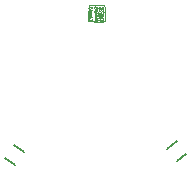
<source format=gbr>
%TF.GenerationSoftware,KiCad,Pcbnew,(6.0.6)*%
%TF.CreationDate,2022-12-21T10:33:16-07:00*%
%TF.ProjectId,Pinecil_LEDring,50696e65-6369-46c5-9f4c-454472696e67,rev?*%
%TF.SameCoordinates,Original*%
%TF.FileFunction,Legend,Bot*%
%TF.FilePolarity,Positive*%
%FSLAX46Y46*%
G04 Gerber Fmt 4.6, Leading zero omitted, Abs format (unit mm)*
G04 Created by KiCad (PCBNEW (6.0.6)) date 2022-12-21 10:33:16*
%MOMM*%
%LPD*%
G01*
G04 APERTURE LIST*
%ADD10C,0.150000*%
G04 APERTURE END LIST*
D10*
%TO.C,R1*%
X152929566Y-101804738D02*
X153717577Y-101189077D01*
X152886434Y-100125262D02*
X152098423Y-100740923D01*
%TO.C,G\u002A\u002A\u002A*%
G36*
X145906120Y-88754540D02*
G01*
X145906736Y-88755601D01*
X145906548Y-88757301D01*
X145905192Y-88758105D01*
X145904439Y-88757926D01*
X145903574Y-88756551D01*
X145903754Y-88755523D01*
X145904800Y-88754289D01*
X145906120Y-88754540D01*
G37*
G36*
X146684317Y-89676340D02*
G01*
X146685352Y-89677712D01*
X146684973Y-89679347D01*
X146683238Y-89680114D01*
X146681979Y-89679820D01*
X146681081Y-89678560D01*
X146681243Y-89677602D01*
X146682508Y-89676199D01*
X146684317Y-89676340D01*
G37*
G36*
X145800230Y-89680415D02*
G01*
X145801129Y-89681732D01*
X145800776Y-89682640D01*
X145799098Y-89683349D01*
X145797821Y-89683744D01*
X145796503Y-89685506D01*
X145795952Y-89686763D01*
X145794760Y-89687663D01*
X145794074Y-89687258D01*
X145793580Y-89685506D01*
X145793881Y-89684248D01*
X145795198Y-89683349D01*
X145795952Y-89683162D01*
X145796815Y-89681732D01*
X145797216Y-89680789D01*
X145798972Y-89680114D01*
X145800230Y-89680415D01*
G37*
G36*
X145669872Y-89403225D02*
G01*
X145670646Y-89404590D01*
X145670362Y-89405582D01*
X145668759Y-89406002D01*
X145667392Y-89405328D01*
X145667315Y-89404096D01*
X145668971Y-89403163D01*
X145669872Y-89403225D01*
G37*
G36*
X146809982Y-90055011D02*
G01*
X146810601Y-90055309D01*
X146811509Y-90056682D01*
X146810366Y-90058159D01*
X146810344Y-90058172D01*
X146808952Y-90058039D01*
X146807876Y-90056746D01*
X146807896Y-90055217D01*
X146808319Y-90054907D01*
X146809982Y-90055011D01*
G37*
G36*
X146588146Y-88697719D02*
G01*
X146590758Y-88698138D01*
X146591576Y-88699334D01*
X146591994Y-88700296D01*
X146593812Y-88700952D01*
X146595242Y-88701264D01*
X146595699Y-88702749D01*
X146595638Y-88703020D01*
X146594534Y-88704724D01*
X146593030Y-88704824D01*
X146591919Y-88703222D01*
X146591688Y-88702641D01*
X146589932Y-88701195D01*
X146587397Y-88700797D01*
X146584953Y-88701454D01*
X146583469Y-88703170D01*
X146583246Y-88703754D01*
X146581959Y-88704954D01*
X146579361Y-88705057D01*
X146576951Y-88704445D01*
X146575600Y-88702839D01*
X146575655Y-88701762D01*
X146576818Y-88701116D01*
X146579635Y-88700952D01*
X146581000Y-88700917D01*
X146583328Y-88700449D01*
X146584028Y-88699334D01*
X146584035Y-88699187D01*
X146585011Y-88698067D01*
X146587802Y-88697716D01*
X146588146Y-88697719D01*
G37*
G36*
X146514816Y-88697719D02*
G01*
X146517429Y-88698138D01*
X146518247Y-88699334D01*
X146518665Y-88700296D01*
X146520483Y-88700952D01*
X146521913Y-88701264D01*
X146522370Y-88702749D01*
X146522309Y-88703020D01*
X146521204Y-88704724D01*
X146519700Y-88704824D01*
X146518589Y-88703222D01*
X146518359Y-88702641D01*
X146516603Y-88701195D01*
X146514068Y-88700797D01*
X146511623Y-88701454D01*
X146510140Y-88703170D01*
X146509913Y-88703762D01*
X146508624Y-88704956D01*
X146506023Y-88705057D01*
X146504203Y-88704761D01*
X146502800Y-88703696D01*
X146502273Y-88701221D01*
X146502185Y-88699673D01*
X146502608Y-88698107D01*
X146504044Y-88697716D01*
X146505308Y-88697985D01*
X146506775Y-88699334D01*
X146507248Y-88700079D01*
X146509047Y-88700952D01*
X146509833Y-88700756D01*
X146510698Y-88699334D01*
X146510705Y-88699187D01*
X146511681Y-88698067D01*
X146514473Y-88697716D01*
X146514816Y-88697719D01*
G37*
G36*
X146549735Y-89178859D02*
G01*
X146550598Y-89180288D01*
X146550410Y-89181043D01*
X146548981Y-89181906D01*
X146548226Y-89181718D01*
X146547363Y-89180288D01*
X146547551Y-89179534D01*
X146548981Y-89178671D01*
X146549735Y-89178859D01*
G37*
G36*
X146456090Y-88775029D02*
G01*
X146456707Y-88776090D01*
X146456519Y-88777790D01*
X146455162Y-88778594D01*
X146454409Y-88778415D01*
X146453545Y-88777040D01*
X146453724Y-88776012D01*
X146454771Y-88774778D01*
X146456090Y-88775029D01*
G37*
G36*
X146790364Y-90058859D02*
G01*
X146790885Y-90060298D01*
X146790180Y-90061767D01*
X146788944Y-90062030D01*
X146788046Y-90060510D01*
X146788098Y-90059398D01*
X146789458Y-90058623D01*
X146790364Y-90058859D01*
G37*
G36*
X146293082Y-89737456D02*
G01*
X146293945Y-89738886D01*
X146293758Y-89739640D01*
X146292328Y-89740503D01*
X146291574Y-89740315D01*
X146290710Y-89738886D01*
X146290898Y-89738131D01*
X146292328Y-89737268D01*
X146293082Y-89737456D01*
G37*
G36*
X146369928Y-89574027D02*
G01*
X146371163Y-89575070D01*
X146370907Y-89576502D01*
X146369073Y-89577478D01*
X146367874Y-89577322D01*
X146367275Y-89575591D01*
X146367340Y-89574130D01*
X146367992Y-89573446D01*
X146369928Y-89574027D01*
G37*
G36*
X145878687Y-89257117D02*
G01*
X145878524Y-89258753D01*
X145877334Y-89259549D01*
X145876812Y-89259508D01*
X145875187Y-89258839D01*
X145875014Y-89258572D01*
X145875311Y-89257215D01*
X145876511Y-89256005D01*
X145877816Y-89255850D01*
X145878687Y-89257117D01*
G37*
G36*
X145769702Y-88984901D02*
G01*
X145773915Y-88985208D01*
X145777072Y-88985628D01*
X145779593Y-88986223D01*
X145781901Y-88987056D01*
X145784414Y-88988191D01*
X145787443Y-88989487D01*
X145792794Y-88991378D01*
X145797746Y-88992731D01*
X145801128Y-88993559D01*
X145804265Y-88994544D01*
X145806000Y-88995363D01*
X145807594Y-88995946D01*
X145810192Y-88995816D01*
X145811198Y-88995598D01*
X145812646Y-88995797D01*
X145812991Y-88997349D01*
X145813207Y-88998618D01*
X145814579Y-89000440D01*
X145816577Y-89001074D01*
X145818440Y-89000132D01*
X145819601Y-88999173D01*
X145820979Y-88999688D01*
X145821484Y-89000815D01*
X145820280Y-89002271D01*
X145819350Y-89003016D01*
X145819035Y-89004007D01*
X145820365Y-89005434D01*
X145822856Y-89006973D01*
X145825009Y-89006803D01*
X145826310Y-89004802D01*
X145826468Y-89004241D01*
X145827181Y-89003096D01*
X145828323Y-89003796D01*
X145829106Y-89005171D01*
X145828006Y-89006473D01*
X145827026Y-89007472D01*
X145825748Y-89009918D01*
X145825719Y-89010032D01*
X145825648Y-89011354D01*
X145826683Y-89011823D01*
X145829335Y-89011692D01*
X145830931Y-89011587D01*
X145832917Y-89011863D01*
X145833480Y-89012912D01*
X145833340Y-89013654D01*
X145832012Y-89015091D01*
X145831092Y-89015781D01*
X145829978Y-89017821D01*
X145829848Y-89019223D01*
X145830797Y-89019457D01*
X145832366Y-89019567D01*
X145833113Y-89020928D01*
X145832497Y-89022731D01*
X145832099Y-89023475D01*
X145832054Y-89025724D01*
X145832992Y-89029423D01*
X145833303Y-89030512D01*
X145834311Y-89035485D01*
X145835222Y-89042161D01*
X145836004Y-89050192D01*
X145836629Y-89059228D01*
X145837065Y-89068921D01*
X145837282Y-89078921D01*
X145837314Y-89081138D01*
X145837524Y-89088205D01*
X145837876Y-89095248D01*
X145838329Y-89101556D01*
X145838842Y-89106420D01*
X145838977Y-89107486D01*
X145839500Y-89112844D01*
X145839963Y-89119437D01*
X145840320Y-89126527D01*
X145840525Y-89133379D01*
X145840550Y-89134705D01*
X145840763Y-89141914D01*
X145841085Y-89149400D01*
X145841477Y-89156351D01*
X145841901Y-89161956D01*
X145842026Y-89163555D01*
X145842294Y-89168890D01*
X145842483Y-89175676D01*
X145842586Y-89183410D01*
X145842595Y-89191586D01*
X145842501Y-89199699D01*
X145842319Y-89209495D01*
X145841951Y-89229980D01*
X145841639Y-89248320D01*
X145841381Y-89264522D01*
X145841179Y-89278593D01*
X145841032Y-89290541D01*
X145840941Y-89300372D01*
X145840904Y-89308094D01*
X145840922Y-89313715D01*
X145840995Y-89317242D01*
X145841137Y-89320996D01*
X145841343Y-89328532D01*
X145841407Y-89335722D01*
X145841323Y-89343189D01*
X145841087Y-89351559D01*
X145840696Y-89361455D01*
X145840471Y-89367885D01*
X145840453Y-89383290D01*
X145841242Y-89398120D01*
X145841532Y-89401934D01*
X145842077Y-89410748D01*
X145842434Y-89419140D01*
X145842592Y-89426680D01*
X145842539Y-89432937D01*
X145842263Y-89437480D01*
X145842220Y-89438609D01*
X145842323Y-89441674D01*
X145842600Y-89445770D01*
X145842998Y-89450366D01*
X145843466Y-89454933D01*
X145843952Y-89458940D01*
X145844404Y-89461855D01*
X145844770Y-89463149D01*
X145844771Y-89463150D01*
X145844951Y-89464365D01*
X145845108Y-89467388D01*
X145845232Y-89471874D01*
X145845313Y-89477474D01*
X145845342Y-89483842D01*
X145845318Y-89487815D01*
X145844756Y-89502100D01*
X145843429Y-89514607D01*
X145841309Y-89525533D01*
X145838370Y-89535079D01*
X145837956Y-89536190D01*
X145837247Y-89538276D01*
X145836711Y-89540347D01*
X145836324Y-89542714D01*
X145836064Y-89545686D01*
X145835910Y-89549574D01*
X145835838Y-89554689D01*
X145835826Y-89561339D01*
X145835851Y-89569836D01*
X145835864Y-89578697D01*
X145835815Y-89585821D01*
X145835687Y-89591409D01*
X145835466Y-89595772D01*
X145835135Y-89599222D01*
X145834679Y-89602070D01*
X145834080Y-89604628D01*
X145833430Y-89607594D01*
X145832604Y-89612741D01*
X145831890Y-89618662D01*
X145831393Y-89624578D01*
X145830675Y-89632316D01*
X145829256Y-89639969D01*
X145827110Y-89646366D01*
X145824113Y-89651963D01*
X145823272Y-89653363D01*
X145823065Y-89654618D01*
X145824187Y-89655521D01*
X145824822Y-89656055D01*
X145825774Y-89658199D01*
X145825793Y-89660662D01*
X145824785Y-89662363D01*
X145823622Y-89662417D01*
X145821725Y-89661340D01*
X145820870Y-89660611D01*
X145819581Y-89660227D01*
X145818159Y-89661504D01*
X145817248Y-89662954D01*
X145816994Y-89664741D01*
X145816612Y-89665918D01*
X145814801Y-89667101D01*
X145812591Y-89668206D01*
X145811222Y-89670029D01*
X145811984Y-89672113D01*
X145812565Y-89673194D01*
X145812143Y-89674685D01*
X145810258Y-89676918D01*
X145809270Y-89677824D01*
X145806574Y-89679455D01*
X145803934Y-89680182D01*
X145801926Y-89679904D01*
X145801129Y-89678520D01*
X145800901Y-89677662D01*
X145799819Y-89677697D01*
X145797381Y-89678789D01*
X145796708Y-89679148D01*
X145794508Y-89680738D01*
X145793607Y-89682121D01*
X145793521Y-89682557D01*
X145792357Y-89683180D01*
X145789536Y-89683008D01*
X145788568Y-89682878D01*
X145787102Y-89682763D01*
X145787441Y-89682979D01*
X145787553Y-89683013D01*
X145788885Y-89684300D01*
X145788793Y-89686107D01*
X145787308Y-89687418D01*
X145786367Y-89687291D01*
X145785341Y-89685794D01*
X145785110Y-89685092D01*
X145784309Y-89684275D01*
X145782568Y-89684139D01*
X145779302Y-89684565D01*
X145777323Y-89684937D01*
X145774347Y-89685746D01*
X145772697Y-89686548D01*
X145772318Y-89686804D01*
X145770100Y-89687417D01*
X145766987Y-89687663D01*
X145766545Y-89687667D01*
X145762803Y-89688248D01*
X145760224Y-89689989D01*
X145759021Y-89691198D01*
X145758023Y-89691600D01*
X145757363Y-89690507D01*
X145757143Y-89690075D01*
X145756399Y-89689490D01*
X145754917Y-89689152D01*
X145752342Y-89689035D01*
X145748323Y-89689111D01*
X145742504Y-89689352D01*
X145732471Y-89689491D01*
X145722418Y-89688737D01*
X145713663Y-89686957D01*
X145705861Y-89684102D01*
X145704056Y-89683168D01*
X145700580Y-89681015D01*
X145696773Y-89678351D01*
X145693064Y-89675511D01*
X145689882Y-89672830D01*
X145687658Y-89670641D01*
X145686821Y-89669280D01*
X145686491Y-89668364D01*
X145685201Y-89666068D01*
X145683269Y-89663119D01*
X145681993Y-89661119D01*
X145679786Y-89656931D01*
X145678294Y-89653155D01*
X145677411Y-89650560D01*
X145675653Y-89646218D01*
X145673678Y-89641974D01*
X145670486Y-89635646D01*
X145670520Y-89619771D01*
X145728916Y-89619771D01*
X145729233Y-89621382D01*
X145730495Y-89622571D01*
X145731243Y-89623029D01*
X145732113Y-89624693D01*
X145732277Y-89625364D01*
X145733667Y-89626196D01*
X145733859Y-89626191D01*
X145735580Y-89625533D01*
X145735862Y-89624312D01*
X145734478Y-89623327D01*
X145733175Y-89622657D01*
X145731775Y-89620704D01*
X145731264Y-89619544D01*
X145730057Y-89618647D01*
X145729654Y-89618712D01*
X145728916Y-89619771D01*
X145670520Y-89619771D01*
X145670542Y-89609623D01*
X145670546Y-89607989D01*
X145670620Y-89596504D01*
X145670715Y-89588590D01*
X145728991Y-89588590D01*
X145730495Y-89590609D01*
X145731365Y-89591680D01*
X145732113Y-89594161D01*
X145732480Y-89595905D01*
X145733898Y-89598343D01*
X145734712Y-89599304D01*
X145735091Y-89600644D01*
X145733898Y-89602287D01*
X145732776Y-89603783D01*
X145732113Y-89605407D01*
X145731898Y-89606047D01*
X145730427Y-89607201D01*
X145729652Y-89607726D01*
X145729513Y-89609097D01*
X145730057Y-89609444D01*
X145730332Y-89609620D01*
X145731687Y-89608431D01*
X145733171Y-89607062D01*
X145734781Y-89607223D01*
X145735997Y-89609233D01*
X145736635Y-89612923D01*
X145736771Y-89614719D01*
X145737219Y-89617030D01*
X145738228Y-89618130D01*
X145740188Y-89618650D01*
X145740614Y-89618741D01*
X145742641Y-89619739D01*
X145743817Y-89621152D01*
X145743847Y-89622414D01*
X145742437Y-89622961D01*
X145741609Y-89623167D01*
X145740740Y-89624578D01*
X145740928Y-89625332D01*
X145742358Y-89626196D01*
X145743112Y-89626008D01*
X145743975Y-89624578D01*
X145743978Y-89624477D01*
X145744920Y-89623324D01*
X145747686Y-89622961D01*
X145749444Y-89623065D01*
X145751700Y-89623840D01*
X145752089Y-89625201D01*
X145750471Y-89626946D01*
X145750219Y-89627126D01*
X145748870Y-89628574D01*
X145749349Y-89629825D01*
X145750602Y-89630353D01*
X145752056Y-89629063D01*
X145753273Y-89627939D01*
X145755713Y-89627774D01*
X145755917Y-89627827D01*
X145758530Y-89627766D01*
X145762249Y-89626939D01*
X145766351Y-89625545D01*
X145770113Y-89623786D01*
X145771813Y-89622835D01*
X145772960Y-89622193D01*
X145773012Y-89622108D01*
X145773277Y-89620575D01*
X145773576Y-89617550D01*
X145773853Y-89613566D01*
X145774315Y-89608625D01*
X145775123Y-89603189D01*
X145776083Y-89598697D01*
X145776514Y-89596859D01*
X145776976Y-89593985D01*
X145777328Y-89590346D01*
X145777585Y-89585664D01*
X145777762Y-89579659D01*
X145777872Y-89572054D01*
X145777930Y-89562572D01*
X145777968Y-89555910D01*
X145778090Y-89546916D01*
X145778293Y-89539803D01*
X145778584Y-89534402D01*
X145778972Y-89530545D01*
X145779463Y-89528064D01*
X145780291Y-89524515D01*
X145781103Y-89519071D01*
X145781640Y-89513096D01*
X145781863Y-89507251D01*
X145781731Y-89502197D01*
X145781207Y-89498595D01*
X145780914Y-89496706D01*
X145781800Y-89492863D01*
X145782614Y-89490663D01*
X145782118Y-89488407D01*
X145781638Y-89486355D01*
X145782707Y-89483576D01*
X145783706Y-89481594D01*
X145783725Y-89480362D01*
X145782527Y-89479435D01*
X145781537Y-89478488D01*
X145780731Y-89476210D01*
X145780948Y-89473855D01*
X145782231Y-89472388D01*
X145782651Y-89472168D01*
X145784191Y-89470580D01*
X145785511Y-89468327D01*
X145786223Y-89466184D01*
X145785944Y-89464925D01*
X145785419Y-89464870D01*
X145784953Y-89466073D01*
X145784429Y-89467368D01*
X145783101Y-89467473D01*
X145781665Y-89466464D01*
X145780821Y-89464593D01*
X145781118Y-89462344D01*
X145782916Y-89459460D01*
X145785371Y-89456847D01*
X145783005Y-89455190D01*
X145781214Y-89453247D01*
X145780779Y-89450631D01*
X145782257Y-89448264D01*
X145783173Y-89447316D01*
X145783740Y-89445051D01*
X145782166Y-89442796D01*
X145781063Y-89441123D01*
X145781131Y-89438081D01*
X145781586Y-89435268D01*
X145781794Y-89432628D01*
X145781768Y-89426301D01*
X145781774Y-89420093D01*
X145781828Y-89415550D01*
X145781937Y-89412396D01*
X145782107Y-89410359D01*
X145782346Y-89409164D01*
X145782493Y-89407906D01*
X145781755Y-89405713D01*
X145781164Y-89404745D01*
X145781666Y-89403544D01*
X145782105Y-89403096D01*
X145782723Y-89401045D01*
X145782606Y-89398635D01*
X145781740Y-89397055D01*
X145781307Y-89396306D01*
X145782000Y-89394295D01*
X145782774Y-89392300D01*
X145782000Y-89390082D01*
X145781365Y-89388631D01*
X145781549Y-89387440D01*
X145781683Y-89387241D01*
X145781990Y-89385400D01*
X145782124Y-89382125D01*
X145782057Y-89377955D01*
X145782040Y-89377506D01*
X145781798Y-89368871D01*
X145781798Y-89360764D01*
X145782054Y-89352299D01*
X145782577Y-89342584D01*
X145782788Y-89338074D01*
X145782757Y-89329262D01*
X145782092Y-89321889D01*
X145781580Y-89317250D01*
X145781256Y-89311376D01*
X145781159Y-89305159D01*
X145781288Y-89299220D01*
X145781639Y-89294183D01*
X145782210Y-89290670D01*
X145782458Y-89288653D01*
X145781788Y-89287090D01*
X145781377Y-89286736D01*
X145781180Y-89285428D01*
X145781235Y-89285274D01*
X145781443Y-89283401D01*
X145781629Y-89279734D01*
X145781790Y-89274557D01*
X145781927Y-89268152D01*
X145782038Y-89260800D01*
X145782121Y-89252784D01*
X145782177Y-89244385D01*
X145782204Y-89235887D01*
X145782201Y-89227570D01*
X145782167Y-89219717D01*
X145782100Y-89212611D01*
X145782001Y-89206532D01*
X145781868Y-89201763D01*
X145781700Y-89198587D01*
X145781495Y-89197286D01*
X145781028Y-89196272D01*
X145782136Y-89195283D01*
X145782361Y-89195185D01*
X145783690Y-89193601D01*
X145783591Y-89191553D01*
X145782077Y-89190074D01*
X145780958Y-89189329D01*
X145781538Y-89188125D01*
X145781829Y-89187780D01*
X145782670Y-89185515D01*
X145782622Y-89183001D01*
X145781666Y-89181334D01*
X145781165Y-89180825D01*
X145781618Y-89179331D01*
X145782063Y-89177796D01*
X145782310Y-89174830D01*
X145782332Y-89171228D01*
X145782126Y-89167758D01*
X145781687Y-89165191D01*
X145781699Y-89163625D01*
X145782217Y-89161068D01*
X145782543Y-89158914D01*
X145781870Y-89156823D01*
X145781320Y-89155544D01*
X145782421Y-89153688D01*
X145783530Y-89151883D01*
X145782947Y-89150275D01*
X145782570Y-89148848D01*
X145782195Y-89145492D01*
X145781845Y-89140475D01*
X145781530Y-89134050D01*
X145781257Y-89126469D01*
X145781037Y-89117984D01*
X145780878Y-89108847D01*
X145780789Y-89099312D01*
X145780779Y-89089630D01*
X145780820Y-89077692D01*
X145774529Y-89078143D01*
X145771932Y-89078239D01*
X145767714Y-89078083D01*
X145764464Y-89077602D01*
X145761721Y-89077183D01*
X145758934Y-89077628D01*
X145755243Y-89079095D01*
X145751512Y-89080479D01*
X145746565Y-89081851D01*
X145741636Y-89082848D01*
X145733477Y-89084116D01*
X145732859Y-89092280D01*
X145732702Y-89097015D01*
X145732882Y-89101889D01*
X145733369Y-89105699D01*
X145733551Y-89106589D01*
X145734025Y-89110490D01*
X145733725Y-89114259D01*
X145732591Y-89118942D01*
X145732574Y-89120843D01*
X145734291Y-89121835D01*
X145734458Y-89121882D01*
X145735850Y-89122941D01*
X145735529Y-89124165D01*
X145733667Y-89124752D01*
X145733582Y-89124754D01*
X145732305Y-89125529D01*
X145732358Y-89127215D01*
X145733731Y-89129066D01*
X145735134Y-89130856D01*
X145734942Y-89132606D01*
X145732922Y-89133574D01*
X145732041Y-89133786D01*
X145730649Y-89134995D01*
X145730968Y-89136523D01*
X145732985Y-89137644D01*
X145733410Y-89137754D01*
X145735282Y-89138807D01*
X145735070Y-89140209D01*
X145732781Y-89141805D01*
X145732456Y-89141976D01*
X145730794Y-89143433D01*
X145730794Y-89144700D01*
X145732500Y-89145241D01*
X145733287Y-89145398D01*
X145735161Y-89146563D01*
X145735499Y-89146952D01*
X145735628Y-89148202D01*
X145734028Y-89149812D01*
X145732513Y-89151106D01*
X145732282Y-89152091D01*
X145733596Y-89153291D01*
X145734263Y-89153901D01*
X145735054Y-89155885D01*
X145734060Y-89157509D01*
X145731529Y-89158182D01*
X145731145Y-89158193D01*
X145729286Y-89158859D01*
X145729015Y-89160161D01*
X145729540Y-89160784D01*
X145730189Y-89161554D01*
X145732665Y-89162492D01*
X145734736Y-89163085D01*
X145735793Y-89164426D01*
X145736229Y-89167206D01*
X145736275Y-89167910D01*
X145735890Y-89171270D01*
X145734134Y-89173963D01*
X145731696Y-89176558D01*
X145734061Y-89178215D01*
X145734546Y-89178592D01*
X145736189Y-89181192D01*
X145736006Y-89184096D01*
X145734000Y-89186598D01*
X145732481Y-89187766D01*
X145732277Y-89188706D01*
X145733707Y-89189994D01*
X145734270Y-89190459D01*
X145735214Y-89191887D01*
X145734484Y-89193527D01*
X145733679Y-89194783D01*
X145732495Y-89197273D01*
X145732007Y-89198283D01*
X145730909Y-89199160D01*
X145730472Y-89199341D01*
X145729956Y-89200777D01*
X145730078Y-89201522D01*
X145731035Y-89202395D01*
X145731486Y-89202532D01*
X145732113Y-89203881D01*
X145732360Y-89204873D01*
X145733731Y-89206709D01*
X145735052Y-89208168D01*
X145734915Y-89209703D01*
X145732667Y-89211017D01*
X145731468Y-89211541D01*
X145730535Y-89212702D01*
X145731049Y-89214834D01*
X145731689Y-89216830D01*
X145731934Y-89220771D01*
X145730376Y-89223697D01*
X145729695Y-89224411D01*
X145729213Y-89225567D01*
X145730376Y-89226704D01*
X145731332Y-89227602D01*
X145732113Y-89229166D01*
X145732611Y-89230176D01*
X145734371Y-89231565D01*
X145736629Y-89232774D01*
X145734371Y-89235178D01*
X145733339Y-89236514D01*
X145732576Y-89238495D01*
X145732208Y-89241449D01*
X145732113Y-89245966D01*
X145732114Y-89246703D01*
X145732211Y-89250813D01*
X145732560Y-89253411D01*
X145733292Y-89255063D01*
X145734539Y-89256330D01*
X145735846Y-89257470D01*
X145736236Y-89258381D01*
X145735079Y-89259045D01*
X145734156Y-89259721D01*
X145733303Y-89261417D01*
X145733290Y-89263100D01*
X145734270Y-89263862D01*
X145734666Y-89263932D01*
X145735328Y-89265002D01*
X145734972Y-89266612D01*
X145733731Y-89267786D01*
X145733354Y-89268002D01*
X145732615Y-89269303D01*
X145732226Y-89271964D01*
X145732113Y-89276379D01*
X145732147Y-89279327D01*
X145732371Y-89282379D01*
X145732872Y-89283924D01*
X145733731Y-89284351D01*
X145734500Y-89284551D01*
X145735348Y-89286003D01*
X145735165Y-89286834D01*
X145733731Y-89288275D01*
X145733145Y-89288581D01*
X145732162Y-89290221D01*
X145732672Y-89292114D01*
X145734539Y-89293399D01*
X145736966Y-89294070D01*
X145731602Y-89298226D01*
X145734014Y-89300794D01*
X145735293Y-89302595D01*
X145736388Y-89306285D01*
X145736047Y-89310002D01*
X145734253Y-89312943D01*
X145732080Y-89314910D01*
X145734253Y-89317224D01*
X145735981Y-89319735D01*
X145736150Y-89322377D01*
X145734270Y-89324501D01*
X145733231Y-89325394D01*
X145732356Y-89327465D01*
X145732113Y-89330995D01*
X145732062Y-89332480D01*
X145731584Y-89335973D01*
X145730765Y-89338426D01*
X145730550Y-89338798D01*
X145729960Y-89340436D01*
X145730765Y-89341197D01*
X145731179Y-89341589D01*
X145731803Y-89343597D01*
X145732097Y-89346575D01*
X145732053Y-89349748D01*
X145731661Y-89352344D01*
X145730912Y-89353588D01*
X145730314Y-89354222D01*
X145730258Y-89356104D01*
X145730543Y-89357112D01*
X145730961Y-89357444D01*
X145731035Y-89357248D01*
X145731585Y-89355794D01*
X145732221Y-89354243D01*
X145733404Y-89353473D01*
X145735133Y-89354661D01*
X145736074Y-89355987D01*
X145736111Y-89358618D01*
X145734061Y-89361677D01*
X145731696Y-89364195D01*
X145734201Y-89365950D01*
X145736707Y-89367705D01*
X145734168Y-89369620D01*
X145732532Y-89370986D01*
X145732334Y-89372106D01*
X145733656Y-89373774D01*
X145734905Y-89375296D01*
X145735002Y-89376555D01*
X145733628Y-89378298D01*
X145732345Y-89379862D01*
X145732358Y-89380943D01*
X145734000Y-89382204D01*
X145735184Y-89383211D01*
X145736164Y-89385282D01*
X145736427Y-89388697D01*
X145736428Y-89388955D01*
X145736906Y-89392827D01*
X145738314Y-89395035D01*
X145739145Y-89395714D01*
X145739613Y-89396724D01*
X145738314Y-89397969D01*
X145738214Y-89398050D01*
X145736858Y-89400338D01*
X145736427Y-89404308D01*
X145736327Y-89406670D01*
X145735638Y-89409154D01*
X145734054Y-89410755D01*
X145731682Y-89412330D01*
X145734026Y-89414337D01*
X145735296Y-89415523D01*
X145735714Y-89416747D01*
X145734639Y-89418258D01*
X145733722Y-89419407D01*
X145733531Y-89420796D01*
X145734655Y-89422838D01*
X145735617Y-89424854D01*
X145735336Y-89426165D01*
X145735189Y-89426326D01*
X145734714Y-89428103D01*
X145734417Y-89431205D01*
X145734306Y-89434972D01*
X145734387Y-89438745D01*
X145734667Y-89441865D01*
X145735153Y-89443672D01*
X145735429Y-89444801D01*
X145735473Y-89447619D01*
X145735143Y-89451220D01*
X145735141Y-89451232D01*
X145734878Y-89453971D01*
X145734575Y-89458511D01*
X145734250Y-89464499D01*
X145733919Y-89471582D01*
X145733602Y-89479409D01*
X145733315Y-89487625D01*
X145733293Y-89488313D01*
X145732894Y-89499030D01*
X145732464Y-89507647D01*
X145732003Y-89514149D01*
X145731513Y-89518522D01*
X145730994Y-89520753D01*
X145730631Y-89521584D01*
X145730202Y-89523707D01*
X145731076Y-89525418D01*
X145731211Y-89525582D01*
X145731972Y-89527035D01*
X145731080Y-89528036D01*
X145730318Y-89528942D01*
X145730457Y-89531458D01*
X145730678Y-89532770D01*
X145730957Y-89536056D01*
X145731212Y-89540768D01*
X145731421Y-89546495D01*
X145731564Y-89552827D01*
X145731617Y-89556762D01*
X145731638Y-89562977D01*
X145731534Y-89567506D01*
X145731285Y-89570658D01*
X145730873Y-89572744D01*
X145730279Y-89574073D01*
X145729856Y-89574750D01*
X145729376Y-89576202D01*
X145730054Y-89577657D01*
X145732117Y-89579829D01*
X145733780Y-89581718D01*
X145734861Y-89584126D01*
X145734132Y-89585720D01*
X145731608Y-89586296D01*
X145731470Y-89586297D01*
X145729359Y-89586986D01*
X145728991Y-89588590D01*
X145670715Y-89588590D01*
X145670763Y-89584541D01*
X145670967Y-89572538D01*
X145671223Y-89560935D01*
X145671520Y-89550171D01*
X145671848Y-89540685D01*
X145672200Y-89532916D01*
X145672273Y-89531562D01*
X145672468Y-89528106D01*
X145672685Y-89524602D01*
X145672948Y-89520698D01*
X145673283Y-89516047D01*
X145673713Y-89510295D01*
X145674265Y-89503095D01*
X145674963Y-89494095D01*
X145675709Y-89484293D01*
X145676298Y-89475929D01*
X145676697Y-89469313D01*
X145676911Y-89464238D01*
X145676945Y-89460501D01*
X145676806Y-89457896D01*
X145676499Y-89456218D01*
X145676030Y-89455264D01*
X145675809Y-89454987D01*
X145675284Y-89453443D01*
X145676428Y-89451664D01*
X145676756Y-89451265D01*
X145677992Y-89448357D01*
X145677956Y-89445256D01*
X145676625Y-89442912D01*
X145675659Y-89441588D01*
X145676256Y-89439688D01*
X145676772Y-89438369D01*
X145676621Y-89435736D01*
X145676536Y-89435494D01*
X145676077Y-89433143D01*
X145675645Y-89429455D01*
X145675323Y-89425113D01*
X145675144Y-89422372D01*
X145674670Y-89418563D01*
X145673915Y-89416129D01*
X145672753Y-89414557D01*
X145672227Y-89413950D01*
X145671157Y-89411705D01*
X145670654Y-89409158D01*
X145670812Y-89407072D01*
X145671724Y-89406208D01*
X145672220Y-89406025D01*
X145672803Y-89404590D01*
X145731035Y-89404590D01*
X145731574Y-89405129D01*
X145732113Y-89404590D01*
X145731574Y-89404051D01*
X145731035Y-89404590D01*
X145672803Y-89404590D01*
X145672704Y-89403849D01*
X145671924Y-89402972D01*
X145671825Y-89402866D01*
X145671568Y-89401205D01*
X145671392Y-89397730D01*
X145671294Y-89392728D01*
X145729956Y-89392728D01*
X145730063Y-89393470D01*
X145730909Y-89394345D01*
X145731572Y-89394754D01*
X145731574Y-89394758D01*
X145732426Y-89396502D01*
X145733074Y-89397754D01*
X145734708Y-89398659D01*
X145735709Y-89398292D01*
X145736427Y-89396502D01*
X145736072Y-89395108D01*
X145734270Y-89394345D01*
X145733012Y-89394045D01*
X145732113Y-89392728D01*
X145731991Y-89391984D01*
X145731035Y-89391110D01*
X145730539Y-89391293D01*
X145729956Y-89392728D01*
X145671294Y-89392728D01*
X145671293Y-89392700D01*
X145671265Y-89386374D01*
X145671301Y-89379012D01*
X145671397Y-89370872D01*
X145671547Y-89362214D01*
X145671745Y-89353296D01*
X145671986Y-89344379D01*
X145672264Y-89335720D01*
X145672574Y-89327579D01*
X145672910Y-89320216D01*
X145673267Y-89313889D01*
X145673639Y-89308857D01*
X145674019Y-89305380D01*
X145674199Y-89303793D01*
X145674486Y-89299515D01*
X145674723Y-89293727D01*
X145674897Y-89286843D01*
X145674995Y-89279278D01*
X145675007Y-89271446D01*
X145674993Y-89268929D01*
X145674909Y-89260531D01*
X145674761Y-89253942D01*
X145674534Y-89248888D01*
X145674211Y-89245091D01*
X145673776Y-89242279D01*
X145673215Y-89240174D01*
X145673078Y-89239769D01*
X145672717Y-89238620D01*
X145672413Y-89237389D01*
X145672165Y-89235903D01*
X145671970Y-89233988D01*
X145671825Y-89231472D01*
X145671727Y-89228182D01*
X145671675Y-89223946D01*
X145671666Y-89218590D01*
X145671697Y-89211941D01*
X145671765Y-89203827D01*
X145671868Y-89194075D01*
X145672004Y-89182512D01*
X145672170Y-89168965D01*
X145672178Y-89168426D01*
X145728878Y-89168426D01*
X145728992Y-89169169D01*
X145729893Y-89170044D01*
X145730490Y-89169933D01*
X145731583Y-89168843D01*
X145731365Y-89167498D01*
X145731029Y-89167206D01*
X145729540Y-89166939D01*
X145728878Y-89168426D01*
X145672178Y-89168426D01*
X145672295Y-89160019D01*
X145672440Y-89151601D01*
X145672598Y-89144078D01*
X145672763Y-89137703D01*
X145672927Y-89132728D01*
X145673085Y-89129406D01*
X145673229Y-89127987D01*
X145673354Y-89127212D01*
X145673565Y-89124376D01*
X145673793Y-89119751D01*
X145674031Y-89113562D01*
X145674273Y-89106030D01*
X145674513Y-89097381D01*
X145674744Y-89087838D01*
X145674962Y-89077625D01*
X145675160Y-89066965D01*
X145675331Y-89056082D01*
X145675470Y-89045200D01*
X145675764Y-89019027D01*
X145679114Y-89012309D01*
X145680847Y-89009081D01*
X145686854Y-89000366D01*
X145694100Y-88992750D01*
X145702215Y-88986583D01*
X145710827Y-88982217D01*
X145716288Y-88980836D01*
X145723033Y-88980298D01*
X145729908Y-88980699D01*
X145735986Y-88982045D01*
X145739350Y-88982876D01*
X145744306Y-88983557D01*
X145750988Y-88984085D01*
X145759612Y-88984483D01*
X145761721Y-88984560D01*
X145764012Y-88984643D01*
X145769702Y-88984901D01*
G37*
G36*
X146469140Y-88701310D02*
G01*
X146469515Y-88702839D01*
X146469086Y-88703829D01*
X146467564Y-88704726D01*
X146466675Y-88704443D01*
X146465612Y-88702839D01*
X146465794Y-88701497D01*
X146467564Y-88700952D01*
X146469140Y-88701310D01*
G37*
G36*
X146265327Y-88705624D02*
G01*
X146265702Y-88707152D01*
X146265274Y-88708143D01*
X146263751Y-88709039D01*
X146262863Y-88708756D01*
X146261800Y-88707152D01*
X146261981Y-88705811D01*
X146263751Y-88705265D01*
X146265327Y-88705624D01*
G37*
G36*
X145522323Y-89827145D02*
G01*
X145523372Y-89827742D01*
X145523857Y-89829158D01*
X145522329Y-89830414D01*
X145521402Y-89830527D01*
X145520039Y-89829404D01*
X145519773Y-89828398D01*
X145520332Y-89827000D01*
X145522323Y-89827145D01*
G37*
G36*
X146376776Y-88697721D02*
G01*
X146379098Y-88697949D01*
X146380039Y-88698854D01*
X146380215Y-88700888D01*
X146380180Y-88701853D01*
X146379448Y-88704277D01*
X146377847Y-88704750D01*
X146375483Y-88703221D01*
X146374889Y-88702671D01*
X146373001Y-88701225D01*
X146371957Y-88701375D01*
X146371276Y-88703108D01*
X146370725Y-88704365D01*
X146369533Y-88705265D01*
X146369130Y-88705200D01*
X146368392Y-88704141D01*
X146368708Y-88702530D01*
X146369971Y-88701342D01*
X146370718Y-88700883D01*
X146371588Y-88699219D01*
X146371613Y-88698989D01*
X146372803Y-88698025D01*
X146375902Y-88697716D01*
X146376776Y-88697721D01*
G37*
G36*
X146265002Y-88881342D02*
G01*
X146265908Y-88882657D01*
X146265908Y-88882671D01*
X146266447Y-88883635D01*
X146268314Y-88884133D01*
X146271918Y-88884275D01*
X146273789Y-88884293D01*
X146276371Y-88884504D01*
X146277477Y-88885076D01*
X146277565Y-88886162D01*
X146277233Y-88886965D01*
X146276091Y-88887641D01*
X146273724Y-88887966D01*
X146269667Y-88888049D01*
X146262133Y-88888049D01*
X146261796Y-88884545D01*
X146261706Y-88882870D01*
X146262170Y-88881396D01*
X146263683Y-88881040D01*
X146265002Y-88881342D01*
G37*
G36*
X146314303Y-89146679D02*
G01*
X146314096Y-89148155D01*
X146312278Y-89149242D01*
X146311097Y-89149917D01*
X146310211Y-89151534D01*
X146310366Y-89153140D01*
X146311675Y-89153868D01*
X146312635Y-89154027D01*
X146314033Y-89155311D01*
X146313842Y-89157189D01*
X146313635Y-89157384D01*
X146312196Y-89157009D01*
X146309895Y-89155051D01*
X146306667Y-89151750D01*
X146309678Y-89148559D01*
X146310389Y-89147845D01*
X146312353Y-89146275D01*
X146313562Y-89145908D01*
X146314303Y-89146679D01*
G37*
G36*
X146317974Y-88876979D02*
G01*
X146318748Y-88878344D01*
X146318465Y-88879336D01*
X146316861Y-88879756D01*
X146315495Y-88879082D01*
X146315417Y-88877850D01*
X146317074Y-88876917D01*
X146317974Y-88876979D01*
G37*
G36*
X146611369Y-89264604D02*
G01*
X146611815Y-89265367D01*
X146611379Y-89266964D01*
X146609550Y-89267985D01*
X146608351Y-89267829D01*
X146607752Y-89266098D01*
X146608064Y-89264805D01*
X146609519Y-89263840D01*
X146611369Y-89264604D01*
G37*
G36*
X146891330Y-89989795D02*
G01*
X146892802Y-89990326D01*
X146893395Y-89991205D01*
X146893478Y-89993632D01*
X146892192Y-89996347D01*
X146889916Y-89998876D01*
X146887029Y-90000742D01*
X146883912Y-90001469D01*
X146881516Y-90001119D01*
X146880580Y-89999852D01*
X146880659Y-89999387D01*
X146881895Y-89998501D01*
X146884894Y-89998234D01*
X146886802Y-89998121D01*
X146888900Y-89997296D01*
X146888988Y-89995704D01*
X146887051Y-89993382D01*
X146885615Y-89991850D01*
X146884894Y-89990519D01*
X146885046Y-89990256D01*
X146886551Y-89989782D01*
X146888946Y-89989621D01*
X146891330Y-89989795D01*
G37*
G36*
X145734652Y-89337933D02*
G01*
X145734942Y-89338328D01*
X145734886Y-89340003D01*
X145733394Y-89341258D01*
X145732609Y-89341058D01*
X145732113Y-89339438D01*
X145732209Y-89338426D01*
X145733106Y-89337219D01*
X145734652Y-89337933D01*
G37*
G36*
X145519535Y-89183798D02*
G01*
X145519539Y-89185424D01*
X145518659Y-89186219D01*
X145518017Y-89186087D01*
X145516844Y-89184761D01*
X145516988Y-89182967D01*
X145517285Y-89182626D01*
X145518670Y-89182491D01*
X145519535Y-89183798D01*
G37*
G36*
X145735846Y-88701310D02*
G01*
X145736221Y-88702839D01*
X145735792Y-88703829D01*
X145734270Y-88704726D01*
X145733382Y-88704443D01*
X145732318Y-88702839D01*
X145732500Y-88701497D01*
X145734270Y-88700952D01*
X145735846Y-88701310D01*
G37*
G36*
X146395810Y-88701310D02*
G01*
X146396186Y-88702839D01*
X146395757Y-88703829D01*
X146394234Y-88704726D01*
X146393346Y-88704443D01*
X146392283Y-88702839D01*
X146392464Y-88701497D01*
X146394234Y-88700952D01*
X146395810Y-88701310D01*
G37*
G36*
X145425358Y-89761439D02*
G01*
X145425855Y-89763149D01*
X145425589Y-89764536D01*
X145424507Y-89765036D01*
X145424010Y-89764768D01*
X145423159Y-89763149D01*
X145423255Y-89762586D01*
X145424507Y-89761262D01*
X145425358Y-89761439D01*
G37*
G36*
X146208207Y-88702201D02*
G01*
X146208519Y-88703275D01*
X146207597Y-88704417D01*
X146206213Y-88704650D01*
X146205462Y-88703647D01*
X146205684Y-88703047D01*
X146207204Y-88702197D01*
X146208207Y-88702201D01*
G37*
G36*
X146216162Y-88701404D02*
G01*
X146216773Y-88702705D01*
X146216351Y-88704417D01*
X146215172Y-88705265D01*
X146214833Y-88705198D01*
X146213549Y-88704093D01*
X146213453Y-88702600D01*
X146214582Y-88701377D01*
X146216162Y-88701404D01*
G37*
G36*
X145981022Y-89048191D02*
G01*
X145983634Y-89048609D01*
X145984452Y-89049805D01*
X145984446Y-89049953D01*
X145983470Y-89051072D01*
X145980678Y-89051423D01*
X145980334Y-89051420D01*
X145977722Y-89051002D01*
X145976904Y-89049805D01*
X145976911Y-89049658D01*
X145977887Y-89048538D01*
X145980678Y-89048188D01*
X145981022Y-89048191D01*
G37*
G36*
X145934485Y-88742233D02*
G01*
X145935613Y-88744086D01*
X145936200Y-88745341D01*
X145937554Y-88746243D01*
X145938838Y-88746808D01*
X145939891Y-88749284D01*
X145940239Y-88753765D01*
X145940624Y-88756900D01*
X145941946Y-88758530D01*
X145942900Y-88759084D01*
X145943243Y-88760316D01*
X145942035Y-88761408D01*
X145939610Y-88761880D01*
X145936465Y-88761880D01*
X145936148Y-88754061D01*
X145936127Y-88753556D01*
X145935892Y-88749684D01*
X145935505Y-88747473D01*
X145934828Y-88746476D01*
X145933722Y-88746243D01*
X145932507Y-88746540D01*
X145931612Y-88747861D01*
X145930897Y-88749165D01*
X145929281Y-88749390D01*
X145927793Y-88748327D01*
X145927811Y-88747508D01*
X145929247Y-88746610D01*
X145930550Y-88745940D01*
X145931951Y-88743987D01*
X145933021Y-88742226D01*
X145934485Y-88742233D01*
G37*
G36*
X145878172Y-89231918D02*
G01*
X145878772Y-89233668D01*
X145878530Y-89235128D01*
X145877416Y-89235727D01*
X145875678Y-89234377D01*
X145875183Y-89233604D01*
X145875361Y-89232103D01*
X145877334Y-89231511D01*
X145878172Y-89231918D01*
G37*
G36*
X146720981Y-89973971D02*
G01*
X146721002Y-89973984D01*
X146721900Y-89975332D01*
X146721950Y-89976957D01*
X146721113Y-89977745D01*
X146720442Y-89977525D01*
X146718904Y-89976224D01*
X146718381Y-89974740D01*
X146719239Y-89973680D01*
X146720981Y-89973971D01*
G37*
G36*
X146256541Y-88804418D02*
G01*
X146257302Y-88806419D01*
X146258714Y-88807984D01*
X146261086Y-88809773D01*
X146262563Y-88810811D01*
X146265411Y-88812578D01*
X146268247Y-88813851D01*
X146271506Y-88814729D01*
X146275619Y-88815312D01*
X146280466Y-88815659D01*
X146281023Y-88815699D01*
X146288149Y-88815991D01*
X146304460Y-88816547D01*
X146307107Y-88812938D01*
X146307463Y-88812453D01*
X146309595Y-88809548D01*
X146312378Y-88805760D01*
X146315303Y-88801779D01*
X146316154Y-88800597D01*
X146318670Y-88796804D01*
X146320572Y-88793492D01*
X146321502Y-88791268D01*
X146321510Y-88791233D01*
X146322494Y-88788861D01*
X146324406Y-88785527D01*
X146326839Y-88781940D01*
X146327281Y-88781346D01*
X146330581Y-88777464D01*
X146332264Y-88776100D01*
X146334103Y-88774609D01*
X146338782Y-88772002D01*
X146341880Y-88770546D01*
X146345478Y-88769237D01*
X146348879Y-88768677D01*
X146353053Y-88768637D01*
X146360411Y-88769668D01*
X146367828Y-88772494D01*
X146374273Y-88776871D01*
X146379408Y-88782563D01*
X146382897Y-88789338D01*
X146383646Y-88792323D01*
X146384311Y-88798032D01*
X146384546Y-88805420D01*
X146384547Y-88805807D01*
X146384712Y-88814092D01*
X146385128Y-88822540D01*
X146385751Y-88830688D01*
X146386542Y-88838071D01*
X146387457Y-88844226D01*
X146388455Y-88848689D01*
X146389251Y-88852037D01*
X146390074Y-88857189D01*
X146390510Y-88862168D01*
X146390919Y-88866791D01*
X146391811Y-88872580D01*
X146392967Y-88877878D01*
X146393263Y-88879034D01*
X146393819Y-88881538D01*
X146394256Y-88884222D01*
X146394589Y-88887370D01*
X146394834Y-88891263D01*
X146395006Y-88896184D01*
X146395120Y-88902414D01*
X146395191Y-88910237D01*
X146395235Y-88919934D01*
X146395254Y-88923761D01*
X146395336Y-88932034D01*
X146395467Y-88939605D01*
X146395639Y-88946186D01*
X146395844Y-88951484D01*
X146396072Y-88955207D01*
X146396315Y-88957065D01*
X146396521Y-88957831D01*
X146397124Y-88961532D01*
X146397368Y-88965726D01*
X146397263Y-88969755D01*
X146396819Y-88972964D01*
X146396046Y-88974697D01*
X146395951Y-88974790D01*
X146395499Y-88975798D01*
X146395168Y-88977810D01*
X146394950Y-88981054D01*
X146394833Y-88985763D01*
X146394807Y-88992165D01*
X146394860Y-89000493D01*
X146394879Y-89002840D01*
X146394889Y-89010643D01*
X146394826Y-89018220D01*
X146394699Y-89025086D01*
X146394517Y-89030761D01*
X146394286Y-89034761D01*
X146394195Y-89036135D01*
X146394052Y-89040823D01*
X146394021Y-89047008D01*
X146394099Y-89054224D01*
X146394282Y-89062004D01*
X146394565Y-89069881D01*
X146394745Y-89074273D01*
X146395029Y-89082818D01*
X146395137Y-89089611D01*
X146395069Y-89094927D01*
X146394822Y-89099042D01*
X146394396Y-89102233D01*
X146394000Y-89104440D01*
X146393569Y-89107058D01*
X146393197Y-89109731D01*
X146392858Y-89112758D01*
X146392525Y-89116440D01*
X146392171Y-89121076D01*
X146391769Y-89126965D01*
X146391294Y-89134408D01*
X146390719Y-89143704D01*
X146390336Y-89149661D01*
X146389776Y-89157245D01*
X146389229Y-89163056D01*
X146388669Y-89167327D01*
X146388067Y-89170289D01*
X146387398Y-89172177D01*
X146386012Y-89175494D01*
X146385705Y-89177845D01*
X146386686Y-89178671D01*
X146387182Y-89178853D01*
X146387764Y-89180288D01*
X146387571Y-89181049D01*
X146386133Y-89181906D01*
X146385274Y-89182355D01*
X146383668Y-89184393D01*
X146381975Y-89187620D01*
X146381874Y-89187844D01*
X146378779Y-89192969D01*
X146374792Y-89197319D01*
X146372831Y-89199063D01*
X146371086Y-89200799D01*
X146370593Y-89201580D01*
X146371214Y-89201935D01*
X146373020Y-89202934D01*
X146374873Y-89204440D01*
X146374783Y-89205753D01*
X146372667Y-89206533D01*
X146370267Y-89207338D01*
X146367591Y-89209104D01*
X146365107Y-89210651D01*
X146361923Y-89210653D01*
X146361511Y-89210584D01*
X146358830Y-89210680D01*
X146355209Y-89211681D01*
X146350203Y-89213703D01*
X146349786Y-89213884D01*
X146344636Y-89215875D01*
X146339195Y-89217626D01*
X146334573Y-89218775D01*
X146333426Y-89219000D01*
X146329642Y-89219935D01*
X146327800Y-89220896D01*
X146327730Y-89222034D01*
X146329262Y-89223501D01*
X146329453Y-89223645D01*
X146330521Y-89224951D01*
X146329766Y-89226298D01*
X146329435Y-89226614D01*
X146328437Y-89226904D01*
X146327753Y-89225292D01*
X146327646Y-89224927D01*
X146326419Y-89223327D01*
X146323829Y-89222884D01*
X146321075Y-89222410D01*
X146318563Y-89221099D01*
X146317443Y-89220180D01*
X146316144Y-89219976D01*
X146314417Y-89221282D01*
X146313230Y-89222284D01*
X146312044Y-89222617D01*
X146310913Y-89221476D01*
X146310020Y-89220618D01*
X146308573Y-89220207D01*
X146306091Y-89220287D01*
X146302033Y-89220818D01*
X146300096Y-89221020D01*
X146296000Y-89221233D01*
X146290777Y-89221351D01*
X146284836Y-89221381D01*
X146278589Y-89221330D01*
X146272446Y-89221204D01*
X146266817Y-89221011D01*
X146262113Y-89220756D01*
X146258744Y-89220447D01*
X146257121Y-89220089D01*
X146256573Y-89219865D01*
X146254280Y-89219260D01*
X146251077Y-89218616D01*
X146246977Y-89217745D01*
X146240991Y-89215878D01*
X146234170Y-89213031D01*
X146232621Y-89212337D01*
X146230636Y-89211664D01*
X146229491Y-89211949D01*
X146228448Y-89213217D01*
X146228292Y-89213432D01*
X146226138Y-89215103D01*
X146223561Y-89214777D01*
X146220405Y-89212438D01*
X146219291Y-89211291D01*
X146217865Y-89209171D01*
X146225039Y-89209171D01*
X146225720Y-89210077D01*
X146226513Y-89210693D01*
X146227654Y-89210814D01*
X146227645Y-89210328D01*
X146226324Y-89209474D01*
X146226119Y-89209397D01*
X146225039Y-89209171D01*
X146217865Y-89209171D01*
X146217655Y-89208859D01*
X146217774Y-89207275D01*
X146219670Y-89206709D01*
X146220193Y-89206700D01*
X146221311Y-89206330D01*
X146220616Y-89205091D01*
X146219733Y-89204211D01*
X146218327Y-89203473D01*
X146217893Y-89203655D01*
X146217381Y-89205091D01*
X146217358Y-89205445D01*
X146216476Y-89206591D01*
X146214691Y-89206274D01*
X146212528Y-89204552D01*
X146210698Y-89203168D01*
X146208111Y-89202395D01*
X146207595Y-89202373D01*
X146205512Y-89201692D01*
X146204669Y-89200449D01*
X146205496Y-89199174D01*
X146206091Y-89198653D01*
X146205726Y-89197670D01*
X146205216Y-89197510D01*
X146204169Y-89198344D01*
X146203295Y-89198977D01*
X146201928Y-89198279D01*
X146200675Y-89196710D01*
X146200127Y-89194787D01*
X146199617Y-89193516D01*
X146197787Y-89191230D01*
X146195086Y-89188718D01*
X146192939Y-89186853D01*
X146188198Y-89181661D01*
X146184348Y-89175589D01*
X146181330Y-89168436D01*
X146179086Y-89160000D01*
X146177556Y-89150079D01*
X146176681Y-89138473D01*
X146176410Y-89125334D01*
X146233730Y-89125334D01*
X146233861Y-89127624D01*
X146234296Y-89128852D01*
X146235069Y-89129415D01*
X146235541Y-89129680D01*
X146236498Y-89131455D01*
X146236792Y-89134954D01*
X146236862Y-89136976D01*
X146237488Y-89139627D01*
X146238948Y-89141178D01*
X146240144Y-89142058D01*
X146241089Y-89143675D01*
X146240037Y-89144812D01*
X146237091Y-89145241D01*
X146236113Y-89145243D01*
X146234142Y-89145371D01*
X146233938Y-89145924D01*
X146235204Y-89147213D01*
X146237253Y-89148608D01*
X146240601Y-89150383D01*
X146244517Y-89152148D01*
X146244538Y-89152156D01*
X146248407Y-89153931D01*
X146251657Y-89155740D01*
X146253586Y-89157191D01*
X146255484Y-89158733D01*
X146260030Y-89160725D01*
X146266244Y-89162134D01*
X146273863Y-89162908D01*
X146282623Y-89162994D01*
X146287935Y-89162825D01*
X146296769Y-89162503D01*
X146305038Y-89162152D01*
X146312426Y-89161787D01*
X146318612Y-89161425D01*
X146323279Y-89161083D01*
X146326109Y-89160775D01*
X146327875Y-89160355D01*
X146329492Y-89159447D01*
X146330707Y-89157850D01*
X146331576Y-89155322D01*
X146332150Y-89151617D01*
X146332484Y-89146491D01*
X146332631Y-89139698D01*
X146332646Y-89130995D01*
X146332643Y-89128320D01*
X146332783Y-89117865D01*
X146333189Y-89109259D01*
X146333884Y-89102262D01*
X146334889Y-89096632D01*
X146336227Y-89092130D01*
X146336798Y-89089677D01*
X146336081Y-89087643D01*
X146335465Y-89086637D01*
X146335950Y-89085424D01*
X146336560Y-89084714D01*
X146337080Y-89082632D01*
X146337054Y-89082158D01*
X146336225Y-89080887D01*
X146333845Y-89080539D01*
X146333796Y-89080539D01*
X146331968Y-89080645D01*
X146331020Y-89081314D01*
X146330664Y-89083079D01*
X146330610Y-89086470D01*
X146330518Y-89088911D01*
X146330144Y-89091426D01*
X146329581Y-89092401D01*
X146329402Y-89092371D01*
X146327830Y-89091426D01*
X146325715Y-89089565D01*
X146322879Y-89086729D01*
X146328093Y-89081501D01*
X146330946Y-89078902D01*
X146333562Y-89076988D01*
X146335299Y-89076249D01*
X146336306Y-89076068D01*
X146336840Y-89075203D01*
X146336883Y-89073169D01*
X146336523Y-89069486D01*
X146336063Y-89066297D01*
X146335321Y-89062792D01*
X146334565Y-89060589D01*
X146334369Y-89060034D01*
X146333925Y-89057409D01*
X146333517Y-89053247D01*
X146333182Y-89047976D01*
X146332957Y-89042027D01*
X146332940Y-89041362D01*
X146332832Y-89034356D01*
X146332927Y-89028790D01*
X146333271Y-89024008D01*
X146333908Y-89019351D01*
X146334885Y-89014164D01*
X146335266Y-89012251D01*
X146336323Y-89005829D01*
X146336724Y-89000644D01*
X146336527Y-88996061D01*
X146336407Y-88994504D01*
X146336329Y-88989751D01*
X146336512Y-88984158D01*
X146336934Y-88978633D01*
X146337089Y-88976979D01*
X146337437Y-88972123D01*
X146337767Y-88966100D01*
X146338069Y-88959281D01*
X146338333Y-88952033D01*
X146338548Y-88944726D01*
X146338705Y-88937728D01*
X146338794Y-88931408D01*
X146338803Y-88926136D01*
X146338724Y-88922280D01*
X146338545Y-88920209D01*
X146337989Y-88918664D01*
X146336525Y-88916613D01*
X146336521Y-88916610D01*
X146335584Y-88915198D01*
X146336310Y-88913299D01*
X146337038Y-88911498D01*
X146336360Y-88909251D01*
X146335817Y-88908008D01*
X146336084Y-88905746D01*
X146336863Y-88904129D01*
X146336763Y-88902236D01*
X146335056Y-88901529D01*
X146334420Y-88901467D01*
X146332481Y-88900598D01*
X146331233Y-88899203D01*
X146331338Y-88897925D01*
X146332304Y-88897490D01*
X146334564Y-88897215D01*
X146336400Y-88896790D01*
X146337080Y-88895059D01*
X146336555Y-88893456D01*
X146334500Y-88892902D01*
X146333566Y-88892767D01*
X146331596Y-88891326D01*
X146330576Y-88888944D01*
X146330720Y-88886418D01*
X146332244Y-88884546D01*
X146332305Y-88884511D01*
X146333355Y-88883019D01*
X146333191Y-88880196D01*
X146332660Y-88878395D01*
X146331738Y-88877409D01*
X146330946Y-88878350D01*
X146330610Y-88881103D01*
X146330311Y-88883339D01*
X146329587Y-88884275D01*
X146329322Y-88884220D01*
X146327697Y-88883240D01*
X146325616Y-88881532D01*
X146323824Y-88879747D01*
X146323062Y-88878539D01*
X146323100Y-88878326D01*
X146324178Y-88876782D01*
X146326212Y-88874833D01*
X146328488Y-88873103D01*
X146330291Y-88872217D01*
X146331322Y-88871761D01*
X146332566Y-88869965D01*
X146332625Y-88869512D01*
X146332264Y-88868950D01*
X146330853Y-88869436D01*
X146328029Y-88871056D01*
X146326166Y-88872276D01*
X146323967Y-88874038D01*
X146323096Y-88875229D01*
X146322964Y-88875418D01*
X146321362Y-88875829D01*
X146318401Y-88876047D01*
X146314665Y-88876078D01*
X146310739Y-88875925D01*
X146307209Y-88875593D01*
X146304659Y-88875087D01*
X146303524Y-88874939D01*
X146302060Y-88875604D01*
X146300720Y-88876376D01*
X146298233Y-88876726D01*
X146296069Y-88877081D01*
X146293945Y-88878883D01*
X146292716Y-88880232D01*
X146289709Y-88881040D01*
X146287462Y-88881452D01*
X146286007Y-88882657D01*
X146284664Y-88883803D01*
X146281693Y-88884275D01*
X146278927Y-88883879D01*
X146277380Y-88882657D01*
X146277028Y-88882124D01*
X146275082Y-88881298D01*
X146271333Y-88881040D01*
X146265908Y-88881040D01*
X146265908Y-88877379D01*
X146265645Y-88875648D01*
X146278848Y-88875648D01*
X146279031Y-88876144D01*
X146280466Y-88876726D01*
X146281218Y-88876900D01*
X146282083Y-88878229D01*
X146282302Y-88879045D01*
X146283789Y-88880385D01*
X146285166Y-88880867D01*
X146286204Y-88880749D01*
X146286397Y-88879272D01*
X146286747Y-88877983D01*
X146288284Y-88876071D01*
X146289128Y-88875413D01*
X146289581Y-88874744D01*
X146288284Y-88874604D01*
X146287285Y-88874750D01*
X146286397Y-88875648D01*
X146285992Y-88876275D01*
X146284240Y-88876726D01*
X146282987Y-88876524D01*
X146282083Y-88875648D01*
X146281901Y-88875152D01*
X146280466Y-88874570D01*
X146279722Y-88874691D01*
X146278848Y-88875648D01*
X146265645Y-88875648D01*
X146265484Y-88874584D01*
X146264396Y-88873142D01*
X146262741Y-88872967D01*
X146261849Y-88874297D01*
X146261594Y-88877445D01*
X146261593Y-88877621D01*
X146261182Y-88880224D01*
X146259943Y-88881040D01*
X146259112Y-88881223D01*
X146257671Y-88882657D01*
X146257224Y-88883407D01*
X146255663Y-88884275D01*
X146254949Y-88884089D01*
X146253656Y-88882657D01*
X146253194Y-88881910D01*
X146251499Y-88881040D01*
X146250719Y-88881224D01*
X146249342Y-88882657D01*
X146248294Y-88883702D01*
X146246001Y-88884275D01*
X146244086Y-88884694D01*
X146241933Y-88886432D01*
X146240810Y-88887763D01*
X146239228Y-88888588D01*
X146238815Y-88888645D01*
X146237944Y-88889685D01*
X146238189Y-88891297D01*
X146239488Y-88892512D01*
X146240124Y-88893081D01*
X146240861Y-88895025D01*
X146241129Y-88897471D01*
X146240870Y-88899563D01*
X146240027Y-88900451D01*
X146239683Y-88900529D01*
X146239020Y-88901757D01*
X146239169Y-88903734D01*
X146240115Y-88905500D01*
X146240701Y-88906662D01*
X146239945Y-88908808D01*
X146239344Y-88910195D01*
X146239494Y-88912979D01*
X146239857Y-88913901D01*
X146240230Y-88915319D01*
X146240503Y-88917305D01*
X146240713Y-88920257D01*
X146240895Y-88924571D01*
X146241085Y-88930645D01*
X146241163Y-88932568D01*
X146241569Y-88937811D01*
X146242183Y-88942576D01*
X146242907Y-88946024D01*
X146243082Y-88946664D01*
X146243812Y-88951088D01*
X146244183Y-88957285D01*
X146244209Y-88965435D01*
X146244187Y-88967050D01*
X146244132Y-88973937D01*
X146244117Y-88981882D01*
X146244141Y-88990025D01*
X146244205Y-88997504D01*
X146244214Y-89002154D01*
X146243925Y-89013631D01*
X146243236Y-89026309D01*
X146242177Y-89039561D01*
X146241987Y-89041660D01*
X146241347Y-89049408D01*
X146240811Y-89056955D01*
X146240408Y-89063815D01*
X146240169Y-89069502D01*
X146240123Y-89073529D01*
X146240140Y-89075325D01*
X146240023Y-89079889D01*
X146239709Y-89083649D01*
X146239246Y-89085931D01*
X146238639Y-89088158D01*
X146237973Y-89091851D01*
X146237439Y-89096063D01*
X146236951Y-89099983D01*
X146236354Y-89103316D01*
X146235790Y-89105229D01*
X146235509Y-89106130D01*
X146235015Y-89108973D01*
X146234525Y-89113067D01*
X146234113Y-89117857D01*
X146233871Y-89121578D01*
X146233730Y-89125334D01*
X146176410Y-89125334D01*
X146176403Y-89124979D01*
X146176404Y-89123432D01*
X146176480Y-89115763D01*
X146176696Y-89109673D01*
X146177088Y-89104674D01*
X146177692Y-89100275D01*
X146178544Y-89095987D01*
X146178785Y-89094844D01*
X146179655Y-89089581D01*
X146180486Y-89082960D01*
X146181205Y-89075604D01*
X146181742Y-89068138D01*
X146181982Y-89064231D01*
X146182455Y-89057573D01*
X146182967Y-89051413D01*
X146183470Y-89046303D01*
X146183916Y-89042796D01*
X146184127Y-89040909D01*
X146184414Y-89036743D01*
X146184700Y-89030959D01*
X146184973Y-89023864D01*
X146185222Y-89015764D01*
X146185435Y-89006965D01*
X146185601Y-88997774D01*
X146185652Y-88994292D01*
X146185776Y-88984427D01*
X146185835Y-88976403D01*
X146185825Y-88969978D01*
X146185739Y-88964911D01*
X146185572Y-88960961D01*
X146185317Y-88957888D01*
X146184968Y-88955449D01*
X146184520Y-88953405D01*
X146184388Y-88952864D01*
X146183597Y-88948117D01*
X146183066Y-88942146D01*
X146182873Y-88935759D01*
X146182840Y-88932842D01*
X146182622Y-88927309D01*
X146182246Y-88922312D01*
X146181765Y-88918661D01*
X146181568Y-88917323D01*
X146181231Y-88913302D01*
X146180959Y-88907720D01*
X146180753Y-88900914D01*
X146180613Y-88893224D01*
X146180537Y-88884987D01*
X146180530Y-88879081D01*
X146237975Y-88879081D01*
X146239021Y-88880546D01*
X146239870Y-88880491D01*
X146240764Y-88878992D01*
X146240967Y-88878385D01*
X146242270Y-88877084D01*
X146245005Y-88876726D01*
X146246515Y-88876668D01*
X146248214Y-88876076D01*
X146248542Y-88874954D01*
X146254661Y-88874954D01*
X146255663Y-88875705D01*
X146256263Y-88875482D01*
X146257114Y-88873963D01*
X146257110Y-88872960D01*
X146256036Y-88872648D01*
X146254894Y-88873570D01*
X146254661Y-88874954D01*
X146248542Y-88874954D01*
X146248654Y-88874570D01*
X146248607Y-88873920D01*
X146247731Y-88872729D01*
X146245318Y-88872413D01*
X146245192Y-88872413D01*
X146242579Y-88872920D01*
X146241418Y-88874570D01*
X146240810Y-88875823D01*
X146239362Y-88876726D01*
X146238138Y-88877461D01*
X146237975Y-88879081D01*
X146180530Y-88879081D01*
X146180527Y-88876540D01*
X146180581Y-88868221D01*
X146180607Y-88866531D01*
X146237836Y-88866531D01*
X146238113Y-88867623D01*
X146239391Y-88867947D01*
X146241815Y-88867844D01*
X146244879Y-88867426D01*
X146242184Y-88866258D01*
X146241031Y-88865901D01*
X146239032Y-88865882D01*
X146237836Y-88866531D01*
X146180607Y-88866531D01*
X146180700Y-88860369D01*
X146180884Y-88853321D01*
X146181131Y-88847415D01*
X146181442Y-88842990D01*
X146181817Y-88840382D01*
X146181984Y-88839715D01*
X146182610Y-88836253D01*
X146182409Y-88833335D01*
X146181325Y-88829719D01*
X146181196Y-88829337D01*
X146180139Y-88824869D01*
X146179352Y-88819122D01*
X146178853Y-88812665D01*
X146178660Y-88806064D01*
X146178790Y-88799885D01*
X146179262Y-88794696D01*
X146180094Y-88791063D01*
X146181345Y-88788550D01*
X146184848Y-88783907D01*
X146189702Y-88779177D01*
X146195474Y-88774756D01*
X146201733Y-88771046D01*
X146202044Y-88770889D01*
X146205541Y-88769200D01*
X146208385Y-88768139D01*
X146211278Y-88767560D01*
X146214922Y-88767320D01*
X146220021Y-88767271D01*
X146224087Y-88767302D01*
X146225039Y-88767349D01*
X146228104Y-88767501D01*
X146231120Y-88767988D01*
X146233796Y-88768885D01*
X146236792Y-88770310D01*
X146239032Y-88771547D01*
X146239676Y-88771903D01*
X146245318Y-88776120D01*
X146246422Y-88776945D01*
X146251303Y-88782977D01*
X146254429Y-88790162D01*
X146255911Y-88798666D01*
X146256036Y-88800224D01*
X146256124Y-88801321D01*
X146256541Y-88804418D01*
G37*
G36*
X146498428Y-88798472D02*
G01*
X146501037Y-88806310D01*
X146501544Y-88810848D01*
X146501474Y-88817224D01*
X146500798Y-88824262D01*
X146499587Y-88831240D01*
X146497914Y-88837439D01*
X146495762Y-88843811D01*
X146499528Y-88848406D01*
X146501120Y-88850239D01*
X146503144Y-88852229D01*
X146504376Y-88853002D01*
X146505184Y-88853268D01*
X146507421Y-88854481D01*
X146510312Y-88856343D01*
X146512536Y-88857836D01*
X146514362Y-88858737D01*
X146516208Y-88858959D01*
X146518567Y-88858467D01*
X146521935Y-88857228D01*
X146526806Y-88855208D01*
X146531757Y-88853420D01*
X146537551Y-88851783D01*
X146537671Y-88851749D01*
X146542981Y-88850668D01*
X146543610Y-88850574D01*
X146547643Y-88849850D01*
X146550815Y-88849079D01*
X146552485Y-88848415D01*
X146552920Y-88847733D01*
X146553438Y-88845268D01*
X146553737Y-88840981D01*
X146553833Y-88834709D01*
X146553838Y-88833634D01*
X146554571Y-88822693D01*
X146556642Y-88813192D01*
X146560187Y-88804805D01*
X146565341Y-88797202D01*
X146572238Y-88790057D01*
X146572315Y-88789988D01*
X146575210Y-88787505D01*
X146577515Y-88785738D01*
X146578736Y-88785065D01*
X146579612Y-88784769D01*
X146581919Y-88783594D01*
X146582686Y-88783146D01*
X146584940Y-88781830D01*
X146587212Y-88780521D01*
X146590081Y-88779133D01*
X146591888Y-88778594D01*
X146592468Y-88778436D01*
X146593308Y-88778208D01*
X146595421Y-88776753D01*
X146596171Y-88776171D01*
X146599190Y-88775130D01*
X146604041Y-88774645D01*
X146606134Y-88774474D01*
X146607153Y-88774391D01*
X146611495Y-88773673D01*
X146614809Y-88772713D01*
X146615145Y-88772578D01*
X146618991Y-88771491D01*
X146622718Y-88771046D01*
X146626526Y-88770735D01*
X146630405Y-88769955D01*
X146632756Y-88769367D01*
X146636832Y-88768520D01*
X146641182Y-88767754D01*
X146644455Y-88767136D01*
X146649506Y-88765907D01*
X146653761Y-88764580D01*
X146655540Y-88763979D01*
X146660464Y-88762673D01*
X146665084Y-88761843D01*
X146666780Y-88761588D01*
X146671716Y-88760452D01*
X146676207Y-88758961D01*
X146678473Y-88758112D01*
X146681645Y-88757355D01*
X146685286Y-88757133D01*
X146690226Y-88757348D01*
X146694672Y-88757738D01*
X146701566Y-88758876D01*
X146707179Y-88760732D01*
X146712053Y-88763512D01*
X146716733Y-88767422D01*
X146720156Y-88770955D01*
X146722705Y-88774471D01*
X146724064Y-88777841D01*
X146724257Y-88778551D01*
X146725710Y-88782740D01*
X146727469Y-88786682D01*
X146728731Y-88789943D01*
X146729961Y-88795485D01*
X146730949Y-88803023D01*
X146732179Y-88815051D01*
X146726850Y-88822274D01*
X146725793Y-88823698D01*
X146723506Y-88826609D01*
X146721388Y-88828815D01*
X146719004Y-88830610D01*
X146715916Y-88832291D01*
X146711688Y-88834154D01*
X146705884Y-88836495D01*
X146702377Y-88837795D01*
X146693220Y-88840149D01*
X146684903Y-88840590D01*
X146677268Y-88839095D01*
X146670156Y-88835641D01*
X146663409Y-88830205D01*
X146662355Y-88829197D01*
X146659323Y-88826486D01*
X146656907Y-88824596D01*
X146655553Y-88823886D01*
X146655417Y-88823892D01*
X146653406Y-88824380D01*
X146650654Y-88825408D01*
X146649738Y-88825765D01*
X146645875Y-88826938D01*
X146640763Y-88828201D01*
X146635065Y-88829418D01*
X146629444Y-88830454D01*
X146624564Y-88831173D01*
X146621088Y-88831441D01*
X146618850Y-88831535D01*
X146616912Y-88832157D01*
X146616067Y-88833591D01*
X146615398Y-88834824D01*
X146613245Y-88835748D01*
X146611732Y-88836119D01*
X146610987Y-88837905D01*
X146611323Y-88839268D01*
X146613080Y-88840062D01*
X146614979Y-88840414D01*
X146615826Y-88841635D01*
X146614739Y-88843316D01*
X146614663Y-88843380D01*
X146614178Y-88844214D01*
X146614794Y-88845235D01*
X146616781Y-88846712D01*
X146620412Y-88848913D01*
X146620934Y-88849219D01*
X146624682Y-88851508D01*
X146627816Y-88853563D01*
X146629703Y-88854972D01*
X146630237Y-88855380D01*
X146631402Y-88855896D01*
X146633207Y-88856250D01*
X146635955Y-88856463D01*
X146639949Y-88856554D01*
X146645492Y-88856542D01*
X146652888Y-88856446D01*
X146653898Y-88856431D01*
X146661121Y-88856384D01*
X146662520Y-88856375D01*
X146669452Y-88856525D01*
X146675116Y-88856946D01*
X146679931Y-88857701D01*
X146684317Y-88858855D01*
X146688694Y-88860471D01*
X146693483Y-88862613D01*
X146697735Y-88864767D01*
X146704106Y-88868859D01*
X146709574Y-88873801D01*
X146714884Y-88880205D01*
X146718786Y-88886136D01*
X146722957Y-88893991D01*
X146726792Y-88902696D01*
X146730101Y-88911735D01*
X146732698Y-88920590D01*
X146734393Y-88928741D01*
X146735000Y-88935672D01*
X146735079Y-88938264D01*
X146735482Y-88942495D01*
X146736114Y-88945749D01*
X146736179Y-88946017D01*
X146736476Y-88948613D01*
X146736716Y-88953189D01*
X146736897Y-88959597D01*
X146737014Y-88967689D01*
X146737065Y-88977319D01*
X146737047Y-88988338D01*
X146737002Y-88998200D01*
X146736957Y-89009312D01*
X146736927Y-89018988D01*
X146736911Y-89027631D01*
X146736911Y-89035649D01*
X146736927Y-89043447D01*
X146736960Y-89051429D01*
X146737010Y-89060001D01*
X146737077Y-89069569D01*
X146737163Y-89080539D01*
X146737188Y-89085123D01*
X146737200Y-89093312D01*
X146737184Y-89103027D01*
X146737143Y-89113893D01*
X146737078Y-89125538D01*
X146736990Y-89137590D01*
X146736883Y-89149673D01*
X146736757Y-89161417D01*
X146736654Y-89170366D01*
X146736538Y-89181087D01*
X146736461Y-89190007D01*
X146736427Y-89197334D01*
X146736442Y-89203274D01*
X146736511Y-89208035D01*
X146736639Y-89211823D01*
X146736832Y-89214846D01*
X146737095Y-89217310D01*
X146737433Y-89219423D01*
X146737852Y-89221392D01*
X146738357Y-89223423D01*
X146738752Y-89225010D01*
X146740562Y-89235981D01*
X146740524Y-89246069D01*
X146740494Y-89246682D01*
X146740869Y-89250055D01*
X146741870Y-89253618D01*
X146742567Y-89256387D01*
X146743020Y-89261353D01*
X146742979Y-89267185D01*
X146742482Y-89273195D01*
X146741567Y-89278691D01*
X146740272Y-89282984D01*
X146740270Y-89282987D01*
X146739190Y-89286410D01*
X146738226Y-89290995D01*
X146737585Y-89295750D01*
X146737547Y-89296168D01*
X146737016Y-89300549D01*
X146736182Y-89303740D01*
X146734714Y-89306640D01*
X146732283Y-89310145D01*
X146731396Y-89311300D01*
X146725365Y-89317220D01*
X146718261Y-89321531D01*
X146710409Y-89324219D01*
X146702137Y-89325270D01*
X146693770Y-89324670D01*
X146685635Y-89322404D01*
X146678059Y-89318458D01*
X146671367Y-89312818D01*
X146668508Y-89309458D01*
X146665448Y-89305178D01*
X146663260Y-89301359D01*
X146662154Y-89298774D01*
X146661352Y-89296105D01*
X146660884Y-89293018D01*
X146660664Y-89288934D01*
X146660607Y-89283273D01*
X146660633Y-89278918D01*
X146660793Y-89274544D01*
X146661156Y-89271480D01*
X146661788Y-89269241D01*
X146662753Y-89267341D01*
X146663754Y-89265246D01*
X146664809Y-89259787D01*
X146664487Y-89253005D01*
X146662789Y-89245129D01*
X146661354Y-89239577D01*
X146660023Y-89232356D01*
X146659300Y-89224768D01*
X146659135Y-89216233D01*
X146659479Y-89206169D01*
X146659624Y-89203491D01*
X146659954Y-89197964D01*
X146660268Y-89193321D01*
X146660537Y-89189986D01*
X146660732Y-89188382D01*
X146660746Y-89187880D01*
X146659916Y-89187112D01*
X146657648Y-89186547D01*
X146653583Y-89186071D01*
X146651374Y-89185857D01*
X146642970Y-89184899D01*
X146634502Y-89183732D01*
X146626339Y-89182422D01*
X146618850Y-89181036D01*
X146612402Y-89179641D01*
X146607366Y-89178304D01*
X146604109Y-89177092D01*
X146598259Y-89173605D01*
X146592141Y-89168096D01*
X146587621Y-89161354D01*
X146587612Y-89161336D01*
X146586277Y-89158497D01*
X146585377Y-89155823D01*
X146584806Y-89152733D01*
X146584456Y-89148647D01*
X146584218Y-89142985D01*
X146584201Y-89142447D01*
X146584076Y-89137021D01*
X146584148Y-89133180D01*
X146584474Y-89130404D01*
X146585113Y-89128169D01*
X146586123Y-89125952D01*
X146587779Y-89122986D01*
X146591116Y-89118462D01*
X146595357Y-89114481D01*
X146600900Y-89110697D01*
X146608143Y-89106763D01*
X146609478Y-89106096D01*
X146614457Y-89103699D01*
X146618361Y-89102081D01*
X146621858Y-89101029D01*
X146625617Y-89100335D01*
X146630304Y-89099789D01*
X146631875Y-89099625D01*
X146640614Y-89098507D01*
X146648432Y-89097164D01*
X146654916Y-89095675D01*
X146659655Y-89094120D01*
X146660725Y-89093627D01*
X146662591Y-89092289D01*
X146663709Y-89090352D01*
X146664162Y-89087436D01*
X146664036Y-89083163D01*
X146663414Y-89077152D01*
X146663370Y-89076780D01*
X146662995Y-89072233D01*
X146662696Y-89066257D01*
X146662475Y-89059301D01*
X146662336Y-89051812D01*
X146662283Y-89044238D01*
X146662320Y-89037027D01*
X146662448Y-89030626D01*
X146662673Y-89025485D01*
X146662996Y-89022049D01*
X146663209Y-89020554D01*
X146663286Y-89017796D01*
X146662454Y-89015664D01*
X146660410Y-89013097D01*
X146659356Y-89011955D01*
X146657240Y-89010269D01*
X146655918Y-89010375D01*
X146654821Y-89010832D01*
X146652863Y-89009742D01*
X146652510Y-89009432D01*
X146650855Y-89008582D01*
X146649253Y-89009380D01*
X146648843Y-89009697D01*
X146647187Y-89010215D01*
X146644930Y-89009352D01*
X146643874Y-89008834D01*
X146642021Y-89008594D01*
X146640138Y-89009874D01*
X146639708Y-89010237D01*
X146637314Y-89011297D01*
X146633927Y-89011159D01*
X146632944Y-89011019D01*
X146631214Y-89010969D01*
X146631345Y-89011433D01*
X146632317Y-89012393D01*
X146631961Y-89013571D01*
X146629958Y-89014427D01*
X146626598Y-89014758D01*
X146624547Y-89014834D01*
X146622070Y-89015459D01*
X146620692Y-89016915D01*
X146619721Y-89018222D01*
X146618218Y-89019072D01*
X146617112Y-89018608D01*
X146615551Y-89016915D01*
X146613809Y-89015284D01*
X146611251Y-89014871D01*
X146608972Y-89016205D01*
X146608281Y-89017817D01*
X146609411Y-89018677D01*
X146609526Y-89018765D01*
X146612784Y-89019072D01*
X146614475Y-89019112D01*
X146615805Y-89019585D01*
X146616304Y-89021064D01*
X146616379Y-89024124D01*
X146616361Y-89025149D01*
X146615742Y-89028931D01*
X146614064Y-89031641D01*
X146611749Y-89034106D01*
X146614333Y-89036275D01*
X146616918Y-89038445D01*
X146614492Y-89039128D01*
X146612976Y-89039907D01*
X146612066Y-89041405D01*
X146611662Y-89042435D01*
X146609909Y-89043562D01*
X146608338Y-89044594D01*
X146607752Y-89047186D01*
X146607135Y-89049859D01*
X146605007Y-89052991D01*
X146603828Y-89054145D01*
X146602098Y-89055460D01*
X146600884Y-89055328D01*
X146599548Y-89053849D01*
X146598890Y-89053005D01*
X146598221Y-89052552D01*
X146598081Y-89053849D01*
X146598227Y-89054848D01*
X146599125Y-89055736D01*
X146599604Y-89055900D01*
X146600203Y-89057300D01*
X146600474Y-89058277D01*
X146601988Y-89059863D01*
X146602815Y-89060518D01*
X146603207Y-89062158D01*
X146601993Y-89063687D01*
X146599468Y-89064555D01*
X146599125Y-89064608D01*
X146597182Y-89065489D01*
X146596037Y-89066861D01*
X146595996Y-89068123D01*
X146597365Y-89068677D01*
X146597642Y-89068686D01*
X146599360Y-89069361D01*
X146599644Y-89070570D01*
X146598255Y-89071545D01*
X146596952Y-89072215D01*
X146595551Y-89074168D01*
X146594755Y-89075477D01*
X146592280Y-89076225D01*
X146592110Y-89076227D01*
X146589506Y-89076826D01*
X146588768Y-89078361D01*
X146590016Y-89080602D01*
X146590314Y-89080934D01*
X146591220Y-89082301D01*
X146590834Y-89083525D01*
X146588988Y-89085387D01*
X146587638Y-89086609D01*
X146585890Y-89087831D01*
X146584699Y-89087668D01*
X146583435Y-89086215D01*
X146582639Y-89085227D01*
X146581613Y-89084961D01*
X146579996Y-89086215D01*
X146578500Y-89087369D01*
X146576370Y-89087993D01*
X146575099Y-89086740D01*
X146574778Y-89086211D01*
X146573661Y-89086348D01*
X146573355Y-89086841D01*
X146574053Y-89087786D01*
X146574325Y-89087945D01*
X146575127Y-89089617D01*
X146575367Y-89092200D01*
X146575036Y-89094742D01*
X146574128Y-89096296D01*
X146572925Y-89096280D01*
X146571300Y-89094742D01*
X146570171Y-89093562D01*
X146567770Y-89092529D01*
X146565406Y-89092674D01*
X146563909Y-89094070D01*
X146563904Y-89095373D01*
X146565291Y-89097233D01*
X146565629Y-89097490D01*
X146566666Y-89098803D01*
X146565930Y-89100128D01*
X146565543Y-89100490D01*
X146564577Y-89100690D01*
X146563885Y-89099000D01*
X146563593Y-89098067D01*
X146562771Y-89097064D01*
X146561049Y-89096773D01*
X146557808Y-89096991D01*
X146557337Y-89097040D01*
X146553277Y-89097928D01*
X146550996Y-89099421D01*
X146549875Y-89100468D01*
X146547858Y-89100951D01*
X146544437Y-89100759D01*
X146542606Y-89100578D01*
X146540998Y-89100505D01*
X146541162Y-89100686D01*
X146542146Y-89101072D01*
X146542992Y-89102364D01*
X146541808Y-89103825D01*
X146540828Y-89103934D01*
X146539262Y-89102810D01*
X146537331Y-89101246D01*
X146535337Y-89101437D01*
X146533992Y-89103454D01*
X146533645Y-89104577D01*
X146533005Y-89105215D01*
X146531860Y-89103993D01*
X146530595Y-89102708D01*
X146528509Y-89102235D01*
X146525640Y-89103454D01*
X146525268Y-89103669D01*
X146523630Y-89104259D01*
X146522869Y-89103454D01*
X146522159Y-89102763D01*
X146519811Y-89102223D01*
X146516540Y-89102276D01*
X146513032Y-89102891D01*
X146509975Y-89104039D01*
X146507854Y-89105529D01*
X146505140Y-89108044D01*
X146502574Y-89110895D01*
X146500664Y-89113514D01*
X146499915Y-89115333D01*
X146499485Y-89116588D01*
X146498219Y-89119180D01*
X146496410Y-89122464D01*
X146494878Y-89125298D01*
X146493114Y-89129484D01*
X146491952Y-89133953D01*
X146491316Y-89139168D01*
X146491130Y-89145593D01*
X146491321Y-89153691D01*
X146491496Y-89157633D01*
X146491953Y-89163877D01*
X146492658Y-89168375D01*
X146493731Y-89171400D01*
X146495289Y-89173224D01*
X146497452Y-89174119D01*
X146500338Y-89174357D01*
X146504187Y-89174862D01*
X146506674Y-89176514D01*
X146506818Y-89176678D01*
X146508093Y-89177704D01*
X146509964Y-89178310D01*
X146512951Y-89178598D01*
X146517572Y-89178671D01*
X146519912Y-89178662D01*
X146523517Y-89178547D01*
X146525629Y-89178218D01*
X146526702Y-89177574D01*
X146527186Y-89176514D01*
X146527737Y-89175258D01*
X146528930Y-89174357D01*
X146529333Y-89174422D01*
X146530071Y-89175481D01*
X146529754Y-89177092D01*
X146528492Y-89178281D01*
X146527744Y-89178739D01*
X146526874Y-89180404D01*
X146526932Y-89180702D01*
X146528256Y-89181603D01*
X146530812Y-89181965D01*
X146533914Y-89181811D01*
X146536878Y-89181160D01*
X146539018Y-89180033D01*
X146540184Y-89179046D01*
X146541310Y-89178780D01*
X146542457Y-89180033D01*
X146543488Y-89181120D01*
X146545090Y-89181906D01*
X146545749Y-89182093D01*
X146546973Y-89183524D01*
X146547107Y-89183809D01*
X146548401Y-89184925D01*
X146549887Y-89185044D01*
X146550598Y-89184029D01*
X146550896Y-89183320D01*
X146552485Y-89182209D01*
X146553560Y-89181653D01*
X146555623Y-89179830D01*
X146556220Y-89179117D01*
X146557295Y-89178805D01*
X146558943Y-89180033D01*
X146560747Y-89181197D01*
X146563388Y-89181906D01*
X146564217Y-89181998D01*
X146566006Y-89183076D01*
X146566587Y-89184769D01*
X146565583Y-89186321D01*
X146565293Y-89186635D01*
X146566282Y-89186863D01*
X146569092Y-89186620D01*
X146569859Y-89186522D01*
X146572703Y-89186352D01*
X146574290Y-89186864D01*
X146575330Y-89188244D01*
X146576663Y-89189743D01*
X146579752Y-89190533D01*
X146579759Y-89190533D01*
X146582013Y-89190808D01*
X146582949Y-89191468D01*
X146583311Y-89191962D01*
X146585167Y-89193160D01*
X146588072Y-89194537D01*
X146594308Y-89197844D01*
X146599940Y-89202698D01*
X146604381Y-89208995D01*
X146607759Y-89216919D01*
X146610202Y-89226658D01*
X146610625Y-89229524D01*
X146611007Y-89236388D01*
X146610783Y-89243960D01*
X146610012Y-89251532D01*
X146608753Y-89258394D01*
X146607066Y-89263840D01*
X146607015Y-89263965D01*
X146606180Y-89266774D01*
X146606623Y-89267979D01*
X146606748Y-89268028D01*
X146607712Y-89269473D01*
X146607661Y-89271973D01*
X146606718Y-89274817D01*
X146605007Y-89277293D01*
X146602522Y-89279436D01*
X146600877Y-89279903D01*
X146599889Y-89278690D01*
X146599246Y-89277883D01*
X146597966Y-89278690D01*
X146597869Y-89278782D01*
X146597166Y-89279797D01*
X146598370Y-89280038D01*
X146599766Y-89280750D01*
X146600203Y-89283148D01*
X146600095Y-89284291D01*
X146598844Y-89287007D01*
X146595945Y-89290105D01*
X146594497Y-89291495D01*
X146591844Y-89294458D01*
X146590085Y-89296970D01*
X146587692Y-89300719D01*
X146582997Y-89306134D01*
X146577474Y-89310959D01*
X146571853Y-89314494D01*
X146570104Y-89315322D01*
X146566562Y-89316784D01*
X146562883Y-89317928D01*
X146558730Y-89318803D01*
X146553767Y-89319462D01*
X146547657Y-89319953D01*
X146540063Y-89320327D01*
X146530648Y-89320634D01*
X146525553Y-89320784D01*
X146518770Y-89321038D01*
X146513524Y-89321337D01*
X146509430Y-89321720D01*
X146506105Y-89322229D01*
X146503165Y-89322901D01*
X146500225Y-89323778D01*
X146498240Y-89324395D01*
X146488631Y-89326559D01*
X146479453Y-89327073D01*
X146470113Y-89325925D01*
X146460015Y-89323106D01*
X146459384Y-89322895D01*
X146456101Y-89322014D01*
X146452568Y-89321527D01*
X146448152Y-89321378D01*
X146442222Y-89321510D01*
X146440908Y-89321557D01*
X146435649Y-89321733D01*
X146428918Y-89321944D01*
X146421233Y-89322175D01*
X146413110Y-89322410D01*
X146405064Y-89322634D01*
X146400656Y-89322763D01*
X146393847Y-89323001D01*
X146387938Y-89323254D01*
X146383243Y-89323507D01*
X146380076Y-89323745D01*
X146378750Y-89323951D01*
X146378712Y-89323968D01*
X146377185Y-89324159D01*
X146373771Y-89324358D01*
X146368717Y-89324561D01*
X146362269Y-89324762D01*
X146354674Y-89324956D01*
X146346177Y-89325138D01*
X146337026Y-89325303D01*
X146327466Y-89325445D01*
X146317743Y-89325558D01*
X146308106Y-89325638D01*
X146298798Y-89325678D01*
X146293152Y-89325642D01*
X146285720Y-89325468D01*
X146278666Y-89325174D01*
X146272584Y-89324785D01*
X146268064Y-89324329D01*
X146266076Y-89324068D01*
X146259685Y-89323312D01*
X146252764Y-89322585D01*
X146246497Y-89322013D01*
X146243106Y-89321733D01*
X146238413Y-89321332D01*
X146234682Y-89320999D01*
X146232508Y-89320784D01*
X146231433Y-89320729D01*
X146229992Y-89321424D01*
X146229264Y-89323702D01*
X146228165Y-89326367D01*
X146225428Y-89328521D01*
X146220982Y-89329731D01*
X146214685Y-89330060D01*
X146208863Y-89329616D01*
X146201157Y-89327653D01*
X146200730Y-89327482D01*
X146196123Y-89325054D01*
X146191301Y-89321651D01*
X146186807Y-89317744D01*
X146183184Y-89313800D01*
X146180978Y-89310286D01*
X146180593Y-89309123D01*
X146179834Y-89305176D01*
X146179226Y-89299593D01*
X146178923Y-89294574D01*
X146228395Y-89294574D01*
X146228524Y-89295854D01*
X146228848Y-89296023D01*
X146229243Y-89295135D01*
X146229165Y-89294564D01*
X146228524Y-89294416D01*
X146228395Y-89294574D01*
X146178923Y-89294574D01*
X146178812Y-89292729D01*
X146178656Y-89285361D01*
X146178968Y-89279429D01*
X146179903Y-89274708D01*
X146181602Y-89270731D01*
X146184208Y-89267034D01*
X146187863Y-89263150D01*
X146191277Y-89260128D01*
X146198006Y-89255941D01*
X146205495Y-89253555D01*
X146214146Y-89252811D01*
X146222360Y-89253552D01*
X146228524Y-89255482D01*
X146230538Y-89256112D01*
X146237763Y-89260542D01*
X146238061Y-89260777D01*
X146240482Y-89262461D01*
X146242869Y-89263473D01*
X146245954Y-89264032D01*
X146250465Y-89264356D01*
X146251594Y-89264418D01*
X146257112Y-89264800D01*
X146263343Y-89265323D01*
X146269143Y-89265892D01*
X146273812Y-89266340D01*
X146280537Y-89266731D01*
X146285665Y-89266669D01*
X146289024Y-89266159D01*
X146290442Y-89265207D01*
X146290446Y-89264539D01*
X146289246Y-89263862D01*
X146287748Y-89263478D01*
X146286697Y-89262077D01*
X146287265Y-89260406D01*
X146288343Y-89260074D01*
X146289803Y-89261578D01*
X146290948Y-89263047D01*
X146292199Y-89263862D01*
X146293070Y-89264238D01*
X146294635Y-89265749D01*
X146295314Y-89266580D01*
X146296324Y-89267049D01*
X146297569Y-89265749D01*
X146299296Y-89264574D01*
X146302016Y-89263922D01*
X146304682Y-89264015D01*
X146306347Y-89264941D01*
X146306352Y-89264948D01*
X146307910Y-89265747D01*
X146310557Y-89265988D01*
X146313309Y-89265682D01*
X146315182Y-89264840D01*
X146315267Y-89264760D01*
X146316825Y-89264382D01*
X146319287Y-89265579D01*
X146321311Y-89266788D01*
X146322404Y-89266809D01*
X146323274Y-89265601D01*
X146323767Y-89264793D01*
X146324708Y-89264300D01*
X146326238Y-89265427D01*
X146326752Y-89265817D01*
X146328904Y-89266495D01*
X146330845Y-89266103D01*
X146331689Y-89264753D01*
X146332027Y-89264274D01*
X146333600Y-89264324D01*
X146333771Y-89264370D01*
X146336209Y-89264417D01*
X146339262Y-89263838D01*
X146342460Y-89263052D01*
X146349742Y-89261943D01*
X146358033Y-89261360D01*
X146366616Y-89261340D01*
X146374772Y-89261924D01*
X146379180Y-89262414D01*
X146385211Y-89262935D01*
X146390383Y-89263085D01*
X146395438Y-89262847D01*
X146401118Y-89262204D01*
X146408166Y-89261138D01*
X146411153Y-89260664D01*
X146415838Y-89260006D01*
X146419514Y-89259716D01*
X146422921Y-89259789D01*
X146426800Y-89260223D01*
X146431891Y-89261013D01*
X146437728Y-89261861D01*
X146442982Y-89262298D01*
X146448096Y-89262266D01*
X146454084Y-89261802D01*
X146463506Y-89261286D01*
X146477269Y-89261858D01*
X146481595Y-89262247D01*
X146486798Y-89262680D01*
X146490624Y-89262909D01*
X146493543Y-89262932D01*
X146496022Y-89262746D01*
X146498529Y-89262350D01*
X146501532Y-89261741D01*
X146504052Y-89261318D01*
X146510429Y-89260847D01*
X146517487Y-89260976D01*
X146518165Y-89261016D01*
X146523826Y-89261197D01*
X146529667Y-89261170D01*
X146534524Y-89260939D01*
X146536067Y-89260805D01*
X146539463Y-89260399D01*
X146541458Y-89259790D01*
X146542617Y-89258728D01*
X146543504Y-89256962D01*
X146544005Y-89255921D01*
X146545949Y-89252680D01*
X146548304Y-89249426D01*
X146549470Y-89247933D01*
X146551055Y-89245712D01*
X146551677Y-89244538D01*
X146551478Y-89244393D01*
X146549691Y-89244084D01*
X146546450Y-89243840D01*
X146542241Y-89243705D01*
X146541074Y-89243678D01*
X146536038Y-89243366D01*
X146531405Y-89242808D01*
X146528051Y-89242103D01*
X146524524Y-89241326D01*
X146520506Y-89241182D01*
X146515236Y-89241661D01*
X146510872Y-89242048D01*
X146501319Y-89241645D01*
X146491842Y-89239428D01*
X146482182Y-89235322D01*
X146472077Y-89229252D01*
X146466237Y-89225022D01*
X146458978Y-89218999D01*
X146452574Y-89212812D01*
X146447389Y-89206823D01*
X146443791Y-89201390D01*
X146441923Y-89198176D01*
X146440124Y-89195610D01*
X146438875Y-89194414D01*
X146438853Y-89194405D01*
X146437780Y-89192922D01*
X146437369Y-89190028D01*
X146437369Y-89189940D01*
X146436981Y-89187129D01*
X146435815Y-89186219D01*
X146434026Y-89185624D01*
X146433442Y-89184201D01*
X146434529Y-89182785D01*
X146434982Y-89182508D01*
X146435737Y-89181359D01*
X146434997Y-89179422D01*
X146434079Y-89177059D01*
X146433459Y-89173818D01*
X146433069Y-89169310D01*
X146432257Y-89163458D01*
X146431243Y-89159430D01*
X146430061Y-89157390D01*
X146429427Y-89156852D01*
X146428948Y-89155739D01*
X146430051Y-89154155D01*
X146430546Y-89153390D01*
X146431304Y-89150905D01*
X146431843Y-89146848D01*
X146432211Y-89140928D01*
X146432327Y-89138580D01*
X146432821Y-89132860D01*
X146433584Y-89128746D01*
X146434685Y-89125831D01*
X146434711Y-89125781D01*
X146436029Y-89121981D01*
X146436408Y-89118132D01*
X146436498Y-89114342D01*
X146438073Y-89107731D01*
X146441221Y-89101556D01*
X146442313Y-89099837D01*
X146443169Y-89097748D01*
X146442679Y-89096664D01*
X146441999Y-89096011D01*
X146441927Y-89094429D01*
X146443235Y-89093014D01*
X146445502Y-89092401D01*
X146445881Y-89092390D01*
X146447743Y-89091725D01*
X146448015Y-89090422D01*
X146446841Y-89089027D01*
X146444365Y-89088085D01*
X146442036Y-89087371D01*
X146441520Y-89086451D01*
X146442870Y-89085599D01*
X146445959Y-89085061D01*
X146449917Y-89083958D01*
X146452577Y-89081540D01*
X146452961Y-89080192D01*
X146579841Y-89080192D01*
X146580995Y-89080292D01*
X146581383Y-89080114D01*
X146582703Y-89078584D01*
X146582686Y-89077928D01*
X146581422Y-89077958D01*
X146581051Y-89078126D01*
X146579908Y-89079207D01*
X146579841Y-89080192D01*
X146452961Y-89080192D01*
X146453545Y-89078142D01*
X146453158Y-89076889D01*
X146451735Y-89076231D01*
X146450035Y-89076788D01*
X146448889Y-89078496D01*
X146448234Y-89079798D01*
X146446943Y-89080315D01*
X146445469Y-89079286D01*
X146445344Y-89077714D01*
X146446961Y-89076568D01*
X146448324Y-89075910D01*
X146449231Y-89074482D01*
X146449283Y-89074063D01*
X146450308Y-89073092D01*
X146451921Y-89073284D01*
X146453155Y-89074608D01*
X146454070Y-89076086D01*
X146455329Y-89076273D01*
X146456355Y-89074822D01*
X146456780Y-89072000D01*
X146456786Y-89071265D01*
X146456854Y-89070592D01*
X146588564Y-89070592D01*
X146589356Y-89071511D01*
X146592026Y-89071912D01*
X146592802Y-89071898D01*
X146595175Y-89071440D01*
X146595890Y-89070226D01*
X146595867Y-89069906D01*
X146594971Y-89068938D01*
X146592468Y-89068878D01*
X146592370Y-89068888D01*
X146589589Y-89069577D01*
X146588564Y-89070592D01*
X146456854Y-89070592D01*
X146457207Y-89067093D01*
X146458234Y-89064818D01*
X146459804Y-89064513D01*
X146461851Y-89066250D01*
X146463093Y-89067370D01*
X146463938Y-89066818D01*
X146463946Y-89066797D01*
X146464894Y-89065687D01*
X146467169Y-89063707D01*
X146470885Y-89060768D01*
X146476152Y-89056782D01*
X146483082Y-89051661D01*
X146485010Y-89050413D01*
X146489543Y-89048349D01*
X146493013Y-89047336D01*
X146600883Y-89047336D01*
X146601820Y-89047679D01*
X146603514Y-89046206D01*
X146605092Y-89044637D01*
X146606577Y-89043874D01*
X146607260Y-89043469D01*
X146607752Y-89041717D01*
X146608106Y-89040323D01*
X146609909Y-89039561D01*
X146611303Y-89039206D01*
X146612066Y-89037404D01*
X146611711Y-89036010D01*
X146609909Y-89035247D01*
X146608651Y-89034947D01*
X146607752Y-89033630D01*
X146607564Y-89032875D01*
X146606134Y-89032012D01*
X146605380Y-89032200D01*
X146604517Y-89033630D01*
X146604705Y-89034384D01*
X146606134Y-89035247D01*
X146607163Y-89035460D01*
X146607662Y-89036768D01*
X146606568Y-89039088D01*
X146603946Y-89042216D01*
X146602626Y-89043708D01*
X146601144Y-89045946D01*
X146600883Y-89047336D01*
X146493013Y-89047336D01*
X146495383Y-89046644D01*
X146502696Y-89045268D01*
X146511651Y-89044194D01*
X146522416Y-89043393D01*
X146535159Y-89042837D01*
X146535926Y-89042527D01*
X146537040Y-89040909D01*
X146537102Y-89040743D01*
X146538525Y-89038829D01*
X146540876Y-89036865D01*
X146541259Y-89036590D01*
X146543822Y-89033906D01*
X146545735Y-89030642D01*
X146546694Y-89027726D01*
X146547278Y-89024526D01*
X146608416Y-89024526D01*
X146608900Y-89026165D01*
X146609724Y-89026883D01*
X146611109Y-89027084D01*
X146611228Y-89027006D01*
X146612023Y-89025462D01*
X146610987Y-89023924D01*
X146609411Y-89023586D01*
X146608416Y-89024526D01*
X146547278Y-89024526D01*
X146547282Y-89024503D01*
X146547210Y-89022144D01*
X146546435Y-89021228D01*
X146546155Y-89021172D01*
X146544367Y-89020316D01*
X146541852Y-89018757D01*
X146539895Y-89017672D01*
X146535947Y-89016072D01*
X146531727Y-89014857D01*
X146528795Y-89014141D01*
X146525089Y-89013048D01*
X146522561Y-89012078D01*
X146522371Y-89011991D01*
X146520477Y-89011520D01*
X146517282Y-89011204D01*
X146512573Y-89011032D01*
X146506135Y-89010997D01*
X146497758Y-89011091D01*
X146496451Y-89011112D01*
X146487471Y-89011173D01*
X146480235Y-89011025D01*
X146474383Y-89010617D01*
X146469554Y-89009896D01*
X146465386Y-89008812D01*
X146461521Y-89007312D01*
X146457596Y-89005345D01*
X146452170Y-89001579D01*
X146446385Y-88995684D01*
X146441398Y-88988590D01*
X146437560Y-88980809D01*
X146435222Y-88972847D01*
X146435205Y-88972752D01*
X146434800Y-88969346D01*
X146434483Y-88964449D01*
X146434286Y-88958702D01*
X146434240Y-88952746D01*
X146434242Y-88952263D01*
X146434183Y-88946618D01*
X146433973Y-88941782D01*
X146433640Y-88938203D01*
X146433474Y-88937474D01*
X146491310Y-88937474D01*
X146492366Y-88938194D01*
X146492675Y-88938394D01*
X146493226Y-88940090D01*
X146493444Y-88942950D01*
X146493616Y-88945783D01*
X146494564Y-88948243D01*
X146496762Y-88950499D01*
X146497498Y-88951106D01*
X146498805Y-88952008D01*
X146500312Y-88952620D01*
X146502409Y-88952998D01*
X146505488Y-88953198D01*
X146509940Y-88953277D01*
X146516159Y-88953291D01*
X146532237Y-88953291D01*
X146533712Y-88949786D01*
X146534531Y-88948134D01*
X146536589Y-88944731D01*
X146539021Y-88941277D01*
X146540420Y-88939369D01*
X146542023Y-88936519D01*
X146542844Y-88933455D01*
X146543221Y-88929223D01*
X146616057Y-88929223D01*
X146616434Y-88931329D01*
X146617033Y-88933733D01*
X146617627Y-88937486D01*
X146618085Y-88941765D01*
X146618349Y-88945041D01*
X146618747Y-88948627D01*
X146619385Y-88950582D01*
X146620563Y-88951220D01*
X146622578Y-88950853D01*
X146625728Y-88949795D01*
X146628826Y-88948840D01*
X146632137Y-88948230D01*
X146635777Y-88948161D01*
X146640642Y-88948558D01*
X146641105Y-88948605D01*
X146646705Y-88949025D01*
X146653048Y-88949298D01*
X146658849Y-88949368D01*
X146663473Y-88949252D01*
X146666653Y-88948951D01*
X146668495Y-88948394D01*
X146669417Y-88947508D01*
X146669642Y-88947146D01*
X146671287Y-88945873D01*
X146672842Y-88946148D01*
X146673533Y-88947899D01*
X146673785Y-88949285D01*
X146674899Y-88950012D01*
X146676330Y-88948814D01*
X146676438Y-88947834D01*
X146675315Y-88946269D01*
X146674792Y-88945765D01*
X146673804Y-88943660D01*
X146673523Y-88941160D01*
X146673966Y-88939069D01*
X146675150Y-88938194D01*
X146675309Y-88938189D01*
X146676587Y-88937383D01*
X146676489Y-88935683D01*
X146675035Y-88933784D01*
X146674687Y-88933456D01*
X146673766Y-88931406D01*
X146673845Y-88927991D01*
X146673954Y-88926686D01*
X146673230Y-88921872D01*
X146670691Y-88918148D01*
X146666444Y-88915690D01*
X146664189Y-88915074D01*
X146661121Y-88914739D01*
X146657055Y-88914804D01*
X146651426Y-88915252D01*
X146649763Y-88915401D01*
X146643327Y-88915828D01*
X146636610Y-88916093D01*
X146630823Y-88916144D01*
X146621003Y-88915998D01*
X146618208Y-88922321D01*
X146618034Y-88922717D01*
X146616550Y-88926557D01*
X146616057Y-88929223D01*
X146543221Y-88929223D01*
X146543222Y-88929207D01*
X146543340Y-88925381D01*
X146543071Y-88922765D01*
X146542212Y-88920812D01*
X146540570Y-88918768D01*
X146537551Y-88915395D01*
X146530865Y-88917047D01*
X146530798Y-88917063D01*
X146527050Y-88917805D01*
X146521847Y-88918603D01*
X146515867Y-88919363D01*
X146509790Y-88919991D01*
X146504411Y-88920531D01*
X146499290Y-88921260D01*
X146496064Y-88922085D01*
X146494584Y-88923069D01*
X146494704Y-88924276D01*
X146496275Y-88925769D01*
X146497054Y-88926388D01*
X146497555Y-88927338D01*
X146496857Y-88928646D01*
X146494792Y-88930891D01*
X146492972Y-88933074D01*
X146491562Y-88935617D01*
X146491310Y-88937474D01*
X146433474Y-88937474D01*
X146433213Y-88936331D01*
X146433170Y-88936247D01*
X146432421Y-88934034D01*
X146431421Y-88930102D01*
X146430253Y-88924833D01*
X146428996Y-88918609D01*
X146428910Y-88918146D01*
X146488663Y-88918146D01*
X146488746Y-88919074D01*
X146489489Y-88919132D01*
X146491061Y-88918131D01*
X146491786Y-88917012D01*
X146491168Y-88916701D01*
X146489285Y-88917586D01*
X146488663Y-88918146D01*
X146428910Y-88918146D01*
X146427732Y-88911813D01*
X146426542Y-88904828D01*
X146425997Y-88900223D01*
X146425738Y-88895011D01*
X146425879Y-88890720D01*
X146426036Y-88888734D01*
X146425968Y-88885309D01*
X146425370Y-88883491D01*
X146424990Y-88882751D01*
X146424681Y-88879922D01*
X146424921Y-88875493D01*
X146424997Y-88874718D01*
X146425500Y-88867355D01*
X146425725Y-88859500D01*
X146425632Y-88852463D01*
X146425606Y-88850588D01*
X146425612Y-88846863D01*
X146425650Y-88841770D01*
X146425719Y-88835721D01*
X146425814Y-88829125D01*
X146426133Y-88809023D01*
X146429594Y-88802420D01*
X146431305Y-88798876D01*
X146432572Y-88795688D01*
X146433056Y-88793676D01*
X146433408Y-88792300D01*
X146435212Y-88791535D01*
X146436666Y-88791141D01*
X146437369Y-88789261D01*
X146437427Y-88788366D01*
X146438189Y-88787419D01*
X146440335Y-88787601D01*
X146440447Y-88787624D01*
X146442053Y-88787862D01*
X146441952Y-88787628D01*
X146441179Y-88786812D01*
X146440656Y-88784550D01*
X146440661Y-88784496D01*
X146445114Y-88784496D01*
X146445158Y-88785664D01*
X146445942Y-88785587D01*
X146447692Y-88784549D01*
X146448511Y-88783906D01*
X146449081Y-88783132D01*
X146447947Y-88782942D01*
X146446372Y-88783353D01*
X146445114Y-88784496D01*
X146440661Y-88784496D01*
X146440894Y-88781913D01*
X146441898Y-88779888D01*
X146442537Y-88779496D01*
X146445037Y-88778850D01*
X146447947Y-88778626D01*
X146448368Y-88778594D01*
X146451276Y-88778714D01*
X146453054Y-88779242D01*
X146453545Y-88780336D01*
X146453636Y-88781299D01*
X146454330Y-88781446D01*
X146456203Y-88780336D01*
X146458659Y-88779204D01*
X146461874Y-88778594D01*
X146463959Y-88778219D01*
X146466235Y-88776438D01*
X146467003Y-88775503D01*
X146469175Y-88774395D01*
X146471314Y-88774673D01*
X146472619Y-88776347D01*
X146472780Y-88776754D01*
X146474768Y-88778545D01*
X146478719Y-88780224D01*
X146482021Y-88781535D01*
X146488621Y-88785735D01*
X146491168Y-88788371D01*
X146494189Y-88791497D01*
X146498428Y-88798472D01*
G37*
G36*
X145523291Y-89818887D02*
G01*
X145523737Y-89819650D01*
X145523300Y-89821247D01*
X145521471Y-89822269D01*
X145520273Y-89822113D01*
X145519674Y-89820382D01*
X145519986Y-89819089D01*
X145521440Y-89818124D01*
X145523291Y-89818887D01*
G37*
G36*
X146235928Y-89215523D02*
G01*
X146236792Y-89216953D01*
X146236604Y-89217707D01*
X146235174Y-89218571D01*
X146234420Y-89218383D01*
X146233557Y-89216953D01*
X146233744Y-89216199D01*
X146235174Y-89215336D01*
X146235928Y-89215523D01*
G37*
G36*
X145933714Y-88994560D02*
G01*
X145933785Y-88994632D01*
X145934093Y-88994947D01*
X145936913Y-88997836D01*
X145938820Y-89000119D01*
X145939809Y-89002070D01*
X145940182Y-89004281D01*
X145940239Y-89007342D01*
X145940229Y-89008605D01*
X145939987Y-89011879D01*
X145939268Y-89013861D01*
X145937874Y-89015214D01*
X145935508Y-89016871D01*
X145937874Y-89019389D01*
X145938064Y-89019594D01*
X145939901Y-89022278D01*
X145939827Y-89024672D01*
X145937841Y-89027416D01*
X145936692Y-89028733D01*
X145936158Y-89030035D01*
X145937032Y-89030974D01*
X145938359Y-89031545D01*
X145941048Y-89031996D01*
X145943054Y-89032574D01*
X145943262Y-89033997D01*
X145941601Y-89035840D01*
X145940573Y-89036688D01*
X145940393Y-89037724D01*
X145941707Y-89039395D01*
X145942104Y-89039863D01*
X145943056Y-89042005D01*
X145942029Y-89043385D01*
X145939097Y-89043874D01*
X145939051Y-89043874D01*
X145936651Y-89043443D01*
X145935926Y-89042041D01*
X145935925Y-89041916D01*
X145935651Y-89040827D01*
X145934578Y-89041637D01*
X145933770Y-89042840D01*
X145934578Y-89043560D01*
X145935097Y-89043866D01*
X145935926Y-89045544D01*
X145936367Y-89046680D01*
X145938082Y-89048188D01*
X145938500Y-89048452D01*
X145939969Y-89050634D01*
X145940055Y-89053375D01*
X145938680Y-89055688D01*
X145937853Y-89056778D01*
X145937968Y-89059325D01*
X145938209Y-89060613D01*
X145938430Y-89063844D01*
X145938505Y-89068252D01*
X145938417Y-89073272D01*
X145938356Y-89075354D01*
X145938361Y-89081109D01*
X145938704Y-89085015D01*
X145939399Y-89087291D01*
X145939722Y-89088107D01*
X145940211Y-89090814D01*
X145940563Y-89095203D01*
X145940789Y-89101431D01*
X145940899Y-89109655D01*
X145940929Y-89113344D01*
X145941047Y-89121993D01*
X145941221Y-89131133D01*
X145941436Y-89139882D01*
X145941671Y-89147357D01*
X145941787Y-89151023D01*
X145941877Y-89159920D01*
X145941637Y-89167022D01*
X145941070Y-89172160D01*
X145940649Y-89175286D01*
X145940211Y-89180476D01*
X145939906Y-89186433D01*
X145939783Y-89192391D01*
X145939780Y-89194783D01*
X145939831Y-89199668D01*
X145940009Y-89202953D01*
X145940373Y-89205039D01*
X145940977Y-89206327D01*
X145941880Y-89207219D01*
X145942965Y-89208112D01*
X145943376Y-89209126D01*
X145942126Y-89210332D01*
X145940805Y-89211693D01*
X145940382Y-89213595D01*
X145941857Y-89214946D01*
X145943066Y-89215847D01*
X145943314Y-89217577D01*
X145941857Y-89218961D01*
X145941125Y-89219552D01*
X145940446Y-89221666D01*
X145940239Y-89225546D01*
X145940381Y-89229120D01*
X145940884Y-89230981D01*
X145941857Y-89231511D01*
X145942157Y-89231532D01*
X145943321Y-89232443D01*
X145943203Y-89234077D01*
X145941810Y-89235570D01*
X145941446Y-89235895D01*
X145941019Y-89236830D01*
X145940682Y-89238530D01*
X145940420Y-89241228D01*
X145940218Y-89245154D01*
X145940062Y-89250541D01*
X145939936Y-89257622D01*
X145939826Y-89266627D01*
X145939795Y-89269294D01*
X145939645Y-89278795D01*
X145939439Y-89286471D01*
X145939163Y-89292587D01*
X145938802Y-89297410D01*
X145938341Y-89301204D01*
X145937767Y-89304236D01*
X145937302Y-89306261D01*
X145936672Y-89309395D01*
X145936586Y-89311230D01*
X145937066Y-89312314D01*
X145938134Y-89313194D01*
X145938231Y-89313265D01*
X145939683Y-89315514D01*
X145940261Y-89318735D01*
X145939921Y-89321968D01*
X145938622Y-89324251D01*
X145937703Y-89325203D01*
X145937140Y-89327468D01*
X145938719Y-89329724D01*
X145939329Y-89330258D01*
X145939811Y-89331325D01*
X145938506Y-89332557D01*
X145937787Y-89333322D01*
X145937224Y-89334663D01*
X145936789Y-89336885D01*
X145936439Y-89340306D01*
X145936129Y-89345247D01*
X145935816Y-89352024D01*
X145935708Y-89354850D01*
X145935515Y-89362237D01*
X145935429Y-89369654D01*
X145935456Y-89376373D01*
X145935600Y-89381666D01*
X145935779Y-89385976D01*
X145935826Y-89389760D01*
X145935639Y-89392087D01*
X145935183Y-89393342D01*
X145934419Y-89393913D01*
X145934211Y-89394004D01*
X145932896Y-89395567D01*
X145932921Y-89397603D01*
X145934308Y-89399049D01*
X145934939Y-89399476D01*
X145935801Y-89401552D01*
X145935689Y-89404467D01*
X145934578Y-89407441D01*
X145934363Y-89407814D01*
X145933773Y-89409452D01*
X145934578Y-89410213D01*
X145934787Y-89410336D01*
X145935602Y-89411995D01*
X145935926Y-89414835D01*
X145935910Y-89415483D01*
X145935465Y-89418143D01*
X145934578Y-89419456D01*
X145934363Y-89419543D01*
X145933773Y-89420396D01*
X145934578Y-89422228D01*
X145935028Y-89423079D01*
X145935853Y-89427124D01*
X145934588Y-89431025D01*
X145933790Y-89433105D01*
X145934588Y-89435309D01*
X145935667Y-89437922D01*
X145935808Y-89440617D01*
X145934847Y-89442333D01*
X145934137Y-89443072D01*
X145933772Y-89445324D01*
X145934644Y-89447995D01*
X145936587Y-89450324D01*
X145937371Y-89451010D01*
X145938738Y-89453224D01*
X145938170Y-89455006D01*
X145935722Y-89455999D01*
X145934806Y-89456231D01*
X145933410Y-89457460D01*
X145933581Y-89458949D01*
X145935386Y-89459905D01*
X145937530Y-89460296D01*
X145939519Y-89460983D01*
X145939657Y-89461913D01*
X145938135Y-89463322D01*
X145937239Y-89464046D01*
X145936422Y-89465062D01*
X145935931Y-89466554D01*
X145935697Y-89468941D01*
X145935651Y-89472644D01*
X145935726Y-89478083D01*
X145935753Y-89479559D01*
X145935897Y-89484636D01*
X145936138Y-89488060D01*
X145936544Y-89490240D01*
X145937182Y-89491585D01*
X145938121Y-89492503D01*
X145938479Y-89492782D01*
X145939605Y-89494181D01*
X145938973Y-89495469D01*
X145938189Y-89496088D01*
X145936249Y-89496791D01*
X145935197Y-89497355D01*
X145934901Y-89499171D01*
X145935591Y-89501603D01*
X145937181Y-89503989D01*
X145938565Y-89505613D01*
X145938839Y-89506915D01*
X145937758Y-89508415D01*
X145937457Y-89508874D01*
X145937174Y-89509686D01*
X145936931Y-89510968D01*
X145936724Y-89512859D01*
X145936551Y-89515500D01*
X145936410Y-89519033D01*
X145936296Y-89523597D01*
X145936208Y-89529333D01*
X145936143Y-89536383D01*
X145936099Y-89544885D01*
X145936072Y-89554983D01*
X145936060Y-89566815D01*
X145936060Y-89580522D01*
X145936069Y-89596245D01*
X145936072Y-89601094D01*
X145936071Y-89614320D01*
X145936055Y-89626866D01*
X145936027Y-89638569D01*
X145935986Y-89649264D01*
X145935935Y-89658788D01*
X145935874Y-89666975D01*
X145935804Y-89673663D01*
X145935726Y-89678686D01*
X145935642Y-89681881D01*
X145935551Y-89683083D01*
X145935117Y-89684263D01*
X145934471Y-89687579D01*
X145933832Y-89692497D01*
X145933232Y-89698689D01*
X145932700Y-89705828D01*
X145932268Y-89713585D01*
X145931966Y-89721632D01*
X145931632Y-89731131D01*
X145931161Y-89739609D01*
X145930558Y-89746330D01*
X145929806Y-89751502D01*
X145928886Y-89755331D01*
X145928876Y-89755361D01*
X145928670Y-89757232D01*
X145929839Y-89757757D01*
X145930209Y-89757833D01*
X145930648Y-89758341D01*
X145930960Y-89759541D01*
X145931156Y-89761675D01*
X145931245Y-89764989D01*
X145931238Y-89769726D01*
X145931146Y-89776131D01*
X145930979Y-89784447D01*
X145930863Y-89789318D01*
X145930635Y-89796939D01*
X145930373Y-89803969D01*
X145930093Y-89810019D01*
X145929812Y-89814695D01*
X145929546Y-89817607D01*
X145929309Y-89820140D01*
X145929098Y-89825020D01*
X145929046Y-89830725D01*
X145929168Y-89836478D01*
X145929170Y-89836543D01*
X145929272Y-89843804D01*
X145928988Y-89849653D01*
X145928334Y-89853732D01*
X145928058Y-89854822D01*
X145927270Y-89858870D01*
X145926890Y-89862359D01*
X145926872Y-89862709D01*
X145926356Y-89865418D01*
X145925411Y-89866996D01*
X145925296Y-89867072D01*
X145924042Y-89868673D01*
X145924569Y-89869957D01*
X145926608Y-89870201D01*
X145928012Y-89870145D01*
X145929087Y-89870812D01*
X145929808Y-89872503D01*
X145930242Y-89875502D01*
X145930456Y-89880091D01*
X145930519Y-89886552D01*
X145930496Y-89889542D01*
X145930126Y-89895794D01*
X145929135Y-89900700D01*
X145927306Y-89904824D01*
X145924418Y-89908731D01*
X145920252Y-89912982D01*
X145913640Y-89918241D01*
X145905815Y-89922156D01*
X145897589Y-89923959D01*
X145888982Y-89923643D01*
X145884243Y-89922601D01*
X145876533Y-89919351D01*
X145870100Y-89914435D01*
X145865096Y-89907952D01*
X145864915Y-89907632D01*
X145863184Y-89903179D01*
X145861909Y-89897402D01*
X145861180Y-89891037D01*
X145861083Y-89884817D01*
X145861705Y-89879477D01*
X145861732Y-89879353D01*
X145862452Y-89875821D01*
X145863344Y-89871181D01*
X145864221Y-89866401D01*
X145865311Y-89861454D01*
X145866824Y-89856164D01*
X145868398Y-89851843D01*
X145869629Y-89848915D01*
X145870985Y-89845468D01*
X145871790Y-89843140D01*
X145871999Y-89842030D01*
X145872289Y-89838559D01*
X145872461Y-89833614D01*
X145872520Y-89827636D01*
X145872470Y-89821064D01*
X145872317Y-89814341D01*
X145872065Y-89807904D01*
X145871719Y-89802196D01*
X145871284Y-89797657D01*
X145870945Y-89794804D01*
X145870053Y-89785263D01*
X145869516Y-89775862D01*
X145869346Y-89767096D01*
X145869556Y-89759458D01*
X145870157Y-89753444D01*
X145870242Y-89752889D01*
X145870797Y-89748434D01*
X145871370Y-89742627D01*
X145871898Y-89736159D01*
X145872318Y-89729719D01*
X145872396Y-89728376D01*
X145872822Y-89722118D01*
X145873320Y-89716159D01*
X145873834Y-89711118D01*
X145874310Y-89707613D01*
X145874705Y-89704920D01*
X145875177Y-89699991D01*
X145875310Y-89695751D01*
X145875312Y-89694042D01*
X145875547Y-89690407D01*
X145876017Y-89687804D01*
X145876284Y-89686045D01*
X145875447Y-89682643D01*
X145874895Y-89681441D01*
X145874627Y-89679199D01*
X145875442Y-89676195D01*
X145875679Y-89675512D01*
X145876250Y-89672756D01*
X145875645Y-89671165D01*
X145875355Y-89670814D01*
X145874573Y-89668592D01*
X145874627Y-89666108D01*
X145875537Y-89664478D01*
X145875962Y-89664037D01*
X145876550Y-89661996D01*
X145876417Y-89659592D01*
X145875559Y-89658021D01*
X145875126Y-89657272D01*
X145875818Y-89655262D01*
X145876592Y-89653266D01*
X145875818Y-89651048D01*
X145875182Y-89649644D01*
X145875559Y-89648289D01*
X145875983Y-89647848D01*
X145876556Y-89645807D01*
X145876401Y-89643401D01*
X145875525Y-89641825D01*
X145875118Y-89640936D01*
X145876042Y-89638857D01*
X145876672Y-89637897D01*
X145877065Y-89636332D01*
X145875984Y-89634721D01*
X145875099Y-89633419D01*
X145875466Y-89632170D01*
X145875903Y-89631741D01*
X145876544Y-89629676D01*
X145876395Y-89627234D01*
X145875456Y-89625606D01*
X145875161Y-89624518D01*
X145876574Y-89622465D01*
X145878851Y-89620041D01*
X145876400Y-89618414D01*
X145875353Y-89617662D01*
X145874600Y-89616462D01*
X145875444Y-89614984D01*
X145875448Y-89614979D01*
X145876377Y-89613059D01*
X145875682Y-89610792D01*
X145875117Y-89609036D01*
X145874813Y-89605326D01*
X145875144Y-89601230D01*
X145876080Y-89597746D01*
X145876381Y-89596475D01*
X145875822Y-89593901D01*
X145875370Y-89592857D01*
X145875652Y-89590364D01*
X145876054Y-89588867D01*
X145875688Y-89586135D01*
X145875335Y-89584587D01*
X145875947Y-89581726D01*
X145876567Y-89580120D01*
X145875844Y-89577761D01*
X145875816Y-89577716D01*
X145875127Y-89575835D01*
X145876124Y-89574394D01*
X145877152Y-89573322D01*
X145877511Y-89571328D01*
X145875929Y-89568880D01*
X145875121Y-89567943D01*
X145874757Y-89566921D01*
X145875929Y-89566253D01*
X145876156Y-89566153D01*
X145877483Y-89564581D01*
X145877466Y-89562548D01*
X145876076Y-89561103D01*
X145875330Y-89560570D01*
X145874543Y-89558523D01*
X145874792Y-89555996D01*
X145876076Y-89553945D01*
X145877195Y-89552759D01*
X145877488Y-89550779D01*
X145875867Y-89548322D01*
X145874930Y-89547219D01*
X145874787Y-89546281D01*
X145876406Y-89545685D01*
X145876541Y-89545648D01*
X145878447Y-89544411D01*
X145878446Y-89542677D01*
X145876526Y-89540956D01*
X145875602Y-89540425D01*
X145874903Y-89539415D01*
X145875949Y-89537909D01*
X145876572Y-89537149D01*
X145877047Y-89535540D01*
X145876181Y-89533294D01*
X145875461Y-89531397D01*
X145875733Y-89528754D01*
X145876096Y-89527783D01*
X145875698Y-89525155D01*
X145875265Y-89523717D01*
X145875575Y-89520952D01*
X145875999Y-89519324D01*
X145875839Y-89517942D01*
X145875835Y-89517938D01*
X145875556Y-89516573D01*
X145875393Y-89513524D01*
X145875339Y-89509256D01*
X145875385Y-89504233D01*
X145875523Y-89498919D01*
X145875745Y-89493777D01*
X145876042Y-89489271D01*
X145876407Y-89485867D01*
X145876583Y-89484489D01*
X145876748Y-89480196D01*
X145876227Y-89477240D01*
X145875938Y-89476358D01*
X145875651Y-89474898D01*
X145875398Y-89472766D01*
X145875172Y-89469778D01*
X145874966Y-89465748D01*
X145874770Y-89460489D01*
X145874577Y-89453817D01*
X145874380Y-89445546D01*
X145874170Y-89435489D01*
X145873939Y-89423462D01*
X145873890Y-89420898D01*
X145873694Y-89411280D01*
X145873465Y-89400947D01*
X145873220Y-89390618D01*
X145872977Y-89381010D01*
X145872752Y-89372840D01*
X145872633Y-89368563D01*
X145872481Y-89361405D01*
X145872457Y-89355834D01*
X145872576Y-89351472D01*
X145872851Y-89347941D01*
X145873297Y-89344861D01*
X145873929Y-89341854D01*
X145874044Y-89341356D01*
X145874830Y-89337383D01*
X145875239Y-89334192D01*
X145875184Y-89332435D01*
X145875107Y-89331401D01*
X145876140Y-89329590D01*
X145876962Y-89328748D01*
X145877575Y-89326479D01*
X145876063Y-89324240D01*
X145875152Y-89323143D01*
X145875540Y-89321551D01*
X145876044Y-89320413D01*
X145875691Y-89317650D01*
X145875304Y-89315797D01*
X145875674Y-89312588D01*
X145876043Y-89310959D01*
X145875559Y-89308118D01*
X145875084Y-89306559D01*
X145876099Y-89304822D01*
X145877254Y-89303496D01*
X145877486Y-89301488D01*
X145875806Y-89300023D01*
X145874805Y-89299512D01*
X145874846Y-89298695D01*
X145876504Y-89297180D01*
X145879089Y-89295072D01*
X145876612Y-89292436D01*
X145875548Y-89291214D01*
X145875035Y-89289893D01*
X145876212Y-89289083D01*
X145879311Y-89288444D01*
X145880642Y-89287995D01*
X145881440Y-89286725D01*
X145880618Y-89285313D01*
X145878322Y-89284362D01*
X145877408Y-89284164D01*
X145875200Y-89283056D01*
X145874910Y-89281575D01*
X145876651Y-89280019D01*
X145878975Y-89278775D01*
X145876707Y-89276361D01*
X145876503Y-89276141D01*
X145875167Y-89274062D01*
X145875793Y-89272870D01*
X145878412Y-89272489D01*
X145880248Y-89272064D01*
X145880929Y-89270333D01*
X145880378Y-89268707D01*
X145878296Y-89268176D01*
X145877422Y-89268130D01*
X145875274Y-89267317D01*
X145874878Y-89265820D01*
X145876431Y-89264075D01*
X145877952Y-89262706D01*
X145878772Y-89261035D01*
X145878958Y-89260344D01*
X145880389Y-89259549D01*
X145881159Y-89259349D01*
X145882007Y-89257897D01*
X145881824Y-89257066D01*
X145880389Y-89255625D01*
X145879878Y-89255318D01*
X145878920Y-89253371D01*
X145878988Y-89250557D01*
X145880110Y-89247672D01*
X145880907Y-89245592D01*
X145880110Y-89243388D01*
X145879639Y-89242516D01*
X145878854Y-89239568D01*
X145879113Y-89236941D01*
X145880389Y-89235435D01*
X145881134Y-89234962D01*
X145882007Y-89233163D01*
X145881811Y-89232377D01*
X145880389Y-89231511D01*
X145880062Y-89231439D01*
X145879136Y-89230107D01*
X145878737Y-89227749D01*
X145878928Y-89225218D01*
X145879774Y-89223369D01*
X145880036Y-89222788D01*
X145879989Y-89220294D01*
X145879158Y-89216414D01*
X145879012Y-89215860D01*
X145878435Y-89212987D01*
X145878084Y-89209585D01*
X145877943Y-89205248D01*
X145877998Y-89199572D01*
X145878232Y-89192150D01*
X145878398Y-89187767D01*
X145878673Y-89180695D01*
X145878902Y-89175386D01*
X145879109Y-89171579D01*
X145879319Y-89169015D01*
X145879556Y-89167435D01*
X145879844Y-89166578D01*
X145880208Y-89166185D01*
X145880672Y-89165996D01*
X145881697Y-89165214D01*
X145881813Y-89163394D01*
X145880389Y-89161417D01*
X145880006Y-89161049D01*
X145878899Y-89158611D01*
X145879129Y-89155921D01*
X145880659Y-89153979D01*
X145881008Y-89153772D01*
X145881954Y-89152639D01*
X145881167Y-89150960D01*
X145880314Y-89149606D01*
X145879180Y-89147228D01*
X145878473Y-89146137D01*
X145876407Y-89144874D01*
X145875235Y-89144289D01*
X145874953Y-89143157D01*
X145876367Y-89142113D01*
X145877999Y-89142285D01*
X145878772Y-89143624D01*
X145878960Y-89144378D01*
X145880389Y-89145241D01*
X145881144Y-89145053D01*
X145882007Y-89143624D01*
X145881819Y-89142869D01*
X145880389Y-89142006D01*
X145879636Y-89141823D01*
X145878772Y-89140427D01*
X145878300Y-89139204D01*
X145876550Y-89137658D01*
X145875915Y-89137272D01*
X145874779Y-89135727D01*
X145875624Y-89134323D01*
X145878322Y-89133369D01*
X145879880Y-89132881D01*
X145881301Y-89131580D01*
X145881160Y-89130182D01*
X145879311Y-89129287D01*
X145877155Y-89128893D01*
X145875272Y-89128188D01*
X145875167Y-89127102D01*
X145876612Y-89125295D01*
X145879089Y-89122658D01*
X145873919Y-89118320D01*
X145876345Y-89117636D01*
X145876953Y-89117437D01*
X145878121Y-89116563D01*
X145878649Y-89114756D01*
X145878772Y-89111406D01*
X145878615Y-89108074D01*
X145877952Y-89105839D01*
X145876573Y-89104487D01*
X145875307Y-89103353D01*
X145875019Y-89102071D01*
X145875911Y-89101291D01*
X145877767Y-89101178D01*
X145879075Y-89102376D01*
X145879269Y-89102553D01*
X145879088Y-89101028D01*
X145878378Y-89099050D01*
X145876522Y-89096689D01*
X145876208Y-89096439D01*
X145875084Y-89095022D01*
X145875724Y-89093723D01*
X145876508Y-89093104D01*
X145878448Y-89092401D01*
X145879265Y-89091994D01*
X145879850Y-89090244D01*
X145879540Y-89088931D01*
X145877873Y-89088087D01*
X145876458Y-89087980D01*
X145875347Y-89087209D01*
X145875835Y-89085487D01*
X145877926Y-89082568D01*
X145881290Y-89078382D01*
X145877922Y-89074192D01*
X145876225Y-89072029D01*
X145875292Y-89070407D01*
X145875484Y-89069304D01*
X145876672Y-89068086D01*
X145877793Y-89066988D01*
X145878155Y-89065761D01*
X145876960Y-89064149D01*
X145875774Y-89062506D01*
X145874864Y-89060280D01*
X145874853Y-89060210D01*
X145874371Y-89058194D01*
X145873425Y-89054857D01*
X145872211Y-89050884D01*
X145871826Y-89049629D01*
X145871148Y-89047078D01*
X145870628Y-89044378D01*
X145870240Y-89041192D01*
X145869955Y-89037187D01*
X145869747Y-89032029D01*
X145869589Y-89025383D01*
X145869454Y-89016915D01*
X145869428Y-89015117D01*
X145869341Y-89009989D01*
X145932865Y-89009989D01*
X145932985Y-89010549D01*
X145933496Y-89011272D01*
X145934630Y-89010169D01*
X145935399Y-89008881D01*
X145934828Y-89007737D01*
X145934093Y-89007400D01*
X145932926Y-89007864D01*
X145932865Y-89009989D01*
X145869341Y-89009989D01*
X145869272Y-89005870D01*
X145869138Y-88999176D01*
X145928718Y-88999176D01*
X145929004Y-89001118D01*
X145929523Y-89001976D01*
X145930647Y-89002287D01*
X145930811Y-89002176D01*
X145931563Y-89000626D01*
X145930462Y-88999077D01*
X145929695Y-88998726D01*
X145928718Y-88999176D01*
X145869138Y-88999176D01*
X145869073Y-88995947D01*
X145868849Y-88986057D01*
X145868615Y-88976906D01*
X145868386Y-88969205D01*
X145868275Y-88965274D01*
X145868268Y-88964066D01*
X145925142Y-88964066D01*
X145925183Y-88964376D01*
X145926101Y-88966124D01*
X145927750Y-88968074D01*
X145929494Y-88969558D01*
X145930696Y-88969905D01*
X145931462Y-88969121D01*
X145931281Y-88967637D01*
X145929455Y-88966544D01*
X145928202Y-88965936D01*
X145927299Y-88964488D01*
X145927198Y-88963860D01*
X145926220Y-88962996D01*
X145925963Y-88963027D01*
X145925142Y-88964066D01*
X145868268Y-88964066D01*
X145868211Y-88954145D01*
X145868633Y-88944758D01*
X145869601Y-88936827D01*
X145871176Y-88930064D01*
X145873419Y-88924185D01*
X145876391Y-88918902D01*
X145880154Y-88913930D01*
X145880485Y-88913538D01*
X145882555Y-88910716D01*
X145883394Y-88908355D01*
X145883336Y-88905573D01*
X145883240Y-88903964D01*
X145883742Y-88901849D01*
X145885012Y-88901573D01*
X145886826Y-88903283D01*
X145887420Y-88904000D01*
X145888675Y-88904460D01*
X145890719Y-88903560D01*
X145893330Y-88902083D01*
X145890242Y-88901723D01*
X145888126Y-88901094D01*
X145886611Y-88899289D01*
X145886606Y-88899268D01*
X145885452Y-88897488D01*
X145883925Y-88897530D01*
X145882772Y-88899377D01*
X145882124Y-88900666D01*
X145880489Y-88900879D01*
X145879150Y-88900013D01*
X145879022Y-88898627D01*
X145880829Y-88897554D01*
X145882017Y-88896942D01*
X145883424Y-88894959D01*
X145884025Y-88893804D01*
X145885680Y-88892902D01*
X145887177Y-88892402D01*
X145886990Y-88890918D01*
X145885032Y-88888625D01*
X145884457Y-88888064D01*
X145883387Y-88886429D01*
X145883954Y-88885132D01*
X145885104Y-88883478D01*
X145884538Y-88882100D01*
X145881958Y-88880861D01*
X145880732Y-88880343D01*
X145879225Y-88878965D01*
X145879780Y-88877706D01*
X145882360Y-88876924D01*
X145884309Y-88876497D01*
X145885226Y-88875846D01*
X145885202Y-88875563D01*
X145883996Y-88873490D01*
X145881557Y-88872268D01*
X145881116Y-88872168D01*
X145879311Y-88871072D01*
X145879418Y-88869658D01*
X145881455Y-88868545D01*
X145883268Y-88867728D01*
X145883766Y-88866461D01*
X145883488Y-88865691D01*
X145882178Y-88860949D01*
X145880755Y-88854089D01*
X145879224Y-88845140D01*
X145878477Y-88839666D01*
X145877903Y-88828992D01*
X145878768Y-88819262D01*
X145881139Y-88809972D01*
X145885084Y-88800614D01*
X145885575Y-88799713D01*
X145888587Y-88795605D01*
X145892863Y-88791088D01*
X145897884Y-88786632D01*
X145903133Y-88782706D01*
X145908088Y-88779781D01*
X145910687Y-88778607D01*
X145916844Y-88776279D01*
X145923720Y-88774113D01*
X145930432Y-88772375D01*
X145936097Y-88771332D01*
X145939183Y-88770480D01*
X145940579Y-88768785D01*
X145941204Y-88767619D01*
X145942874Y-88766918D01*
X145946103Y-88766732D01*
X145946729Y-88766739D01*
X145950136Y-88767164D01*
X145951658Y-88768210D01*
X145952475Y-88768825D01*
X145954878Y-88769211D01*
X145958118Y-88769118D01*
X145961477Y-88768579D01*
X145964236Y-88767629D01*
X145964266Y-88767614D01*
X145965991Y-88767286D01*
X145969485Y-88766955D01*
X145974378Y-88766647D01*
X145980300Y-88766385D01*
X145986882Y-88766191D01*
X145991998Y-88766052D01*
X146000349Y-88765744D01*
X146008786Y-88765350D01*
X146016560Y-88764906D01*
X146022924Y-88764448D01*
X146025878Y-88764206D01*
X146031534Y-88763814D01*
X146035801Y-88763679D01*
X146039210Y-88763810D01*
X146042290Y-88764219D01*
X146045570Y-88764918D01*
X146045842Y-88764981D01*
X146050315Y-88765758D01*
X146056134Y-88766320D01*
X146063565Y-88766686D01*
X146072879Y-88766875D01*
X146079042Y-88766987D01*
X146084772Y-88767187D01*
X146089443Y-88767451D01*
X146092689Y-88767759D01*
X146094144Y-88768090D01*
X146095057Y-88768168D01*
X146096336Y-88766689D01*
X146098014Y-88763332D01*
X146099145Y-88760881D01*
X146101131Y-88757440D01*
X146103114Y-88755647D01*
X146105493Y-88755221D01*
X146108671Y-88755883D01*
X146109595Y-88756174D01*
X146115316Y-88758724D01*
X146120786Y-88762628D01*
X146126495Y-88768224D01*
X146128456Y-88770499D01*
X146133072Y-88777499D01*
X146135947Y-88785074D01*
X146137119Y-88793447D01*
X146136629Y-88802839D01*
X146134515Y-88813473D01*
X146132651Y-88817861D01*
X146129033Y-88822815D01*
X146124263Y-88827311D01*
X146118831Y-88830810D01*
X146114683Y-88832528D01*
X146107232Y-88834252D01*
X146099354Y-88834696D01*
X146091612Y-88833892D01*
X146084565Y-88831869D01*
X146078777Y-88828657D01*
X146073939Y-88824964D01*
X146061816Y-88824946D01*
X146058248Y-88824881D01*
X146052180Y-88824552D01*
X146046521Y-88824011D01*
X146042146Y-88823328D01*
X146037392Y-88822421D01*
X146032149Y-88821835D01*
X146027589Y-88821972D01*
X146022943Y-88822811D01*
X146022481Y-88822906D01*
X146019538Y-88823293D01*
X146014945Y-88823720D01*
X146009099Y-88824155D01*
X146002397Y-88824568D01*
X145995236Y-88824929D01*
X145994819Y-88824948D01*
X145980963Y-88825663D01*
X145969153Y-88826474D01*
X145959281Y-88827395D01*
X145951240Y-88828440D01*
X145944923Y-88829623D01*
X145940222Y-88830957D01*
X145937032Y-88832457D01*
X145936315Y-88833060D01*
X145936328Y-88834164D01*
X145937841Y-88836030D01*
X145939691Y-88838493D01*
X145940037Y-88840923D01*
X145938516Y-88843414D01*
X145937451Y-88845290D01*
X145938001Y-88846958D01*
X145940337Y-88847610D01*
X145941137Y-88847703D01*
X145942817Y-88848823D01*
X145943215Y-88850567D01*
X145942023Y-88852111D01*
X145941515Y-88852423D01*
X145940203Y-88854108D01*
X145940927Y-88855920D01*
X145943594Y-88857790D01*
X145948111Y-88859649D01*
X145954385Y-88861425D01*
X145958452Y-88862569D01*
X145967028Y-88865821D01*
X145975820Y-88870093D01*
X145984040Y-88874982D01*
X145990900Y-88880085D01*
X145992612Y-88881519D01*
X145994760Y-88883048D01*
X145996064Y-88883363D01*
X145996973Y-88882653D01*
X145997912Y-88881602D01*
X145999478Y-88881237D01*
X146001220Y-88882913D01*
X146002069Y-88883941D01*
X146003105Y-88884121D01*
X146004776Y-88882807D01*
X146006560Y-88881656D01*
X146008109Y-88881537D01*
X146008709Y-88882110D01*
X146009244Y-88884273D01*
X146008596Y-88886805D01*
X146006914Y-88888801D01*
X146005982Y-88889554D01*
X146005282Y-88891192D01*
X146006460Y-88892419D01*
X146009319Y-88892902D01*
X146009717Y-88892909D01*
X146011967Y-88893501D01*
X146012279Y-88895029D01*
X146010646Y-88897466D01*
X146009991Y-88898227D01*
X146009416Y-88899523D01*
X146010376Y-88900500D01*
X146011227Y-88900928D01*
X146013782Y-88901512D01*
X146014595Y-88901661D01*
X146016755Y-88902814D01*
X146018887Y-88904632D01*
X146020378Y-88906535D01*
X146020612Y-88907944D01*
X146019577Y-88908659D01*
X146017279Y-88909078D01*
X146016944Y-88909087D01*
X146015118Y-88909764D01*
X146014852Y-88911110D01*
X146016001Y-88912561D01*
X146018421Y-88913556D01*
X146019659Y-88914138D01*
X146020688Y-88916107D01*
X146020729Y-88916848D01*
X146021045Y-88919410D01*
X146021817Y-88920657D01*
X146023416Y-88921289D01*
X146024980Y-88922133D01*
X146025156Y-88924030D01*
X146025026Y-88925357D01*
X146025919Y-88925663D01*
X146026903Y-88925666D01*
X146028614Y-88926809D01*
X146028714Y-88926930D01*
X146029387Y-88928305D01*
X146028248Y-88929130D01*
X146027021Y-88929964D01*
X146026665Y-88931826D01*
X146028168Y-88933914D01*
X146029334Y-88936010D01*
X146029704Y-88939708D01*
X146029791Y-88941875D01*
X146030375Y-88946127D01*
X146031341Y-88950428D01*
X146031856Y-88952691D01*
X146032607Y-88957462D01*
X146033218Y-88963083D01*
X146033592Y-88968760D01*
X146033655Y-88970299D01*
X146033924Y-88976128D01*
X146034231Y-88980618D01*
X146034669Y-88984439D01*
X146035330Y-88988261D01*
X146036306Y-88992752D01*
X146037687Y-88998583D01*
X146038424Y-89001900D01*
X146039706Y-89008756D01*
X146040833Y-89016026D01*
X146041622Y-89022604D01*
X146041694Y-89023375D01*
X146042288Y-89031795D01*
X146042649Y-89041034D01*
X146042781Y-89050596D01*
X146042688Y-89059988D01*
X146042373Y-89068716D01*
X146041843Y-89076285D01*
X146041100Y-89082201D01*
X146040785Y-89084132D01*
X146040124Y-89089028D01*
X146039564Y-89094617D01*
X146039096Y-89101107D01*
X146038709Y-89108709D01*
X146038395Y-89117631D01*
X146038143Y-89128082D01*
X146037945Y-89140271D01*
X146037790Y-89154407D01*
X146037754Y-89158331D01*
X146037670Y-89166903D01*
X146037584Y-89174902D01*
X146037501Y-89182014D01*
X146037425Y-89187919D01*
X146037359Y-89192303D01*
X146037306Y-89194846D01*
X146037283Y-89195956D01*
X146037250Y-89199653D01*
X146037235Y-89204917D01*
X146037240Y-89211347D01*
X146037264Y-89218548D01*
X146037306Y-89226119D01*
X146037318Y-89228955D01*
X146037283Y-89236970D01*
X146037156Y-89244799D01*
X146036950Y-89251950D01*
X146036679Y-89257929D01*
X146036354Y-89262245D01*
X146036166Y-89264433D01*
X146035859Y-89269348D01*
X146035542Y-89275849D01*
X146035228Y-89283587D01*
X146034932Y-89292218D01*
X146034666Y-89301395D01*
X146034444Y-89310772D01*
X146034278Y-89318689D01*
X146034098Y-89327283D01*
X146033956Y-89334234D01*
X146033853Y-89339831D01*
X146033790Y-89344364D01*
X146033766Y-89348121D01*
X146033780Y-89351394D01*
X146033834Y-89354471D01*
X146033927Y-89357643D01*
X146034058Y-89361199D01*
X146034229Y-89365428D01*
X146034438Y-89370621D01*
X146034547Y-89373364D01*
X146035040Y-89386221D01*
X146035513Y-89399108D01*
X146035958Y-89411782D01*
X146036368Y-89424000D01*
X146036734Y-89435520D01*
X146037050Y-89446098D01*
X146037308Y-89455493D01*
X146037501Y-89463460D01*
X146037620Y-89469759D01*
X146037658Y-89474145D01*
X146037655Y-89478101D01*
X146037657Y-89484051D01*
X146037667Y-89489474D01*
X146037682Y-89493556D01*
X146037717Y-89501019D01*
X146037728Y-89513871D01*
X146037665Y-89524684D01*
X146037523Y-89533532D01*
X146037302Y-89540493D01*
X146037000Y-89545642D01*
X146036613Y-89549056D01*
X146036142Y-89550810D01*
X146035784Y-89551800D01*
X146035369Y-89554243D01*
X146035049Y-89558082D01*
X146034812Y-89563508D01*
X146034650Y-89570709D01*
X146034551Y-89579877D01*
X146034476Y-89586894D01*
X146034275Y-89595809D01*
X146033970Y-89602718D01*
X146033564Y-89607572D01*
X146033058Y-89610320D01*
X146032837Y-89611034D01*
X146032269Y-89613692D01*
X146032341Y-89615252D01*
X146032496Y-89616426D01*
X146032653Y-89619490D01*
X146032797Y-89624139D01*
X146032919Y-89630080D01*
X146033013Y-89637018D01*
X146033071Y-89644659D01*
X146033121Y-89650567D01*
X146033260Y-89658890D01*
X146033465Y-89666827D01*
X146033723Y-89673933D01*
X146034018Y-89679768D01*
X146034338Y-89683889D01*
X146034793Y-89689209D01*
X146035209Y-89695895D01*
X146035534Y-89703035D01*
X146035724Y-89709770D01*
X146035842Y-89714415D01*
X146036283Y-89721938D01*
X146037063Y-89728269D01*
X146038246Y-89734033D01*
X146038521Y-89735175D01*
X146039482Y-89740006D01*
X146040091Y-89745036D01*
X146040408Y-89750916D01*
X146040494Y-89758296D01*
X146040489Y-89759514D01*
X146040382Y-89765389D01*
X146040156Y-89770756D01*
X146039840Y-89775067D01*
X146039464Y-89777772D01*
X146038818Y-89781137D01*
X146038029Y-89789577D01*
X146038141Y-89798484D01*
X146039167Y-89806823D01*
X146039564Y-89809223D01*
X146040281Y-89816104D01*
X146040745Y-89824924D01*
X146040947Y-89835544D01*
X146041067Y-89855637D01*
X146047426Y-89856302D01*
X146052689Y-89856765D01*
X146059119Y-89857028D01*
X146064142Y-89856845D01*
X146067520Y-89856228D01*
X146069018Y-89855188D01*
X146069208Y-89854632D01*
X146069995Y-89850991D01*
X146070675Y-89845772D01*
X146071231Y-89839441D01*
X146071646Y-89832462D01*
X146071900Y-89825300D01*
X146071978Y-89818421D01*
X146071860Y-89812289D01*
X146071529Y-89807369D01*
X146070968Y-89804127D01*
X146070574Y-89801876D01*
X146070249Y-89797594D01*
X146070048Y-89791835D01*
X146069964Y-89784959D01*
X146069989Y-89777326D01*
X146070114Y-89769296D01*
X146070333Y-89761230D01*
X146070636Y-89753487D01*
X146071016Y-89746428D01*
X146071466Y-89740413D01*
X146071976Y-89735802D01*
X146072540Y-89732955D01*
X146073189Y-89730170D01*
X146073909Y-89725711D01*
X146074574Y-89720320D01*
X146075099Y-89714622D01*
X146075535Y-89709188D01*
X146076006Y-89703953D01*
X146076441Y-89699684D01*
X146076785Y-89696975D01*
X146076964Y-89693729D01*
X146076188Y-89692022D01*
X146075613Y-89691335D01*
X146075513Y-89689508D01*
X146076192Y-89686181D01*
X146076387Y-89685392D01*
X146076923Y-89682468D01*
X146076689Y-89680632D01*
X146075622Y-89679088D01*
X146074671Y-89677958D01*
X146074506Y-89676868D01*
X146076074Y-89675822D01*
X146076442Y-89675618D01*
X146077011Y-89675168D01*
X146077448Y-89674427D01*
X146077766Y-89673162D01*
X146077978Y-89671139D01*
X146078094Y-89668125D01*
X146078127Y-89663887D01*
X146078090Y-89658192D01*
X146077994Y-89650807D01*
X146077851Y-89641498D01*
X146077685Y-89631526D01*
X146077437Y-89619006D01*
X146077167Y-89608289D01*
X146076863Y-89599168D01*
X146076512Y-89591436D01*
X146076104Y-89584885D01*
X146075627Y-89579308D01*
X146075069Y-89574498D01*
X146074419Y-89570246D01*
X146073665Y-89566346D01*
X146072323Y-89558658D01*
X146071531Y-89545619D01*
X146071542Y-89543313D01*
X146071408Y-89539261D01*
X146071104Y-89536332D01*
X146070671Y-89535041D01*
X146069822Y-89533369D01*
X146069747Y-89530055D01*
X146070438Y-89525483D01*
X146071864Y-89520023D01*
X146072980Y-89516076D01*
X146073513Y-89512782D01*
X146073456Y-89509378D01*
X146072877Y-89504865D01*
X146072580Y-89502798D01*
X146072208Y-89498906D01*
X146072361Y-89496303D01*
X146073046Y-89494417D01*
X146073179Y-89494147D01*
X146073945Y-89491591D01*
X146074677Y-89487738D01*
X146075233Y-89483311D01*
X146075248Y-89483152D01*
X146076373Y-89470874D01*
X146077252Y-89460503D01*
X146077895Y-89451807D01*
X146078308Y-89444555D01*
X146078498Y-89438515D01*
X146078473Y-89433454D01*
X146078241Y-89429141D01*
X146077808Y-89425343D01*
X146077182Y-89421829D01*
X146076917Y-89420461D01*
X146076480Y-89417015D01*
X146076381Y-89413153D01*
X146076620Y-89408303D01*
X146077198Y-89401894D01*
X146077711Y-89394584D01*
X146077841Y-89383331D01*
X146077327Y-89371618D01*
X146076213Y-89360296D01*
X146074544Y-89350218D01*
X146074189Y-89348363D01*
X146073785Y-89345491D01*
X146073488Y-89342087D01*
X146073292Y-89337882D01*
X146073188Y-89332603D01*
X146073169Y-89325981D01*
X146073227Y-89317744D01*
X146073355Y-89307623D01*
X146073427Y-89303230D01*
X146073608Y-89294879D01*
X146073833Y-89287229D01*
X146074089Y-89280571D01*
X146074365Y-89275197D01*
X146074648Y-89271397D01*
X146074926Y-89269463D01*
X146075085Y-89268653D01*
X146075372Y-89265611D01*
X146075612Y-89260954D01*
X146075794Y-89255041D01*
X146075903Y-89248232D01*
X146075929Y-89240886D01*
X146075924Y-89238173D01*
X146075932Y-89230317D01*
X146075972Y-89222712D01*
X146076039Y-89215835D01*
X146076129Y-89210162D01*
X146076238Y-89206169D01*
X146076300Y-89204540D01*
X146076551Y-89194377D01*
X146076476Y-89185980D01*
X146076043Y-89179024D01*
X146075224Y-89173183D01*
X146073988Y-89168135D01*
X146072305Y-89163552D01*
X146071530Y-89161712D01*
X146069671Y-89156772D01*
X146068278Y-89151950D01*
X146067277Y-89146792D01*
X146066593Y-89140842D01*
X146066150Y-89133647D01*
X146065872Y-89124752D01*
X146065784Y-89120717D01*
X146065560Y-89109955D01*
X146065403Y-89101101D01*
X146065314Y-89093968D01*
X146065294Y-89088371D01*
X146065346Y-89084123D01*
X146065470Y-89081038D01*
X146065669Y-89078930D01*
X146065671Y-89078921D01*
X146125719Y-89078921D01*
X146126258Y-89079460D01*
X146126798Y-89078921D01*
X146126258Y-89078382D01*
X146125719Y-89078921D01*
X146065671Y-89078921D01*
X146065944Y-89077612D01*
X146066297Y-89076900D01*
X146066659Y-89076347D01*
X146067617Y-89073387D01*
X146068349Y-89068468D01*
X146068863Y-89061527D01*
X146069166Y-89052501D01*
X146069276Y-89048966D01*
X146069639Y-89042304D01*
X146070158Y-89035776D01*
X146070761Y-89030395D01*
X146070803Y-89030085D01*
X146071129Y-89027214D01*
X146071405Y-89023742D01*
X146071633Y-89019515D01*
X146071706Y-89017454D01*
X146130033Y-89017454D01*
X146130572Y-89017993D01*
X146131111Y-89017454D01*
X146130572Y-89016915D01*
X146130033Y-89017454D01*
X146071706Y-89017454D01*
X146071816Y-89014376D01*
X146071956Y-89008170D01*
X146072056Y-89000741D01*
X146072116Y-88991935D01*
X146072139Y-88981594D01*
X146072128Y-88969563D01*
X146072085Y-88955688D01*
X146072012Y-88939811D01*
X146072008Y-88939044D01*
X146071982Y-88929747D01*
X146072011Y-88922385D01*
X146072104Y-88916756D01*
X146072268Y-88912653D01*
X146072512Y-88909873D01*
X146072842Y-88908210D01*
X146073268Y-88907460D01*
X146073587Y-88907123D01*
X146074590Y-88904961D01*
X146075286Y-88901890D01*
X146076690Y-88897056D01*
X146079999Y-88891564D01*
X146084774Y-88886511D01*
X146090653Y-88882268D01*
X146097275Y-88879210D01*
X146097670Y-88879080D01*
X146104117Y-88877900D01*
X146111321Y-88877981D01*
X146118414Y-88879247D01*
X146124526Y-88881621D01*
X146126204Y-88882599D01*
X146126258Y-88882641D01*
X146132199Y-88887277D01*
X146136977Y-88892940D01*
X146140069Y-88899061D01*
X146140234Y-88899582D01*
X146140864Y-88902518D01*
X146141272Y-88906460D01*
X146141459Y-88911598D01*
X146141423Y-88918120D01*
X146141165Y-88926218D01*
X146140684Y-88936081D01*
X146139979Y-88947899D01*
X146139647Y-88952814D01*
X146139147Y-88958699D01*
X146138618Y-88962841D01*
X146138013Y-88965490D01*
X146137284Y-88966896D01*
X146136388Y-88967310D01*
X146135780Y-88967868D01*
X146135425Y-88969790D01*
X146135075Y-88971728D01*
X146133791Y-88973930D01*
X146132100Y-88974858D01*
X146131468Y-88974311D01*
X146130625Y-88972432D01*
X146129966Y-88971015D01*
X146129305Y-88971433D01*
X146129316Y-88972199D01*
X146130277Y-88974401D01*
X146132133Y-88977106D01*
X146132442Y-88977493D01*
X146134201Y-88979924D01*
X146134627Y-88981252D01*
X146133867Y-88981879D01*
X146133099Y-88982121D01*
X146130482Y-88982947D01*
X146130218Y-88983044D01*
X146129207Y-88984212D01*
X146129798Y-88985621D01*
X146131740Y-88986555D01*
X146131809Y-88986568D01*
X146134397Y-88987511D01*
X146134952Y-88988909D01*
X146133415Y-88990621D01*
X146130954Y-88992345D01*
X146133206Y-88994742D01*
X146135458Y-88997140D01*
X146133285Y-88999107D01*
X146131555Y-89001387D01*
X146131420Y-89004245D01*
X146133432Y-89007131D01*
X146135753Y-89009294D01*
X146133163Y-89011431D01*
X146130572Y-89013568D01*
X146132998Y-89015302D01*
X146133933Y-89016128D01*
X146135274Y-89018740D01*
X146135024Y-89021427D01*
X146133166Y-89023439D01*
X146130908Y-89024648D01*
X146133255Y-89027146D01*
X146134723Y-89029345D01*
X146135244Y-89032165D01*
X146134497Y-89033902D01*
X146133083Y-89034996D01*
X146131721Y-89035019D01*
X146131111Y-89033709D01*
X146130909Y-89032882D01*
X146129527Y-89032012D01*
X146128730Y-89032238D01*
X146128564Y-89033630D01*
X146128969Y-89034389D01*
X146130148Y-89035247D01*
X146130579Y-89035415D01*
X146131111Y-89036827D01*
X146131550Y-89038014D01*
X146133268Y-89039561D01*
X146134709Y-89041073D01*
X146135420Y-89043564D01*
X146135107Y-89046018D01*
X146133719Y-89047533D01*
X146132185Y-89048058D01*
X146131306Y-89047686D01*
X146130625Y-89045761D01*
X146129962Y-89044333D01*
X146129300Y-89044777D01*
X146129164Y-89045551D01*
X146129911Y-89047419D01*
X146130058Y-89047585D01*
X146130841Y-89049583D01*
X146131078Y-89052259D01*
X146130767Y-89054690D01*
X146129910Y-89055957D01*
X146129312Y-89056591D01*
X146129256Y-89058473D01*
X146129544Y-89059482D01*
X146129966Y-89059783D01*
X146130597Y-89058110D01*
X146131743Y-89056166D01*
X146133177Y-89055906D01*
X146134380Y-89057277D01*
X146134885Y-89060065D01*
X146134752Y-89062271D01*
X146133936Y-89063649D01*
X146131920Y-89064165D01*
X146131808Y-89064179D01*
X146129597Y-89065101D01*
X146128789Y-89066623D01*
X146129435Y-89068047D01*
X146131587Y-89068677D01*
X146131776Y-89068678D01*
X146134239Y-89069182D01*
X146134725Y-89070506D01*
X146133183Y-89072527D01*
X146130993Y-89074510D01*
X146133478Y-89076488D01*
X146135964Y-89078467D01*
X146133537Y-89080174D01*
X146131915Y-89081666D01*
X146131111Y-89083241D01*
X146130655Y-89084176D01*
X146128846Y-89085193D01*
X146127588Y-89085816D01*
X146127292Y-89086937D01*
X146128707Y-89087981D01*
X146130338Y-89087809D01*
X146131111Y-89086470D01*
X146131826Y-89085165D01*
X146133442Y-89084941D01*
X146134930Y-89086003D01*
X146134876Y-89086852D01*
X146133376Y-89087747D01*
X146133043Y-89087846D01*
X146131537Y-89089088D01*
X146131111Y-89091749D01*
X146131041Y-89092794D01*
X146129915Y-89095827D01*
X146127168Y-89099219D01*
X146124966Y-89101695D01*
X146124084Y-89103406D01*
X146124508Y-89104561D01*
X146124686Y-89104731D01*
X146125710Y-89105019D01*
X146126433Y-89103383D01*
X146127049Y-89102034D01*
X146128527Y-89101247D01*
X146130025Y-89102097D01*
X146130903Y-89104432D01*
X146130643Y-89106810D01*
X146128476Y-89110035D01*
X146128165Y-89110355D01*
X146126433Y-89112548D01*
X146125736Y-89114189D01*
X146125917Y-89114963D01*
X146126705Y-89114081D01*
X146126855Y-89113878D01*
X146128487Y-89113172D01*
X146130272Y-89113670D01*
X146131111Y-89115114D01*
X146130705Y-89115927D01*
X146128954Y-89116891D01*
X146127693Y-89117370D01*
X146126798Y-89118241D01*
X146127352Y-89119267D01*
X146128954Y-89120978D01*
X146130582Y-89122755D01*
X146130953Y-89124226D01*
X146129494Y-89124752D01*
X146128582Y-89125110D01*
X146127876Y-89126794D01*
X146128130Y-89127985D01*
X146129494Y-89129456D01*
X146130241Y-89129917D01*
X146131111Y-89131612D01*
X146130927Y-89132392D01*
X146129494Y-89133769D01*
X146129121Y-89133953D01*
X146128044Y-89135355D01*
X146128056Y-89136950D01*
X146129224Y-89137752D01*
X146129388Y-89137778D01*
X146131019Y-89138804D01*
X146132966Y-89140849D01*
X146133486Y-89141511D01*
X146134673Y-89143289D01*
X146134574Y-89144441D01*
X146133236Y-89145810D01*
X146133163Y-89145876D01*
X146131378Y-89148715D01*
X146131511Y-89151710D01*
X146133537Y-89154250D01*
X146134774Y-89155193D01*
X146135264Y-89156152D01*
X146134147Y-89157092D01*
X146133562Y-89157536D01*
X146132781Y-89159232D01*
X146132966Y-89162240D01*
X146133074Y-89162858D01*
X146133831Y-89165535D01*
X146134713Y-89166996D01*
X146135187Y-89167659D01*
X146134427Y-89169408D01*
X146133629Y-89171237D01*
X146133762Y-89175151D01*
X146133844Y-89175862D01*
X146134015Y-89178776D01*
X146134188Y-89183475D01*
X146134358Y-89189710D01*
X146134521Y-89197233D01*
X146134670Y-89205794D01*
X146134799Y-89215146D01*
X146134902Y-89225041D01*
X146134942Y-89229595D01*
X146135024Y-89240091D01*
X146135068Y-89248745D01*
X146135067Y-89255785D01*
X146135015Y-89261437D01*
X146134905Y-89265930D01*
X146134728Y-89269490D01*
X146134479Y-89272346D01*
X146134150Y-89274725D01*
X146133733Y-89276853D01*
X146133223Y-89278960D01*
X146132365Y-89282336D01*
X146131770Y-89285123D01*
X146131722Y-89286742D01*
X146132225Y-89287706D01*
X146133281Y-89288527D01*
X146134447Y-89289987D01*
X146135316Y-89292781D01*
X146135523Y-89295931D01*
X146135032Y-89298646D01*
X146133807Y-89300137D01*
X146133684Y-89300220D01*
X146133086Y-89301846D01*
X146132623Y-89305163D01*
X146132294Y-89309780D01*
X146132101Y-89315308D01*
X146132041Y-89321356D01*
X146132118Y-89327535D01*
X146132329Y-89333452D01*
X146132677Y-89338719D01*
X146133160Y-89342945D01*
X146133779Y-89345740D01*
X146133830Y-89345887D01*
X146134548Y-89349132D01*
X146135121Y-89354177D01*
X146135558Y-89361139D01*
X146135871Y-89370137D01*
X146136055Y-89376277D01*
X146136282Y-89381943D01*
X146136526Y-89386530D01*
X146136769Y-89389678D01*
X146136992Y-89391029D01*
X146137019Y-89391107D01*
X146137124Y-89392747D01*
X146137143Y-89396212D01*
X146137081Y-89401217D01*
X146136943Y-89407482D01*
X146136733Y-89414722D01*
X146136457Y-89422657D01*
X146136164Y-89430491D01*
X146135840Y-89439262D01*
X146135534Y-89447657D01*
X146135262Y-89455232D01*
X146135040Y-89461542D01*
X146134884Y-89466142D01*
X146134860Y-89466886D01*
X146134638Y-89473174D01*
X146134356Y-89480626D01*
X146134047Y-89488370D01*
X146133746Y-89495539D01*
X146133524Y-89501932D01*
X146133483Y-89507787D01*
X146133691Y-89511552D01*
X146134149Y-89513201D01*
X146134678Y-89514180D01*
X146134010Y-89516340D01*
X146133300Y-89518166D01*
X146134046Y-89520435D01*
X146134146Y-89520616D01*
X146134771Y-89523122D01*
X146135143Y-89527382D01*
X146135229Y-89533051D01*
X146135211Y-89537557D01*
X146135335Y-89540912D01*
X146135690Y-89542986D01*
X146136361Y-89544238D01*
X146137431Y-89545127D01*
X146138708Y-89546083D01*
X146138973Y-89547007D01*
X146138080Y-89548444D01*
X146135886Y-89550938D01*
X146134267Y-89552777D01*
X146132978Y-89554610D01*
X146132865Y-89555857D01*
X146133725Y-89557089D01*
X146135083Y-89559574D01*
X146135116Y-89563180D01*
X146133362Y-89566810D01*
X146132788Y-89567596D01*
X146132001Y-89569408D01*
X146132679Y-89570763D01*
X146133107Y-89571424D01*
X146133741Y-89573512D01*
X146134282Y-89576927D01*
X146134734Y-89581772D01*
X146135100Y-89588151D01*
X146135386Y-89596168D01*
X146135596Y-89605926D01*
X146135733Y-89617529D01*
X146135802Y-89631081D01*
X146135808Y-89646685D01*
X146135802Y-89650024D01*
X146135760Y-89662663D01*
X146135685Y-89673324D01*
X146135574Y-89682152D01*
X146135424Y-89689291D01*
X146135231Y-89694884D01*
X146134990Y-89699077D01*
X146134700Y-89702014D01*
X146134354Y-89703839D01*
X146133684Y-89707289D01*
X146133200Y-89711982D01*
X146133038Y-89716779D01*
X146132898Y-89721218D01*
X146132348Y-89727295D01*
X146131517Y-89732709D01*
X146131412Y-89733238D01*
X146130759Y-89737096D01*
X146130445Y-89740060D01*
X146130537Y-89741525D01*
X146130612Y-89742913D01*
X146129888Y-89745243D01*
X146129854Y-89745317D01*
X146129181Y-89747765D01*
X146129949Y-89749569D01*
X146130616Y-89750783D01*
X146130183Y-89753163D01*
X146129744Y-89754356D01*
X146130091Y-89756737D01*
X146130196Y-89756912D01*
X146130999Y-89759705D01*
X146130871Y-89762801D01*
X146129846Y-89765061D01*
X146129735Y-89765177D01*
X146129129Y-89766740D01*
X146129878Y-89769172D01*
X146130042Y-89769540D01*
X146130632Y-89771871D01*
X146129860Y-89773602D01*
X146129086Y-89775226D01*
X146129853Y-89777280D01*
X146130525Y-89778839D01*
X146130057Y-89781435D01*
X146130003Y-89781542D01*
X146129261Y-89784117D01*
X146128954Y-89787342D01*
X146128944Y-89787897D01*
X146128618Y-89790237D01*
X146127977Y-89791187D01*
X146127546Y-89791541D01*
X146127536Y-89793183D01*
X146128192Y-89795440D01*
X146129339Y-89797504D01*
X146129755Y-89798328D01*
X146130331Y-89801150D01*
X146130531Y-89804781D01*
X146130332Y-89808338D01*
X146129709Y-89810936D01*
X146129369Y-89812219D01*
X146129760Y-89814171D01*
X146130022Y-89815040D01*
X146130210Y-89817910D01*
X146130166Y-89822326D01*
X146129920Y-89827931D01*
X146129501Y-89834367D01*
X146128940Y-89841276D01*
X146128267Y-89848300D01*
X146127512Y-89855080D01*
X146126705Y-89861259D01*
X146125875Y-89866479D01*
X146125053Y-89870382D01*
X146123161Y-89876457D01*
X146119719Y-89883702D01*
X146114792Y-89890808D01*
X146112886Y-89893351D01*
X146111251Y-89895866D01*
X146110622Y-89897315D01*
X146110595Y-89897542D01*
X146109495Y-89899440D01*
X146107096Y-89902078D01*
X146103832Y-89905079D01*
X146100135Y-89908066D01*
X146096435Y-89910665D01*
X146093167Y-89912499D01*
X146090763Y-89913442D01*
X146084408Y-89915053D01*
X146077281Y-89915970D01*
X146070281Y-89916106D01*
X146064307Y-89915370D01*
X146062983Y-89915107D01*
X146059889Y-89914836D01*
X146057906Y-89915152D01*
X146056429Y-89915477D01*
X146053876Y-89914943D01*
X146051972Y-89914438D01*
X146049493Y-89914657D01*
X146049065Y-89914829D01*
X146047334Y-89915366D01*
X146045043Y-89915794D01*
X146041794Y-89916162D01*
X146037186Y-89916518D01*
X146030822Y-89916910D01*
X146027772Y-89917068D01*
X146022768Y-89917156D01*
X146018495Y-89916865D01*
X146014022Y-89916108D01*
X146008419Y-89914797D01*
X146001260Y-89912633D01*
X145993083Y-89908843D01*
X145986840Y-89904113D01*
X145982535Y-89898448D01*
X145980172Y-89891849D01*
X145979886Y-89890457D01*
X145978926Y-89886308D01*
X145977994Y-89882848D01*
X145977977Y-89882792D01*
X145977558Y-89880199D01*
X145977256Y-89876033D01*
X145977097Y-89870858D01*
X145977110Y-89865236D01*
X145977148Y-89863406D01*
X145977308Y-89858147D01*
X145977549Y-89854578D01*
X145977926Y-89852335D01*
X145978490Y-89851054D01*
X145979297Y-89850371D01*
X145980838Y-89849107D01*
X145981062Y-89847826D01*
X145979663Y-89847262D01*
X145977935Y-89846720D01*
X145977269Y-89845182D01*
X145978357Y-89843475D01*
X145979746Y-89842168D01*
X145979874Y-89840568D01*
X145978266Y-89838353D01*
X145977279Y-89837188D01*
X145977013Y-89836062D01*
X145978266Y-89834914D01*
X145979502Y-89833763D01*
X145980006Y-89831992D01*
X145978521Y-89830697D01*
X145977321Y-89829871D01*
X145977119Y-89828124D01*
X145978788Y-89826172D01*
X145979292Y-89825699D01*
X145979755Y-89824822D01*
X145980088Y-89823354D01*
X145980306Y-89821033D01*
X145980421Y-89817600D01*
X145980448Y-89812793D01*
X145980400Y-89806352D01*
X145980293Y-89798015D01*
X145980190Y-89792230D01*
X145980010Y-89785393D01*
X145979789Y-89779523D01*
X145979543Y-89774915D01*
X145979283Y-89771869D01*
X145979024Y-89770682D01*
X145978727Y-89770205D01*
X145978288Y-89767986D01*
X145978035Y-89764587D01*
X145977985Y-89760648D01*
X145978156Y-89756807D01*
X145978565Y-89753703D01*
X145978802Y-89751159D01*
X145977957Y-89748561D01*
X145977593Y-89748075D01*
X145977315Y-89746592D01*
X145978628Y-89744699D01*
X145979763Y-89743347D01*
X145979998Y-89742221D01*
X145978777Y-89741096D01*
X145977559Y-89739942D01*
X145976985Y-89738188D01*
X145978198Y-89737016D01*
X145978208Y-89737013D01*
X145978871Y-89736236D01*
X145978879Y-89734288D01*
X145978236Y-89730726D01*
X145977647Y-89727171D01*
X145976990Y-89721059D01*
X145976400Y-89713155D01*
X145975886Y-89703659D01*
X145975452Y-89692772D01*
X145975107Y-89680693D01*
X145974855Y-89667622D01*
X145974705Y-89653758D01*
X145974662Y-89639302D01*
X145974733Y-89624454D01*
X145974771Y-89618850D01*
X145974765Y-89610242D01*
X145974661Y-89603580D01*
X145974454Y-89598729D01*
X145974138Y-89595555D01*
X145973709Y-89593921D01*
X145972988Y-89591739D01*
X145973799Y-89589914D01*
X145973864Y-89589834D01*
X145974614Y-89588131D01*
X145973785Y-89586081D01*
X145973025Y-89584346D01*
X145973580Y-89582718D01*
X145974450Y-89580713D01*
X145974710Y-89577633D01*
X145974353Y-89574528D01*
X145973399Y-89572426D01*
X145973383Y-89572409D01*
X145972698Y-89571118D01*
X145973938Y-89570000D01*
X145975160Y-89569072D01*
X145975669Y-89567236D01*
X145974043Y-89565280D01*
X145973017Y-89563878D01*
X145973388Y-89562238D01*
X145975254Y-89561493D01*
X145975775Y-89561272D01*
X145976426Y-89559998D01*
X145976972Y-89557360D01*
X145977460Y-89553094D01*
X145977941Y-89546935D01*
X145977947Y-89546501D01*
X145977896Y-89544221D01*
X145977771Y-89540586D01*
X145977589Y-89536152D01*
X145977333Y-89530203D01*
X145977061Y-89523293D01*
X145976905Y-89518081D01*
X145976871Y-89514297D01*
X145976962Y-89511671D01*
X145977183Y-89509936D01*
X145977537Y-89508820D01*
X145978030Y-89508056D01*
X145978112Y-89507956D01*
X145978922Y-89506193D01*
X145978113Y-89504149D01*
X145977932Y-89503851D01*
X145977351Y-89501926D01*
X145978475Y-89500077D01*
X145979099Y-89499352D01*
X145979616Y-89498052D01*
X145978549Y-89496813D01*
X145977703Y-89496005D01*
X145977014Y-89494064D01*
X145978392Y-89491914D01*
X145978810Y-89491401D01*
X145979389Y-89489282D01*
X145979037Y-89485790D01*
X145978760Y-89483788D01*
X145978353Y-89479119D01*
X145977959Y-89472628D01*
X145977579Y-89464516D01*
X145977217Y-89454984D01*
X145976877Y-89444233D01*
X145976560Y-89432463D01*
X145976271Y-89419876D01*
X145976011Y-89406672D01*
X145975785Y-89393052D01*
X145975594Y-89379217D01*
X145975442Y-89365367D01*
X145975331Y-89351705D01*
X145975266Y-89338430D01*
X145975248Y-89325743D01*
X145975281Y-89313845D01*
X145975367Y-89302938D01*
X145975510Y-89293221D01*
X145975713Y-89284896D01*
X145975978Y-89278164D01*
X145976219Y-89273407D01*
X145976646Y-89265070D01*
X145976995Y-89258521D01*
X145977285Y-89253511D01*
X145977537Y-89249794D01*
X145977772Y-89247123D01*
X145978008Y-89245251D01*
X145978267Y-89243930D01*
X145978568Y-89242914D01*
X145978933Y-89241955D01*
X145979930Y-89238859D01*
X145979878Y-89236616D01*
X145978521Y-89235435D01*
X145977776Y-89234962D01*
X145976904Y-89233163D01*
X145977100Y-89232377D01*
X145978521Y-89231511D01*
X145979164Y-89231336D01*
X145980025Y-89229979D01*
X145979960Y-89228161D01*
X145978884Y-89226959D01*
X145978463Y-89226428D01*
X145977881Y-89224150D01*
X145977442Y-89220599D01*
X145977167Y-89216320D01*
X145977073Y-89211859D01*
X145977179Y-89207760D01*
X145977503Y-89204570D01*
X145978065Y-89202835D01*
X145978343Y-89202470D01*
X145978796Y-89200790D01*
X145977875Y-89198408D01*
X145977476Y-89197625D01*
X145976959Y-89195882D01*
X145977713Y-89195119D01*
X145978838Y-89193904D01*
X145978896Y-89191754D01*
X145977766Y-89189670D01*
X145977028Y-89188550D01*
X145977766Y-89187082D01*
X145978273Y-89185624D01*
X145978680Y-89182439D01*
X145978955Y-89178037D01*
X145979096Y-89172900D01*
X145979104Y-89167509D01*
X145978978Y-89162345D01*
X145978717Y-89157890D01*
X145978322Y-89154625D01*
X145977792Y-89153031D01*
X145977719Y-89152956D01*
X145977196Y-89151556D01*
X145978382Y-89149708D01*
X145979182Y-89148766D01*
X145979640Y-89147417D01*
X145978572Y-89145986D01*
X145977339Y-89144356D01*
X145976976Y-89142697D01*
X145977982Y-89142006D01*
X145978392Y-89141902D01*
X145979010Y-89140625D01*
X145978769Y-89138609D01*
X145977713Y-89136757D01*
X145977532Y-89136567D01*
X145977062Y-89135286D01*
X145978403Y-89133886D01*
X145979017Y-89133373D01*
X145979730Y-89132271D01*
X145980040Y-89130487D01*
X145980003Y-89127533D01*
X145979675Y-89122923D01*
X145979514Y-89121173D01*
X145978966Y-89116945D01*
X145978317Y-89113684D01*
X145977677Y-89111983D01*
X145977087Y-89110577D01*
X145978292Y-89109150D01*
X145979553Y-89108045D01*
X145979936Y-89106477D01*
X145978266Y-89104749D01*
X145977217Y-89103872D01*
X145977085Y-89102828D01*
X145978433Y-89101125D01*
X145979537Y-89099798D01*
X145979836Y-89098474D01*
X145978688Y-89096899D01*
X145977160Y-89094835D01*
X145977419Y-89093519D01*
X145979600Y-89092401D01*
X145981394Y-89091299D01*
X145982296Y-89089732D01*
X145981778Y-89088658D01*
X145979600Y-89088087D01*
X145978971Y-89088045D01*
X145977229Y-89087175D01*
X145977006Y-89085735D01*
X145978521Y-89084462D01*
X145979447Y-89083703D01*
X145980139Y-89081613D01*
X145980594Y-89079427D01*
X145981899Y-89076699D01*
X145982877Y-89075031D01*
X145982961Y-89073492D01*
X145981629Y-89071615D01*
X145979924Y-89069788D01*
X145978252Y-89068354D01*
X145978194Y-89068316D01*
X145977041Y-89066748D01*
X145977053Y-89066599D01*
X145980139Y-89066599D01*
X145980479Y-89068077D01*
X145982014Y-89068474D01*
X145983236Y-89067962D01*
X145984235Y-89066518D01*
X145983972Y-89065041D01*
X145982375Y-89064363D01*
X145980849Y-89064755D01*
X145980139Y-89066599D01*
X145977053Y-89066599D01*
X145977171Y-89065117D01*
X145978521Y-89064363D01*
X145979848Y-89063846D01*
X145979907Y-89062232D01*
X145978416Y-89059933D01*
X145977296Y-89057797D01*
X145978128Y-89056298D01*
X145980768Y-89055736D01*
X145982375Y-89055273D01*
X145982987Y-89055097D01*
X145984584Y-89053117D01*
X145985147Y-89050392D01*
X145984681Y-89047535D01*
X145983190Y-89045158D01*
X145980678Y-89043874D01*
X145978013Y-89042920D01*
X145977226Y-89041420D01*
X145978485Y-89039591D01*
X145978590Y-89039501D01*
X145979925Y-89037619D01*
X145979904Y-89035961D01*
X145978521Y-89035247D01*
X145977767Y-89035059D01*
X145976904Y-89033630D01*
X145977092Y-89032875D01*
X145978521Y-89032012D01*
X145979276Y-89032200D01*
X145980139Y-89033630D01*
X145980327Y-89034384D01*
X145981756Y-89035247D01*
X145982511Y-89035059D01*
X145983374Y-89033630D01*
X145983248Y-89032885D01*
X145982262Y-89032012D01*
X145981553Y-89031715D01*
X145980441Y-89030125D01*
X145979925Y-89029103D01*
X145978154Y-89027053D01*
X145978075Y-89026992D01*
X145977184Y-89025394D01*
X145978037Y-89023989D01*
X145980282Y-89023385D01*
X145981747Y-89022916D01*
X145982138Y-89021601D01*
X145981273Y-89020144D01*
X145979319Y-89019266D01*
X145978990Y-89019206D01*
X145977261Y-89018108D01*
X145977051Y-89016479D01*
X145978521Y-89015148D01*
X145979271Y-89014701D01*
X145980139Y-89013141D01*
X145979953Y-89012426D01*
X145978521Y-89011133D01*
X145978097Y-89010922D01*
X145977036Y-89009502D01*
X145977164Y-89007943D01*
X145978487Y-89007210D01*
X145979215Y-89007030D01*
X145979461Y-89005728D01*
X145978229Y-89003372D01*
X145975620Y-89000200D01*
X145974272Y-88998700D01*
X145972856Y-88996669D01*
X145973029Y-88995636D01*
X145974747Y-88995347D01*
X145975512Y-88995275D01*
X145976764Y-88994315D01*
X145976415Y-88992642D01*
X145974492Y-88990774D01*
X145973598Y-88990138D01*
X145972737Y-88988904D01*
X145973507Y-88987455D01*
X145974195Y-88986241D01*
X145974199Y-88984550D01*
X145974194Y-88984541D01*
X145973910Y-88983021D01*
X145973675Y-88979817D01*
X145973514Y-88975393D01*
X145973450Y-88970214D01*
X145973404Y-88965091D01*
X145973279Y-88960048D01*
X145973095Y-88956013D01*
X145972872Y-88953560D01*
X145972378Y-88951461D01*
X145971206Y-88950298D01*
X145968675Y-88950056D01*
X145968305Y-88950053D01*
X145965989Y-88949908D01*
X145965042Y-88949605D01*
X145964958Y-88949167D01*
X145964387Y-88947448D01*
X145964281Y-88946302D01*
X145965681Y-88945742D01*
X145965706Y-88945742D01*
X145966969Y-88945469D01*
X145966291Y-88944403D01*
X145965119Y-88943623D01*
X145964071Y-88944490D01*
X145962583Y-88945463D01*
X145960148Y-88945563D01*
X145957831Y-88944796D01*
X145956614Y-88943316D01*
X145956662Y-88942233D01*
X145957953Y-88941429D01*
X145958780Y-88941222D01*
X145959650Y-88939811D01*
X145959462Y-88939057D01*
X145958032Y-88938194D01*
X145957278Y-88938382D01*
X145956415Y-88939811D01*
X145956310Y-88940553D01*
X145955483Y-88941429D01*
X145955067Y-88941706D01*
X145953951Y-88943460D01*
X145952693Y-88946294D01*
X145952052Y-88947787D01*
X145950413Y-88950614D01*
X145948869Y-88952211D01*
X145948430Y-88952390D01*
X145945911Y-88952970D01*
X145942091Y-88953532D01*
X145937607Y-88953978D01*
X145935056Y-88954164D01*
X145931380Y-88954327D01*
X145929102Y-88954168D01*
X145927728Y-88953628D01*
X145926761Y-88952644D01*
X145925679Y-88951553D01*
X145925176Y-88951990D01*
X145925674Y-88953563D01*
X145926220Y-88954238D01*
X145927538Y-88955867D01*
X145930117Y-88957854D01*
X145932690Y-88958867D01*
X145933928Y-88959110D01*
X145934755Y-88959748D01*
X145935189Y-88961211D01*
X145935358Y-88963943D01*
X145935386Y-88968388D01*
X145935386Y-88977554D01*
X145931342Y-88977889D01*
X145929331Y-88977974D01*
X145927716Y-88977565D01*
X145927299Y-88976325D01*
X145927032Y-88975080D01*
X145925960Y-88975766D01*
X145925290Y-88976686D01*
X145925769Y-88977869D01*
X145926433Y-88978501D01*
X145927613Y-88980520D01*
X145928052Y-88981271D01*
X145929793Y-88982152D01*
X145933132Y-88982407D01*
X145935052Y-88982477D01*
X145937942Y-88983152D01*
X145938812Y-88984532D01*
X145937649Y-88986604D01*
X145936271Y-88988531D01*
X145936268Y-88990304D01*
X145938260Y-88991393D01*
X145938863Y-88991565D01*
X145939943Y-88992315D01*
X145939206Y-88993675D01*
X145937765Y-88995010D01*
X145936425Y-88995052D01*
X145935926Y-88993191D01*
X145935571Y-88991796D01*
X145933769Y-88991034D01*
X145932510Y-88990740D01*
X145931612Y-88989480D01*
X145931452Y-88988521D01*
X145930175Y-88987121D01*
X145928322Y-88987294D01*
X145928213Y-88987488D01*
X145928851Y-88988929D01*
X145929695Y-88990017D01*
X145930764Y-88991394D01*
X145933714Y-88994560D01*
G37*
G36*
X146696940Y-89907994D02*
G01*
X146696975Y-89909305D01*
X146695390Y-89911702D01*
X146692135Y-89915291D01*
X146689035Y-89918249D01*
X146686309Y-89920103D01*
X146684195Y-89920409D01*
X146682375Y-89919297D01*
X146681944Y-89918841D01*
X146681178Y-89917340D01*
X146682290Y-89916524D01*
X146685395Y-89916278D01*
X146687885Y-89916156D01*
X146689347Y-89915532D01*
X146689708Y-89914121D01*
X146690063Y-89912727D01*
X146691865Y-89911965D01*
X146693259Y-89911610D01*
X146694022Y-89909808D01*
X146694322Y-89908550D01*
X146695639Y-89907651D01*
X146696940Y-89907994D01*
G37*
G36*
X146786668Y-89834803D02*
G01*
X146787724Y-89836233D01*
X146787579Y-89837863D01*
X146786286Y-89838635D01*
X146784871Y-89838265D01*
X146783832Y-89836855D01*
X146784390Y-89835184D01*
X146784971Y-89834783D01*
X146786668Y-89834803D01*
G37*
G36*
X145735678Y-89199850D02*
G01*
X145736032Y-89200524D01*
X145735432Y-89201798D01*
X145733667Y-89202395D01*
X145732944Y-89202208D01*
X145732113Y-89200777D01*
X145732465Y-89199793D01*
X145733964Y-89199149D01*
X145735678Y-89199850D01*
G37*
G36*
X146491548Y-88701027D02*
G01*
X146493064Y-88701564D01*
X146493239Y-88702839D01*
X146492326Y-88704186D01*
X146489670Y-88704726D01*
X146487308Y-88704341D01*
X146486101Y-88702839D01*
X146486083Y-88701930D01*
X146487052Y-88701154D01*
X146489670Y-88700952D01*
X146491548Y-88701027D01*
G37*
G36*
X145518810Y-89456001D02*
G01*
X145519674Y-89457430D01*
X145519486Y-89458185D01*
X145518056Y-89459048D01*
X145517302Y-89458860D01*
X145516438Y-89457430D01*
X145516626Y-89456676D01*
X145518056Y-89455813D01*
X145518810Y-89456001D01*
G37*
G36*
X146557043Y-89101221D02*
G01*
X146558497Y-89101738D01*
X146558687Y-89102023D01*
X146558361Y-89103402D01*
X146556905Y-89104741D01*
X146554995Y-89105341D01*
X146553513Y-89105012D01*
X146551492Y-89103635D01*
X146550598Y-89101891D01*
X146550756Y-89101634D01*
X146552271Y-89101187D01*
X146554668Y-89101043D01*
X146557043Y-89101221D01*
G37*
G36*
X146648578Y-89750111D02*
G01*
X146648536Y-89752541D01*
X146648519Y-89752708D01*
X146647747Y-89755308D01*
X146646547Y-89756247D01*
X146645441Y-89755469D01*
X146644956Y-89752919D01*
X146645380Y-89750453D01*
X146646918Y-89749321D01*
X146647880Y-89749267D01*
X146648578Y-89750111D01*
G37*
G36*
X146317670Y-89105881D02*
G01*
X146318245Y-89106420D01*
X146317858Y-89107742D01*
X146317301Y-89108116D01*
X146315513Y-89108037D01*
X146314938Y-89107498D01*
X146315325Y-89106176D01*
X146315882Y-89105802D01*
X146317670Y-89105881D01*
G37*
G36*
X146464328Y-89060589D02*
G01*
X146465364Y-89061961D01*
X146464985Y-89063596D01*
X146463250Y-89064363D01*
X146461991Y-89064069D01*
X146461093Y-89062809D01*
X146461255Y-89061851D01*
X146462520Y-89060448D01*
X146464328Y-89060589D01*
G37*
G36*
X145910347Y-88742680D02*
G01*
X145911123Y-88744086D01*
X145910887Y-88744945D01*
X145909680Y-88745756D01*
X145908438Y-88745182D01*
X145908158Y-88743881D01*
X145908841Y-88742585D01*
X145910119Y-88742515D01*
X145910347Y-88742680D01*
G37*
G36*
X145976358Y-89003283D02*
G01*
X145976904Y-89005053D01*
X145976545Y-89006629D01*
X145975017Y-89007004D01*
X145974026Y-89006575D01*
X145973129Y-89005053D01*
X145973412Y-89004165D01*
X145975017Y-89003101D01*
X145976358Y-89003283D01*
G37*
G36*
X145518977Y-89447927D02*
G01*
X145519268Y-89448322D01*
X145519212Y-89449997D01*
X145517719Y-89451252D01*
X145516935Y-89451052D01*
X145516438Y-89449432D01*
X145516534Y-89448420D01*
X145517432Y-89447213D01*
X145518977Y-89447927D01*
G37*
G36*
X145576330Y-88946189D02*
G01*
X145576827Y-88947899D01*
X145576562Y-88949286D01*
X145575479Y-88949786D01*
X145574982Y-88949518D01*
X145574131Y-88947899D01*
X145574227Y-88947336D01*
X145575479Y-88946012D01*
X145576330Y-88946189D01*
G37*
G36*
X146028683Y-88918255D02*
G01*
X146029024Y-88918551D01*
X146029159Y-88919936D01*
X146027852Y-88920801D01*
X146026226Y-88920805D01*
X146025431Y-88919925D01*
X146025563Y-88919283D01*
X146026889Y-88918110D01*
X146028683Y-88918255D01*
G37*
G36*
X145681904Y-88701317D02*
G01*
X145682662Y-88701852D01*
X145682914Y-88703607D01*
X145682317Y-88704654D01*
X145680902Y-88705134D01*
X145679645Y-88703601D01*
X145679377Y-88702589D01*
X145679925Y-88701179D01*
X145681904Y-88701317D01*
G37*
G36*
X145527552Y-89216025D02*
G01*
X145527906Y-89216700D01*
X145527306Y-89217974D01*
X145525541Y-89218571D01*
X145524818Y-89218383D01*
X145523987Y-89216953D01*
X145524339Y-89215969D01*
X145525838Y-89215324D01*
X145527552Y-89216025D01*
G37*
G36*
X145702285Y-88701187D02*
G01*
X145702806Y-88702626D01*
X145702101Y-88704096D01*
X145700866Y-88704358D01*
X145699967Y-88702839D01*
X145700020Y-88701727D01*
X145701379Y-88700952D01*
X145702285Y-88701187D01*
G37*
G36*
X146244722Y-88889330D02*
G01*
X146245169Y-88890093D01*
X146244732Y-88891690D01*
X146242903Y-88892711D01*
X146241705Y-88892555D01*
X146241105Y-88890824D01*
X146241418Y-88889531D01*
X146242872Y-88888566D01*
X146244722Y-88889330D01*
G37*
G36*
X146297549Y-89260277D02*
G01*
X146298215Y-89261372D01*
X146297887Y-89263084D01*
X146296102Y-89263862D01*
X146294850Y-89263685D01*
X146293945Y-89262916D01*
X146293955Y-89262767D01*
X146294792Y-89261323D01*
X146296308Y-89260261D01*
X146297549Y-89260277D01*
G37*
G36*
X145523291Y-89395087D02*
G01*
X145523737Y-89395850D01*
X145523300Y-89397447D01*
X145521471Y-89398468D01*
X145520273Y-89398312D01*
X145519674Y-89396581D01*
X145519986Y-89395288D01*
X145521440Y-89394323D01*
X145523291Y-89395087D01*
G37*
G36*
X146607056Y-89056478D02*
G01*
X146607346Y-89056873D01*
X146607290Y-89058548D01*
X146605797Y-89059803D01*
X146605013Y-89059603D01*
X146604517Y-89057983D01*
X146604613Y-89056970D01*
X146605510Y-89055763D01*
X146607056Y-89056478D01*
G37*
G36*
X145580257Y-89270713D02*
G01*
X145580448Y-89269493D01*
X145579587Y-89268246D01*
X145578307Y-89266344D01*
X145577961Y-89264592D01*
X145578862Y-89263862D01*
X145578893Y-89263844D01*
X145579146Y-89262554D01*
X145579426Y-89259447D01*
X145579720Y-89254821D01*
X145580016Y-89248977D01*
X145580303Y-89242214D01*
X145580568Y-89234831D01*
X145580801Y-89227128D01*
X145580988Y-89219404D01*
X145581119Y-89211958D01*
X145581181Y-89205091D01*
X145581119Y-89200611D01*
X145580839Y-89194709D01*
X145580382Y-89189030D01*
X145579795Y-89184056D01*
X145579129Y-89180272D01*
X145578433Y-89178160D01*
X145578094Y-89177576D01*
X145576512Y-89173344D01*
X145575399Y-89167313D01*
X145574742Y-89159377D01*
X145574525Y-89149433D01*
X145574518Y-89142654D01*
X145574498Y-89134603D01*
X145574469Y-89126680D01*
X145574433Y-89119899D01*
X145574444Y-89115792D01*
X145574671Y-89107666D01*
X145575140Y-89099914D01*
X145575814Y-89092894D01*
X145576654Y-89086962D01*
X145577624Y-89082473D01*
X145578685Y-89079784D01*
X145579693Y-89078114D01*
X145579813Y-89076944D01*
X145578644Y-89076057D01*
X145577444Y-89074662D01*
X145576827Y-89071974D01*
X145576414Y-89069739D01*
X145575210Y-89068287D01*
X145574465Y-89067814D01*
X145573837Y-89066520D01*
X145576827Y-89066520D01*
X145577182Y-89067914D01*
X145578984Y-89068677D01*
X145580222Y-89068368D01*
X145581164Y-89066912D01*
X145580422Y-89065082D01*
X145579317Y-89064410D01*
X145577604Y-89064735D01*
X145576827Y-89066520D01*
X145573837Y-89066520D01*
X145573592Y-89066015D01*
X145573788Y-89065229D01*
X145575210Y-89064363D01*
X145576536Y-89063846D01*
X145576595Y-89062232D01*
X145575104Y-89059933D01*
X145573986Y-89057809D01*
X145574804Y-89056303D01*
X145577430Y-89055736D01*
X145579317Y-89055307D01*
X145579414Y-89055285D01*
X145580062Y-89053580D01*
X145580029Y-89053023D01*
X145579195Y-89051762D01*
X145576827Y-89051423D01*
X145574557Y-89051089D01*
X145573592Y-89049805D01*
X145573718Y-89049061D01*
X145574704Y-89048188D01*
X145575192Y-89048124D01*
X145576324Y-89046981D01*
X145576308Y-89045075D01*
X145575075Y-89043283D01*
X145574008Y-89042407D01*
X145573772Y-89041717D01*
X145576827Y-89041717D01*
X145577128Y-89042975D01*
X145578445Y-89043874D01*
X145579388Y-89043474D01*
X145580062Y-89041717D01*
X145579762Y-89040460D01*
X145578445Y-89039561D01*
X145577502Y-89039961D01*
X145576827Y-89041717D01*
X145573772Y-89041717D01*
X145573674Y-89041430D01*
X145575075Y-89040152D01*
X145575617Y-89039674D01*
X145576539Y-89037694D01*
X145575576Y-89035996D01*
X145572930Y-89035055D01*
X145572151Y-89034944D01*
X145569914Y-89034189D01*
X145569611Y-89033225D01*
X145571121Y-89032335D01*
X145574322Y-89031804D01*
X145576565Y-89031585D01*
X145578445Y-89031039D01*
X145578948Y-89030893D01*
X145579847Y-89029664D01*
X145579407Y-89028197D01*
X145577161Y-89027507D01*
X145576236Y-89027362D01*
X145574459Y-89026367D01*
X145573769Y-89023977D01*
X145573835Y-89021772D01*
X145574345Y-89020936D01*
X145577181Y-89020936D01*
X145578194Y-89022599D01*
X145579639Y-89023385D01*
X145580086Y-89023328D01*
X145581046Y-89022292D01*
X145580829Y-89020680D01*
X145579477Y-89019444D01*
X145578605Y-89019200D01*
X145577295Y-89019323D01*
X145577200Y-89019437D01*
X145577181Y-89020936D01*
X145574345Y-89020936D01*
X145575253Y-89019446D01*
X145576130Y-89018603D01*
X145576554Y-89016793D01*
X145575265Y-89015348D01*
X145572548Y-89014758D01*
X145570233Y-89014419D01*
X145569279Y-89013141D01*
X145569279Y-89013127D01*
X145569818Y-89012163D01*
X145571685Y-89011665D01*
X145575289Y-89011523D01*
X145577154Y-89011505D01*
X145578605Y-89011387D01*
X145579740Y-89011294D01*
X145580850Y-89010722D01*
X145580941Y-89009636D01*
X145580499Y-89008726D01*
X145578712Y-89007785D01*
X145575200Y-89007210D01*
X145573580Y-89006980D01*
X145570801Y-89006086D01*
X145569677Y-89004926D01*
X145570350Y-89003775D01*
X145572964Y-89002907D01*
X145574129Y-89002621D01*
X145576118Y-89001497D01*
X145576598Y-89000142D01*
X145575299Y-88999007D01*
X145574567Y-88998422D01*
X145573753Y-88996453D01*
X145573555Y-88994004D01*
X145573995Y-88991917D01*
X145575094Y-88991034D01*
X145575860Y-88991218D01*
X145577217Y-88992651D01*
X145577438Y-88993136D01*
X145578813Y-88994219D01*
X145580439Y-88993469D01*
X145581889Y-88991034D01*
X145581986Y-88990769D01*
X145582468Y-88988663D01*
X145582126Y-88987799D01*
X145581673Y-88987981D01*
X145581141Y-88989416D01*
X145580741Y-88990360D01*
X145578984Y-88991034D01*
X145577726Y-88990753D01*
X145576827Y-88989548D01*
X145576580Y-88988556D01*
X145575210Y-88986720D01*
X145574128Y-88985095D01*
X145573633Y-88982463D01*
X145573994Y-88979949D01*
X145574244Y-88979647D01*
X145576827Y-88979647D01*
X145577231Y-88981081D01*
X145578570Y-88982137D01*
X145580035Y-88981720D01*
X145580734Y-88980509D01*
X145581549Y-88978093D01*
X145581826Y-88976597D01*
X145581580Y-88976745D01*
X145580918Y-88977472D01*
X145578894Y-88978093D01*
X145577721Y-88978370D01*
X145576827Y-88979647D01*
X145574244Y-88979647D01*
X145575210Y-88978483D01*
X145576419Y-88977582D01*
X145576667Y-88975852D01*
X145575210Y-88974468D01*
X145574101Y-88973833D01*
X145573494Y-88972396D01*
X145574513Y-88971105D01*
X145576906Y-88970545D01*
X145577812Y-88970522D01*
X145579603Y-88970034D01*
X145579866Y-88968705D01*
X145578993Y-88967362D01*
X145576822Y-88966230D01*
X145575719Y-88965850D01*
X145574298Y-88964487D01*
X145574603Y-88963015D01*
X145576660Y-88962099D01*
X145577217Y-88962006D01*
X145578614Y-88961236D01*
X145578400Y-88959403D01*
X145578326Y-88959122D01*
X145578031Y-88956764D01*
X145577773Y-88952837D01*
X145577578Y-88947817D01*
X145577471Y-88942176D01*
X145577448Y-88938948D01*
X145577471Y-88933800D01*
X145577495Y-88933250D01*
X145639686Y-88933250D01*
X145640775Y-88933880D01*
X145641799Y-88934284D01*
X145642921Y-88936037D01*
X145643340Y-88937008D01*
X145644770Y-88938089D01*
X145646244Y-88937812D01*
X145646922Y-88936152D01*
X145647175Y-88934961D01*
X145648539Y-88933490D01*
X145649284Y-88933017D01*
X145650157Y-88931218D01*
X145650353Y-88930433D01*
X145651774Y-88929567D01*
X145652518Y-88929445D01*
X145653392Y-88928488D01*
X145653132Y-88927579D01*
X145651996Y-88927725D01*
X145649580Y-88929151D01*
X145647747Y-88930766D01*
X145646922Y-88932387D01*
X145646514Y-88933258D01*
X145644765Y-88933880D01*
X145643509Y-88933588D01*
X145642608Y-88932173D01*
X145642428Y-88931361D01*
X145641328Y-88930892D01*
X145641318Y-88930895D01*
X145639922Y-88931957D01*
X145639686Y-88933250D01*
X145577495Y-88933250D01*
X145577623Y-88930258D01*
X145577941Y-88927951D01*
X145578466Y-88926509D01*
X145579237Y-88925564D01*
X145580808Y-88923610D01*
X145580777Y-88921739D01*
X145578714Y-88920485D01*
X145576288Y-88919779D01*
X145578714Y-88918071D01*
X145580208Y-88916537D01*
X145581141Y-88913159D01*
X145581616Y-88910606D01*
X145581826Y-88910454D01*
X145583298Y-88909390D01*
X145584558Y-88908891D01*
X145585454Y-88907933D01*
X145585719Y-88907322D01*
X145587095Y-88905428D01*
X145589253Y-88902937D01*
X145590545Y-88901447D01*
X145592588Y-88898638D01*
X145593658Y-88896508D01*
X145594250Y-88895515D01*
X145596335Y-88893299D01*
X145599510Y-88890496D01*
X145603370Y-88887482D01*
X145606088Y-88885426D01*
X145609640Y-88882550D01*
X145612290Y-88880175D01*
X145613606Y-88878670D01*
X145614605Y-88877490D01*
X145616169Y-88877109D01*
X145616603Y-88877181D01*
X145618936Y-88876861D01*
X145622367Y-88875934D01*
X145626257Y-88874626D01*
X145629969Y-88873162D01*
X145632864Y-88871770D01*
X145634304Y-88870676D01*
X145635466Y-88869546D01*
X145637288Y-88869289D01*
X145638538Y-88870447D01*
X145638602Y-88870592D01*
X145639595Y-88871091D01*
X145641907Y-88870971D01*
X145645907Y-88870219D01*
X145649412Y-88869547D01*
X145652752Y-88869084D01*
X145653132Y-88869072D01*
X145654758Y-88869020D01*
X145656089Y-88868942D01*
X145659052Y-88868260D01*
X145662609Y-88867095D01*
X145666635Y-88865855D01*
X145671811Y-88864651D01*
X145676879Y-88863790D01*
X145681699Y-88863141D01*
X145687609Y-88862301D01*
X145692752Y-88861528D01*
X145693984Y-88861345D01*
X145705175Y-88860660D01*
X145715444Y-88861863D01*
X145724730Y-88864943D01*
X145732970Y-88869886D01*
X145734067Y-88870669D01*
X145736604Y-88871945D01*
X145739775Y-88872658D01*
X145744338Y-88873017D01*
X145744776Y-88873035D01*
X145751867Y-88872835D01*
X145757460Y-88871666D01*
X145761317Y-88869578D01*
X145762470Y-88868832D01*
X145763716Y-88868789D01*
X145764495Y-88868698D01*
X145766523Y-88867551D01*
X145769217Y-88865543D01*
X145771845Y-88863143D01*
X145774153Y-88859901D01*
X145775770Y-88855597D01*
X145776502Y-88853286D01*
X145778342Y-88848285D01*
X145780292Y-88843728D01*
X145780731Y-88842784D01*
X145782137Y-88839145D01*
X145782612Y-88835990D01*
X145782352Y-88832224D01*
X145782115Y-88830199D01*
X145781783Y-88826633D01*
X145781664Y-88824171D01*
X145781284Y-88822458D01*
X145779895Y-88820837D01*
X145777380Y-88819449D01*
X145773623Y-88818281D01*
X145768511Y-88817320D01*
X145761931Y-88816554D01*
X145753767Y-88815968D01*
X145743905Y-88815550D01*
X145732233Y-88815287D01*
X145718635Y-88815165D01*
X145702997Y-88815172D01*
X145698502Y-88815192D01*
X145686463Y-88815260D01*
X145676319Y-88815353D01*
X145667872Y-88815478D01*
X145660926Y-88815644D01*
X145655284Y-88815861D01*
X145650750Y-88816136D01*
X145647127Y-88816479D01*
X145644218Y-88816898D01*
X145641826Y-88817403D01*
X145639756Y-88818002D01*
X145636915Y-88818802D01*
X145632474Y-88819822D01*
X145627894Y-88820688D01*
X145624023Y-88821453D01*
X145619798Y-88822551D01*
X145616727Y-88823636D01*
X145613001Y-88824863D01*
X145607196Y-88825741D01*
X145601028Y-88825815D01*
X145595434Y-88825025D01*
X145595201Y-88824965D01*
X145589320Y-88822683D01*
X145583286Y-88819089D01*
X145577863Y-88814711D01*
X145573815Y-88810077D01*
X145571804Y-88806445D01*
X145569542Y-88799807D01*
X145568429Y-88792634D01*
X145568653Y-88785806D01*
X145569063Y-88783963D01*
X145571040Y-88779021D01*
X145574104Y-88773719D01*
X145577830Y-88768739D01*
X145581791Y-88764763D01*
X145588108Y-88760722D01*
X145596021Y-88757972D01*
X145604690Y-88757027D01*
X145608444Y-88757159D01*
X145611471Y-88757518D01*
X145613007Y-88758025D01*
X145613171Y-88758148D01*
X145615257Y-88758715D01*
X145619028Y-88759052D01*
X145624094Y-88759158D01*
X145630063Y-88759031D01*
X145636544Y-88758673D01*
X145643147Y-88758080D01*
X145647245Y-88757714D01*
X145653940Y-88757281D01*
X145662143Y-88756877D01*
X145671495Y-88756515D01*
X145681638Y-88756205D01*
X145692216Y-88755962D01*
X145702870Y-88755796D01*
X145713242Y-88755719D01*
X145715491Y-88755727D01*
X145723602Y-88755921D01*
X145732966Y-88756342D01*
X145743096Y-88756952D01*
X145753505Y-88757713D01*
X145763706Y-88758588D01*
X145773211Y-88759539D01*
X145781535Y-88760528D01*
X145788188Y-88761518D01*
X145788228Y-88761525D01*
X145794257Y-88763115D01*
X145798433Y-88765440D01*
X145800054Y-88766633D01*
X145803638Y-88768799D01*
X145807518Y-88770746D01*
X145812621Y-88773271D01*
X145818244Y-88776554D01*
X145823470Y-88780069D01*
X145827768Y-88783456D01*
X145830611Y-88786359D01*
X145831282Y-88787259D01*
X145834440Y-88792367D01*
X145836651Y-88797915D01*
X145838092Y-88804460D01*
X145838941Y-88812563D01*
X145838975Y-88813073D01*
X145839374Y-88821960D01*
X145839429Y-88830593D01*
X145839161Y-88838593D01*
X145838590Y-88845585D01*
X145837738Y-88851188D01*
X145836624Y-88855026D01*
X145836006Y-88856504D01*
X145834969Y-88859393D01*
X145834559Y-88861194D01*
X145834542Y-88861411D01*
X145833891Y-88863474D01*
X145832586Y-88866179D01*
X145831309Y-88868825D01*
X145829902Y-88872751D01*
X145828965Y-88876563D01*
X145828642Y-88879644D01*
X145829075Y-88881379D01*
X145829078Y-88881383D01*
X145829229Y-88882834D01*
X145827432Y-88885017D01*
X145826475Y-88885973D01*
X145825249Y-88888134D01*
X145825407Y-88890813D01*
X145825477Y-88893921D01*
X145824178Y-88896313D01*
X145821709Y-88897215D01*
X145821683Y-88897216D01*
X145820001Y-88898027D01*
X145817492Y-88900056D01*
X145814630Y-88902819D01*
X145811885Y-88905832D01*
X145809730Y-88908608D01*
X145808635Y-88910663D01*
X145807751Y-88912113D01*
X145805130Y-88913193D01*
X145802943Y-88913928D01*
X145801091Y-88915619D01*
X145800126Y-88916850D01*
X145798395Y-88917705D01*
X145797681Y-88917850D01*
X145796805Y-88919053D01*
X145796329Y-88919610D01*
X145794183Y-88920807D01*
X145790694Y-88922292D01*
X145786291Y-88923869D01*
X145783927Y-88924654D01*
X145778447Y-88926503D01*
X145773289Y-88928276D01*
X145769317Y-88929678D01*
X145768244Y-88930040D01*
X145761389Y-88931495D01*
X145752832Y-88932140D01*
X145742825Y-88931965D01*
X145731622Y-88930961D01*
X145727098Y-88930335D01*
X145721959Y-88929266D01*
X145717319Y-88927721D01*
X145712212Y-88925424D01*
X145710795Y-88924746D01*
X145706389Y-88922788D01*
X145702474Y-88921251D01*
X145699762Y-88920420D01*
X145699316Y-88920330D01*
X145697200Y-88919974D01*
X145696896Y-88920251D01*
X145698144Y-88921301D01*
X145698299Y-88921421D01*
X145699583Y-88922914D01*
X145699047Y-88924224D01*
X145697829Y-88924904D01*
X145696185Y-88924399D01*
X145695448Y-88922494D01*
X145695040Y-88921587D01*
X145693292Y-88920940D01*
X145692033Y-88921234D01*
X145691135Y-88922494D01*
X145690593Y-88924222D01*
X145689054Y-88924888D01*
X145687348Y-88923800D01*
X145686167Y-88922609D01*
X145684308Y-88922113D01*
X145683000Y-88923366D01*
X145682615Y-88923791D01*
X145680442Y-88924528D01*
X145676872Y-88924885D01*
X145673421Y-88925117D01*
X145669253Y-88925644D01*
X145665297Y-88926354D01*
X145662037Y-88927144D01*
X145659956Y-88927913D01*
X145659536Y-88928556D01*
X145660697Y-88929162D01*
X145663097Y-88929745D01*
X145664137Y-88929942D01*
X145665815Y-88930857D01*
X145665716Y-88932019D01*
X145664031Y-88933078D01*
X145660951Y-88933685D01*
X145656985Y-88934449D01*
X145654169Y-88936112D01*
X145652371Y-88937426D01*
X145649691Y-88938194D01*
X145647977Y-88938547D01*
X145646532Y-88939811D01*
X145646318Y-88940183D01*
X145644505Y-88941187D01*
X145641861Y-88941444D01*
X145639336Y-88940960D01*
X145637878Y-88939743D01*
X145637378Y-88938961D01*
X145636145Y-88938728D01*
X145635390Y-88939406D01*
X145635228Y-88940773D01*
X145636677Y-88941429D01*
X145637137Y-88941528D01*
X145638079Y-88942901D01*
X145638279Y-88945308D01*
X145637751Y-88948003D01*
X145636510Y-88950240D01*
X145635694Y-88951204D01*
X145635318Y-88952543D01*
X145636512Y-88954187D01*
X145637553Y-88955600D01*
X145637785Y-88956676D01*
X145637698Y-88957598D01*
X145637834Y-88960279D01*
X145638192Y-88964255D01*
X145638738Y-88969071D01*
X145639637Y-88980436D01*
X145639385Y-88993272D01*
X145639106Y-88998917D01*
X145638911Y-89006163D01*
X145638840Y-89013735D01*
X145638909Y-89020689D01*
X145638933Y-89021935D01*
X145638976Y-89028105D01*
X145638937Y-89035697D01*
X145638824Y-89044123D01*
X145638645Y-89052796D01*
X145638406Y-89061128D01*
X145638348Y-89062824D01*
X145638028Y-89071138D01*
X145637695Y-89077620D01*
X145637324Y-89082545D01*
X145636890Y-89086187D01*
X145636369Y-89088823D01*
X145635736Y-89090727D01*
X145635445Y-89091436D01*
X145634208Y-89095108D01*
X145633487Y-89098310D01*
X145633024Y-89101221D01*
X145632306Y-89104647D01*
X145632041Y-89105860D01*
X145632174Y-89107206D01*
X145633430Y-89107307D01*
X145633477Y-89107300D01*
X145635433Y-89107914D01*
X145637509Y-89109867D01*
X145638390Y-89111535D01*
X145639515Y-89115162D01*
X145640445Y-89119747D01*
X145641105Y-89124684D01*
X145641419Y-89129365D01*
X145641312Y-89133182D01*
X145640707Y-89135528D01*
X145640533Y-89135853D01*
X145639941Y-89138732D01*
X145640082Y-89142819D01*
X145640190Y-89144148D01*
X145639967Y-89149704D01*
X145638874Y-89156110D01*
X145638087Y-89160430D01*
X145637313Y-89168361D01*
X145637106Y-89176982D01*
X145637475Y-89185444D01*
X145638431Y-89192894D01*
X145638708Y-89194473D01*
X145639144Y-89198181D01*
X145639233Y-89202152D01*
X145638974Y-89207007D01*
X145638363Y-89213367D01*
X145637941Y-89217411D01*
X145637343Y-89224261D01*
X145637115Y-89229724D01*
X145637289Y-89234299D01*
X145637896Y-89238485D01*
X145638967Y-89242782D01*
X145640535Y-89247687D01*
X145640812Y-89248505D01*
X145641811Y-89251617D01*
X145642612Y-89254549D01*
X145643229Y-89257562D01*
X145643675Y-89260914D01*
X145643966Y-89264865D01*
X145644117Y-89269674D01*
X145644140Y-89275601D01*
X145644051Y-89282905D01*
X145643865Y-89291846D01*
X145643595Y-89302684D01*
X145643368Y-89310412D01*
X145643098Y-89316849D01*
X145642779Y-89321664D01*
X145642385Y-89325134D01*
X145641892Y-89327536D01*
X145641276Y-89329144D01*
X145641098Y-89329514D01*
X145640157Y-89332832D01*
X145639456Y-89338062D01*
X145638978Y-89345320D01*
X145638726Y-89350156D01*
X145638381Y-89355308D01*
X145638018Y-89359515D01*
X145637682Y-89362172D01*
X145637360Y-89364689D01*
X145637799Y-89365984D01*
X145639289Y-89366486D01*
X145639440Y-89366511D01*
X145641321Y-89367372D01*
X145641295Y-89368529D01*
X145639350Y-89369357D01*
X145637234Y-89370351D01*
X145636306Y-89372204D01*
X145637073Y-89374145D01*
X145637255Y-89374344D01*
X145638208Y-89376835D01*
X145637948Y-89379736D01*
X145636552Y-89381902D01*
X145636243Y-89382183D01*
X145635063Y-89384610D01*
X145634405Y-89388491D01*
X145634224Y-89390775D01*
X145633813Y-89395591D01*
X145633387Y-89400276D01*
X145633094Y-89403442D01*
X145632884Y-89406328D01*
X145632831Y-89408856D01*
X145632924Y-89411861D01*
X145633149Y-89416182D01*
X145633230Y-89418882D01*
X145633130Y-89421408D01*
X145632832Y-89422383D01*
X145632642Y-89422754D01*
X145632208Y-89424803D01*
X145631677Y-89428214D01*
X145631111Y-89432497D01*
X145630567Y-89437161D01*
X145630105Y-89441715D01*
X145629785Y-89445670D01*
X145629666Y-89448534D01*
X145629997Y-89450543D01*
X145631222Y-89451499D01*
X145632953Y-89452041D01*
X145633612Y-89453584D01*
X145632510Y-89455300D01*
X145632099Y-89455691D01*
X145631390Y-89457487D01*
X145631623Y-89459299D01*
X145632749Y-89460127D01*
X145633026Y-89460570D01*
X145633375Y-89462625D01*
X145633561Y-89465789D01*
X145633564Y-89465914D01*
X145634053Y-89469953D01*
X145635183Y-89474988D01*
X145636742Y-89480076D01*
X145637277Y-89481596D01*
X145638293Y-89484730D01*
X145638985Y-89487557D01*
X145639410Y-89490569D01*
X145639624Y-89494260D01*
X145639681Y-89499121D01*
X145639638Y-89505646D01*
X145639638Y-89505693D01*
X145639519Y-89512655D01*
X145639300Y-89517815D01*
X145638947Y-89521525D01*
X145638427Y-89524137D01*
X145637706Y-89526003D01*
X145637041Y-89527707D01*
X145636084Y-89532161D01*
X145635410Y-89538206D01*
X145635053Y-89545490D01*
X145635046Y-89553662D01*
X145635003Y-89557838D01*
X145634652Y-89563864D01*
X145634059Y-89569299D01*
X145634016Y-89569596D01*
X145633412Y-89574753D01*
X145632948Y-89580548D01*
X145632636Y-89586519D01*
X145632490Y-89592201D01*
X145632521Y-89597129D01*
X145632742Y-89600840D01*
X145633165Y-89602869D01*
X145633507Y-89604198D01*
X145633840Y-89607487D01*
X145634041Y-89612073D01*
X145634115Y-89617468D01*
X145634067Y-89623186D01*
X145633903Y-89628740D01*
X145633629Y-89633642D01*
X145633248Y-89637405D01*
X145632767Y-89639543D01*
X145632623Y-89639868D01*
X145632066Y-89642200D01*
X145632944Y-89644039D01*
X145633817Y-89645576D01*
X145633032Y-89646605D01*
X145632776Y-89647109D01*
X145632377Y-89649529D01*
X145632047Y-89653666D01*
X145631789Y-89659240D01*
X145631606Y-89665971D01*
X145631501Y-89673578D01*
X145631478Y-89681782D01*
X145631539Y-89690303D01*
X145631688Y-89698860D01*
X145631927Y-89707173D01*
X145632261Y-89714963D01*
X145632511Y-89719736D01*
X145632818Y-89724812D01*
X145633131Y-89728300D01*
X145633514Y-89730532D01*
X145634030Y-89731838D01*
X145634743Y-89732550D01*
X145635716Y-89732999D01*
X145637397Y-89734008D01*
X145638295Y-89735498D01*
X145638699Y-89736486D01*
X145640451Y-89737581D01*
X145641708Y-89738131D01*
X145642608Y-89739324D01*
X145642203Y-89740010D01*
X145640451Y-89740503D01*
X145639194Y-89740203D01*
X145638295Y-89738886D01*
X145637603Y-89737605D01*
X145635992Y-89737337D01*
X145634516Y-89738354D01*
X145634491Y-89739118D01*
X145635800Y-89740163D01*
X145636921Y-89740680D01*
X145638373Y-89741797D01*
X145639091Y-89742054D01*
X145641157Y-89741678D01*
X145643717Y-89740689D01*
X145645981Y-89739415D01*
X145647157Y-89738179D01*
X145647675Y-89737580D01*
X145649415Y-89737580D01*
X145649482Y-89737603D01*
X145651399Y-89737894D01*
X145655164Y-89738203D01*
X145660494Y-89738518D01*
X145667105Y-89738826D01*
X145674711Y-89739115D01*
X145683030Y-89739374D01*
X145691777Y-89739591D01*
X145700668Y-89739752D01*
X145700867Y-89739755D01*
X145706838Y-89739800D01*
X145710999Y-89739712D01*
X145713686Y-89739461D01*
X145715233Y-89739016D01*
X145715975Y-89738346D01*
X145716121Y-89738102D01*
X145717226Y-89737292D01*
X145719050Y-89738047D01*
X145719243Y-89738151D01*
X145721740Y-89738805D01*
X145725655Y-89739235D01*
X145730346Y-89739430D01*
X145735170Y-89739376D01*
X145739486Y-89739064D01*
X145742650Y-89738480D01*
X145743660Y-89738240D01*
X145747918Y-89737929D01*
X145753436Y-89738217D01*
X145759623Y-89739031D01*
X145765886Y-89740301D01*
X145771634Y-89741957D01*
X145776210Y-89743765D01*
X145781766Y-89746363D01*
X145786664Y-89749029D01*
X145787533Y-89749549D01*
X145790990Y-89751530D01*
X145793652Y-89752920D01*
X145794999Y-89753444D01*
X145796524Y-89754123D01*
X145799062Y-89756206D01*
X145802164Y-89759295D01*
X145805484Y-89762988D01*
X145808677Y-89766879D01*
X145811396Y-89770565D01*
X145813297Y-89773641D01*
X145814035Y-89775705D01*
X145814236Y-89776347D01*
X145815687Y-89777558D01*
X145816735Y-89778618D01*
X145817305Y-89780919D01*
X145817790Y-89783061D01*
X145819461Y-89785506D01*
X145821085Y-89787911D01*
X145821618Y-89791798D01*
X145822065Y-89795417D01*
X145823749Y-89798173D01*
X145825044Y-89799697D01*
X145825347Y-89800965D01*
X145825287Y-89801195D01*
X145825423Y-89803297D01*
X145826070Y-89807392D01*
X145827214Y-89813407D01*
X145828842Y-89821267D01*
X145830939Y-89830897D01*
X145831386Y-89833105D01*
X145832073Y-89838316D01*
X145832318Y-89844268D01*
X145832162Y-89851653D01*
X145831974Y-89855913D01*
X145831688Y-89860191D01*
X145831252Y-89863265D01*
X145830539Y-89865684D01*
X145829425Y-89867996D01*
X145827783Y-89870748D01*
X145825897Y-89874033D01*
X145824135Y-89877593D01*
X145823164Y-89880186D01*
X145822179Y-89883252D01*
X145820703Y-89886623D01*
X145820565Y-89886888D01*
X145819448Y-89889167D01*
X145818961Y-89890397D01*
X145818868Y-89890662D01*
X145817982Y-89892335D01*
X145816473Y-89894865D01*
X145813090Y-89899114D01*
X145808237Y-89903046D01*
X145801600Y-89906875D01*
X145799373Y-89908080D01*
X145796456Y-89909914D01*
X145794734Y-89911334D01*
X145793287Y-89912711D01*
X145789561Y-89915186D01*
X145784646Y-89917693D01*
X145779110Y-89919957D01*
X145773519Y-89921698D01*
X145773116Y-89921801D01*
X145770446Y-89922441D01*
X145767955Y-89922911D01*
X145765309Y-89923221D01*
X145762175Y-89923379D01*
X145758219Y-89923395D01*
X145753109Y-89923278D01*
X145746511Y-89923038D01*
X145738092Y-89922684D01*
X145728875Y-89922229D01*
X145720441Y-89921691D01*
X145713421Y-89921108D01*
X145708063Y-89920500D01*
X145704615Y-89919889D01*
X145701863Y-89919354D01*
X145696853Y-89918666D01*
X145690317Y-89917957D01*
X145682598Y-89917254D01*
X145674040Y-89916582D01*
X145664987Y-89915968D01*
X145655783Y-89915440D01*
X145646771Y-89915024D01*
X145638295Y-89914746D01*
X145631308Y-89914539D01*
X145623350Y-89914243D01*
X145615584Y-89913903D01*
X145608992Y-89913559D01*
X145604010Y-89913302D01*
X145599026Y-89913192D01*
X145595135Y-89913362D01*
X145591744Y-89913845D01*
X145588259Y-89914671D01*
X145582031Y-89915861D01*
X145574107Y-89915711D01*
X145566255Y-89913541D01*
X145564385Y-89912707D01*
X145562322Y-89911179D01*
X145561730Y-89909340D01*
X145561863Y-89907953D01*
X145562822Y-89903998D01*
X145564604Y-89898650D01*
X145567080Y-89892243D01*
X145570127Y-89885114D01*
X145573618Y-89877600D01*
X145574331Y-89876120D01*
X145576582Y-89871410D01*
X145578401Y-89867538D01*
X145579619Y-89864870D01*
X145580062Y-89863773D01*
X145579769Y-89863630D01*
X145577923Y-89863521D01*
X145574940Y-89863630D01*
X145573271Y-89863685D01*
X145570579Y-89863474D01*
X145569279Y-89862920D01*
X145569394Y-89862375D01*
X145570839Y-89860950D01*
X145573424Y-89859278D01*
X145573860Y-89859050D01*
X145578456Y-89857471D01*
X145584960Y-89856302D01*
X145593184Y-89855561D01*
X145602937Y-89855266D01*
X145614031Y-89855434D01*
X145615050Y-89855469D01*
X145625629Y-89855795D01*
X145635086Y-89856018D01*
X145643249Y-89856137D01*
X145649946Y-89856153D01*
X145655005Y-89856063D01*
X145658255Y-89855868D01*
X145659522Y-89855567D01*
X145660064Y-89855301D01*
X145661561Y-89855956D01*
X145662537Y-89856356D01*
X145665638Y-89856856D01*
X145670485Y-89857213D01*
X145676831Y-89857404D01*
X145680529Y-89857485D01*
X145689253Y-89857900D01*
X145697404Y-89858587D01*
X145704588Y-89859499D01*
X145710409Y-89860590D01*
X145714470Y-89861813D01*
X145716649Y-89862477D01*
X145720759Y-89863169D01*
X145725110Y-89863438D01*
X145727882Y-89863400D01*
X145730491Y-89863134D01*
X145731831Y-89862479D01*
X145732426Y-89861281D01*
X145733313Y-89859555D01*
X145734676Y-89859359D01*
X145735851Y-89861167D01*
X145737165Y-89862745D01*
X145740237Y-89863863D01*
X145743861Y-89864495D01*
X145747764Y-89865175D01*
X145750651Y-89865335D01*
X145753202Y-89864466D01*
X145754600Y-89863680D01*
X145756099Y-89864346D01*
X145756790Y-89864877D01*
X145759030Y-89865594D01*
X145759047Y-89865594D01*
X145760874Y-89864886D01*
X145763393Y-89863162D01*
X145765972Y-89860960D01*
X145767979Y-89858818D01*
X145768785Y-89857275D01*
X145769167Y-89856303D01*
X145770813Y-89854876D01*
X145772414Y-89853038D01*
X145773399Y-89849715D01*
X145773569Y-89846568D01*
X145773437Y-89842177D01*
X145773052Y-89837199D01*
X145772478Y-89832180D01*
X145771777Y-89827671D01*
X145771014Y-89824219D01*
X145770250Y-89822375D01*
X145769323Y-89820663D01*
X145768778Y-89817830D01*
X145768386Y-89815852D01*
X145766765Y-89813910D01*
X145766669Y-89813855D01*
X145765095Y-89811912D01*
X145764096Y-89808749D01*
X145763087Y-89804675D01*
X145761202Y-89801335D01*
X145758259Y-89799074D01*
X145754004Y-89797771D01*
X145748184Y-89797306D01*
X145740545Y-89797559D01*
X145739803Y-89797606D01*
X145733764Y-89797866D01*
X145726537Y-89798024D01*
X145718966Y-89798066D01*
X145711894Y-89797980D01*
X145707590Y-89797889D01*
X145702425Y-89797839D01*
X145698926Y-89797922D01*
X145696795Y-89798158D01*
X145695735Y-89798570D01*
X145695448Y-89799179D01*
X145694877Y-89800981D01*
X145693318Y-89801575D01*
X145691564Y-89800384D01*
X145691150Y-89799936D01*
X145689688Y-89799135D01*
X145687148Y-89798485D01*
X145683169Y-89797911D01*
X145677395Y-89797334D01*
X145672242Y-89796890D01*
X145668344Y-89796651D01*
X145665572Y-89796701D01*
X145663398Y-89797088D01*
X145661297Y-89797863D01*
X145658740Y-89799075D01*
X145654197Y-89800935D01*
X145645376Y-89803022D01*
X145635851Y-89803618D01*
X145626224Y-89802658D01*
X145625436Y-89802513D01*
X145620484Y-89801640D01*
X145615813Y-89800874D01*
X145612340Y-89800367D01*
X145606101Y-89798777D01*
X145599090Y-89795410D01*
X145592234Y-89790647D01*
X145585995Y-89784812D01*
X145580839Y-89778233D01*
X145579463Y-89775038D01*
X145578195Y-89769943D01*
X145577084Y-89763242D01*
X145576168Y-89755211D01*
X145575484Y-89746125D01*
X145575070Y-89736260D01*
X145574941Y-89731595D01*
X145574736Y-89725072D01*
X145574524Y-89719194D01*
X145574325Y-89714464D01*
X145574157Y-89711387D01*
X145573565Y-89702956D01*
X145572937Y-89693808D01*
X145572454Y-89686382D01*
X145572108Y-89680436D01*
X145571890Y-89675729D01*
X145571792Y-89672020D01*
X145571804Y-89669066D01*
X145571919Y-89666626D01*
X145572128Y-89664458D01*
X145572422Y-89662321D01*
X145572529Y-89661573D01*
X145573050Y-89656498D01*
X145573410Y-89650601D01*
X145573535Y-89645010D01*
X145573545Y-89643115D01*
X145573696Y-89638626D01*
X145573990Y-89634998D01*
X145574381Y-89632877D01*
X145574720Y-89630848D01*
X145574812Y-89627326D01*
X145574597Y-89623229D01*
X145574381Y-89619455D01*
X145574439Y-89616155D01*
X145574773Y-89614263D01*
X145574846Y-89614095D01*
X145575112Y-89611787D01*
X145574754Y-89608773D01*
X145574410Y-89606128D01*
X145574257Y-89601969D01*
X145574384Y-89597521D01*
X145574402Y-89597248D01*
X145574687Y-89592262D01*
X145574970Y-89586411D01*
X145575193Y-89580904D01*
X145575418Y-89574919D01*
X145575836Y-89565438D01*
X145576301Y-89556553D01*
X145576796Y-89548524D01*
X145577301Y-89541610D01*
X145577800Y-89536072D01*
X145578274Y-89532170D01*
X145578704Y-89530164D01*
X145579237Y-89528074D01*
X145578928Y-89525769D01*
X145578670Y-89524658D01*
X145578804Y-89521631D01*
X145579545Y-89517542D01*
X145579633Y-89517155D01*
X145580358Y-89512244D01*
X145580562Y-89507032D01*
X145580277Y-89502125D01*
X145579535Y-89498127D01*
X145578370Y-89495644D01*
X145577468Y-89494167D01*
X145578107Y-89492708D01*
X145578148Y-89492666D01*
X145578814Y-89491101D01*
X145578092Y-89488682D01*
X145577892Y-89488186D01*
X145577130Y-89484998D01*
X145576816Y-89481373D01*
X145576768Y-89480153D01*
X145576217Y-89475886D01*
X145575248Y-89471712D01*
X145575067Y-89471063D01*
X145574271Y-89466608D01*
X145573677Y-89460462D01*
X145573277Y-89452946D01*
X145573060Y-89444380D01*
X145573020Y-89435085D01*
X145573146Y-89425382D01*
X145573430Y-89415590D01*
X145573863Y-89406030D01*
X145574437Y-89397023D01*
X145575143Y-89388888D01*
X145575971Y-89381947D01*
X145576913Y-89376520D01*
X145577960Y-89372927D01*
X145578488Y-89371040D01*
X145577816Y-89368896D01*
X145577198Y-89367656D01*
X145578323Y-89366744D01*
X145579407Y-89366041D01*
X145579962Y-89363927D01*
X145578714Y-89360868D01*
X145577954Y-89359121D01*
X145578579Y-89357917D01*
X145579133Y-89356535D01*
X145579670Y-89353254D01*
X145580157Y-89348337D01*
X145580561Y-89342044D01*
X145580888Y-89336630D01*
X145581442Y-89330695D01*
X145582118Y-89326676D01*
X145582937Y-89324431D01*
X145583697Y-89323134D01*
X145583872Y-89321709D01*
X145582572Y-89320387D01*
X145581797Y-89319754D01*
X145581209Y-89318683D01*
X145582332Y-89317507D01*
X145584047Y-89315605D01*
X145584756Y-89312479D01*
X145583380Y-89309225D01*
X145582897Y-89308564D01*
X145581998Y-89306504D01*
X145582594Y-89304642D01*
X145583256Y-89302981D01*
X145582562Y-89300675D01*
X145581897Y-89298771D01*
X145582989Y-89296984D01*
X145583298Y-89296647D01*
X145584130Y-89294439D01*
X145583168Y-89292642D01*
X145580699Y-89291900D01*
X145580082Y-89291880D01*
X145577895Y-89291275D01*
X145577398Y-89290105D01*
X145578819Y-89288753D01*
X145579220Y-89288506D01*
X145580642Y-89287044D01*
X145581494Y-89285370D01*
X145581540Y-89284132D01*
X145580545Y-89283983D01*
X145579288Y-89283803D01*
X145577712Y-89282285D01*
X145576517Y-89280864D01*
X145574950Y-89280038D01*
X145574258Y-89279946D01*
X145573657Y-89278904D01*
X145574185Y-89277881D01*
X145576827Y-89277881D01*
X145577182Y-89279275D01*
X145578984Y-89280038D01*
X145579284Y-89280025D01*
X145580858Y-89279189D01*
X145580945Y-89277679D01*
X145579435Y-89276379D01*
X145577984Y-89275879D01*
X145577000Y-89276112D01*
X145576827Y-89277881D01*
X145574185Y-89277881D01*
X145574735Y-89276817D01*
X145577430Y-89273832D01*
X145577984Y-89273283D01*
X145578790Y-89272484D01*
X145580257Y-89270713D01*
G37*
G36*
X146138990Y-89534145D02*
G01*
X146139344Y-89534820D01*
X146138744Y-89536094D01*
X146136979Y-89536691D01*
X146136255Y-89536504D01*
X146135425Y-89535073D01*
X146135777Y-89534089D01*
X146137275Y-89533444D01*
X146138990Y-89534145D01*
G37*
G36*
X146265145Y-89728996D02*
G01*
X146265908Y-89730798D01*
X146265553Y-89732192D01*
X146263751Y-89732955D01*
X146262357Y-89732600D01*
X146261594Y-89730798D01*
X146261949Y-89729404D01*
X146263751Y-89728641D01*
X146265145Y-89728996D01*
G37*
G36*
X145523291Y-89509394D02*
G01*
X145523726Y-89510133D01*
X145523360Y-89511681D01*
X145521755Y-89512427D01*
X145520906Y-89512144D01*
X145519879Y-89510540D01*
X145520154Y-89509222D01*
X145521565Y-89508615D01*
X145523291Y-89509394D01*
G37*
G36*
X145424987Y-89794644D02*
G01*
X145425855Y-89796129D01*
X145425233Y-89797308D01*
X145423940Y-89797126D01*
X145422867Y-89795702D01*
X145422890Y-89795049D01*
X145424148Y-89794422D01*
X145424987Y-89794644D01*
G37*
G36*
X145523085Y-89570342D02*
G01*
X145523987Y-89571300D01*
X145523581Y-89572093D01*
X145521830Y-89573043D01*
X145520584Y-89573740D01*
X145519674Y-89575638D01*
X145519393Y-89576778D01*
X145518056Y-89577669D01*
X145517113Y-89577269D01*
X145516438Y-89575512D01*
X145516739Y-89574254D01*
X145518056Y-89573355D01*
X145518810Y-89573167D01*
X145519674Y-89571738D01*
X145520074Y-89570795D01*
X145521830Y-89570120D01*
X145523085Y-89570342D01*
G37*
G36*
X146269201Y-88598561D02*
G01*
X146278993Y-88597161D01*
X146287178Y-88596017D01*
X146289009Y-88595773D01*
X146294000Y-88595107D01*
X146299699Y-88594406D01*
X146304518Y-88593891D01*
X146306083Y-88593758D01*
X146308503Y-88593553D01*
X146308697Y-88593537D01*
X146312478Y-88593320D01*
X146316102Y-88593218D01*
X146317339Y-88593214D01*
X146319812Y-88593205D01*
X146323849Y-88593259D01*
X146325218Y-88593288D01*
X146328453Y-88593355D01*
X146334045Y-88593518D01*
X146337080Y-88593687D01*
X146343990Y-88594072D01*
X146348372Y-88594521D01*
X146352946Y-88594990D01*
X146361679Y-88596341D01*
X146366095Y-88597114D01*
X146366558Y-88597195D01*
X146371398Y-88597935D01*
X146375313Y-88598312D01*
X146378972Y-88598357D01*
X146383042Y-88598102D01*
X146388191Y-88597578D01*
X146399325Y-88596907D01*
X146412639Y-88597683D01*
X146424492Y-88599913D01*
X146426333Y-88600259D01*
X146429372Y-88600945D01*
X146432818Y-88601373D01*
X146436320Y-88601215D01*
X146439297Y-88600742D01*
X146440891Y-88600488D01*
X146442600Y-88600224D01*
X146447896Y-88599732D01*
X146454797Y-88599397D01*
X146462923Y-88599214D01*
X146471893Y-88599182D01*
X146481326Y-88599296D01*
X146490843Y-88599553D01*
X146500063Y-88599950D01*
X146508605Y-88600483D01*
X146516090Y-88601149D01*
X146522244Y-88601729D01*
X146531988Y-88602409D01*
X146542605Y-88602926D01*
X146553662Y-88603273D01*
X146564729Y-88603446D01*
X146575375Y-88603438D01*
X146585168Y-88603243D01*
X146593676Y-88602856D01*
X146600468Y-88602271D01*
X146603390Y-88601973D01*
X146610151Y-88601497D01*
X146618248Y-88601129D01*
X146627246Y-88600872D01*
X146636709Y-88600727D01*
X146646199Y-88600699D01*
X146655281Y-88600789D01*
X146663519Y-88601001D01*
X146670477Y-88601337D01*
X146675718Y-88601799D01*
X146676495Y-88601899D01*
X146681614Y-88602678D01*
X146686521Y-88603601D01*
X146690248Y-88604489D01*
X146691702Y-88604880D01*
X146696520Y-88605936D01*
X146701031Y-88606647D01*
X146702568Y-88606838D01*
X146706754Y-88607497D01*
X146710197Y-88608212D01*
X146712525Y-88608694D01*
X146716614Y-88609328D01*
X146720981Y-88609836D01*
X146724265Y-88610204D01*
X146729192Y-88610909D01*
X146733269Y-88611657D01*
X146733275Y-88611659D01*
X146735766Y-88611974D01*
X146740079Y-88612269D01*
X146745878Y-88612534D01*
X146752830Y-88612753D01*
X146760601Y-88612916D01*
X146768855Y-88613008D01*
X146770009Y-88613016D01*
X146778881Y-88613089D01*
X146785941Y-88613191D01*
X146791500Y-88613342D01*
X146795866Y-88613562D01*
X146799350Y-88613871D01*
X146802261Y-88614289D01*
X146804908Y-88614838D01*
X146807601Y-88615536D01*
X146810159Y-88616282D01*
X146815234Y-88618214D01*
X146818767Y-88619559D01*
X146826238Y-88623864D01*
X146833331Y-88629612D01*
X146834499Y-88630718D01*
X146842148Y-88639515D01*
X146848744Y-88649866D01*
X146854141Y-88661409D01*
X146858191Y-88673784D01*
X146860749Y-88686629D01*
X146861669Y-88699584D01*
X146861713Y-88702789D01*
X146861947Y-88706817D01*
X146862419Y-88709158D01*
X146863169Y-88710108D01*
X146863326Y-88710234D01*
X146863822Y-88710630D01*
X146863988Y-88712343D01*
X146864185Y-88714156D01*
X146865764Y-88716427D01*
X146867465Y-88718825D01*
X146868310Y-88721490D01*
X146868592Y-88723066D01*
X146869417Y-88726441D01*
X146870682Y-88731146D01*
X146872281Y-88736797D01*
X146874112Y-88743008D01*
X146875155Y-88746502D01*
X146875716Y-88748381D01*
X146877497Y-88754427D01*
X146879023Y-88759698D01*
X146880171Y-88763763D01*
X146880816Y-88766193D01*
X146881162Y-88767624D01*
X146882094Y-88771418D01*
X146883281Y-88776207D01*
X146884550Y-88781290D01*
X146884850Y-88782534D01*
X146886238Y-88789730D01*
X146887390Y-88798429D01*
X146888316Y-88808762D01*
X146889026Y-88820856D01*
X146889529Y-88834841D01*
X146889835Y-88850845D01*
X146889917Y-88856315D01*
X146890116Y-88865560D01*
X146890381Y-88874851D01*
X146890700Y-88883911D01*
X146891060Y-88892467D01*
X146891447Y-88900243D01*
X146891849Y-88906963D01*
X146892253Y-88912352D01*
X146892645Y-88916136D01*
X146893013Y-88918038D01*
X146893158Y-88918841D01*
X146893214Y-88921687D01*
X146893049Y-88925994D01*
X146892695Y-88931332D01*
X146892190Y-88937270D01*
X146891565Y-88943376D01*
X146890857Y-88949219D01*
X146890100Y-88954369D01*
X146889790Y-88956690D01*
X146889333Y-88961367D01*
X146888877Y-88967292D01*
X146888459Y-88973941D01*
X146888120Y-88980789D01*
X146887982Y-88983917D01*
X146887578Y-88991133D01*
X146887084Y-88996918D01*
X146886435Y-89001801D01*
X146885565Y-89006313D01*
X146884408Y-89010984D01*
X146884237Y-89011626D01*
X146883210Y-89015781D01*
X146882447Y-89019670D01*
X146881896Y-89023778D01*
X146881503Y-89028588D01*
X146881214Y-89034586D01*
X146880977Y-89042257D01*
X146880703Y-89052980D01*
X146880456Y-89063828D01*
X146880299Y-89072853D01*
X146880237Y-89080236D01*
X146880277Y-89086156D01*
X146880425Y-89090794D01*
X146880688Y-89094330D01*
X146881071Y-89096944D01*
X146881581Y-89098816D01*
X146882224Y-89100127D01*
X146883007Y-89101056D01*
X146884432Y-89102499D01*
X146884712Y-89103508D01*
X146883546Y-89104387D01*
X146882302Y-89105771D01*
X146881659Y-89108781D01*
X146882133Y-89111402D01*
X146883546Y-89113580D01*
X146884377Y-89114258D01*
X146884845Y-89115268D01*
X146883546Y-89116514D01*
X146882065Y-89117963D01*
X146881925Y-89119588D01*
X146883523Y-89121790D01*
X146884502Y-89122938D01*
X146884770Y-89123986D01*
X146883523Y-89124894D01*
X146882319Y-89125804D01*
X146881815Y-89127636D01*
X146883441Y-89129592D01*
X146884447Y-89130971D01*
X146884140Y-89132622D01*
X146882404Y-89133388D01*
X146881519Y-89133867D01*
X146880107Y-89135744D01*
X146878922Y-89138269D01*
X146878424Y-89140604D01*
X146878509Y-89141150D01*
X146879502Y-89142006D01*
X146880424Y-89142471D01*
X146880315Y-89143994D01*
X146878912Y-89145986D01*
X146878200Y-89146763D01*
X146877875Y-89148026D01*
X146879102Y-89149708D01*
X146879210Y-89149829D01*
X146880303Y-89151635D01*
X146879692Y-89153031D01*
X146879289Y-89153524D01*
X146878532Y-89155491D01*
X146878591Y-89157354D01*
X146879502Y-89158182D01*
X146879994Y-89158378D01*
X146880559Y-89159905D01*
X146880481Y-89162276D01*
X146879838Y-89164684D01*
X146878708Y-89166323D01*
X146877633Y-89167240D01*
X146877567Y-89168297D01*
X146878963Y-89170044D01*
X146880202Y-89171529D01*
X146880418Y-89172655D01*
X146879218Y-89173765D01*
X146878584Y-89174320D01*
X146877497Y-89176224D01*
X146877610Y-89177931D01*
X146878963Y-89178671D01*
X146879715Y-89178844D01*
X146880580Y-89180173D01*
X146880396Y-89180938D01*
X146878963Y-89182296D01*
X146877769Y-89183112D01*
X146877560Y-89184877D01*
X146879232Y-89186909D01*
X146880061Y-89187585D01*
X146880532Y-89188596D01*
X146879236Y-89189840D01*
X146877716Y-89191864D01*
X146876663Y-89194755D01*
X146876401Y-89196451D01*
X146876735Y-89198049D01*
X146878276Y-89198809D01*
X146879139Y-89199150D01*
X146880393Y-89200439D01*
X146880383Y-89201778D01*
X146878963Y-89202395D01*
X146878466Y-89202485D01*
X146877749Y-89203325D01*
X146877442Y-89205260D01*
X146877544Y-89208545D01*
X146878055Y-89213436D01*
X146878976Y-89220188D01*
X146879208Y-89221894D01*
X146879890Y-89228348D01*
X146880371Y-89235103D01*
X146880559Y-89240947D01*
X146880557Y-89242931D01*
X146880445Y-89247170D01*
X146880111Y-89249940D01*
X146879467Y-89251741D01*
X146878424Y-89253079D01*
X146878295Y-89253211D01*
X146876745Y-89255978D01*
X146876267Y-89260130D01*
X146876360Y-89263073D01*
X146876655Y-89267481D01*
X146877098Y-89272496D01*
X146877628Y-89277566D01*
X146878189Y-89282138D01*
X146878721Y-89285663D01*
X146879167Y-89287587D01*
X146879439Y-89288695D01*
X146879753Y-89291700D01*
X146879921Y-89295683D01*
X146879945Y-89300017D01*
X146879824Y-89304077D01*
X146879559Y-89307237D01*
X146879150Y-89308871D01*
X146878768Y-89309884D01*
X146879055Y-89312106D01*
X146879619Y-89313784D01*
X146880137Y-89316703D01*
X146880398Y-89318696D01*
X146880984Y-89322336D01*
X146881802Y-89327059D01*
X146882764Y-89332339D01*
X146883453Y-89336399D01*
X146884447Y-89343612D01*
X146885220Y-89350887D01*
X146885647Y-89357142D01*
X146885737Y-89359254D01*
X146886045Y-89364127D01*
X146886469Y-89367357D01*
X146887075Y-89369327D01*
X146887930Y-89370418D01*
X146888651Y-89371007D01*
X146889151Y-89372024D01*
X146887859Y-89373233D01*
X146886338Y-89375047D01*
X146886153Y-89377126D01*
X146887590Y-89378560D01*
X146888643Y-89379634D01*
X146889207Y-89381944D01*
X146888815Y-89383894D01*
X146887590Y-89385328D01*
X146886765Y-89385916D01*
X146885972Y-89387875D01*
X146886200Y-89388945D01*
X146887590Y-89390422D01*
X146888704Y-89391674D01*
X146889207Y-89394345D01*
X146888804Y-89396776D01*
X146887590Y-89398269D01*
X146886713Y-89398787D01*
X146886042Y-89400567D01*
X146887211Y-89402701D01*
X146887239Y-89402730D01*
X146888185Y-89404658D01*
X146888749Y-89407500D01*
X146888865Y-89409186D01*
X146889068Y-89413274D01*
X146889287Y-89418817D01*
X146889514Y-89425538D01*
X146889743Y-89433158D01*
X146889968Y-89441399D01*
X146890184Y-89449985D01*
X146890382Y-89458637D01*
X146890558Y-89467077D01*
X146890705Y-89475029D01*
X146890817Y-89482213D01*
X146890887Y-89488353D01*
X146890910Y-89493170D01*
X146890878Y-89496387D01*
X146890786Y-89497726D01*
X146890527Y-89499066D01*
X146890304Y-89502228D01*
X146890187Y-89506643D01*
X146890166Y-89511884D01*
X146890234Y-89517526D01*
X146890380Y-89523142D01*
X146890596Y-89528306D01*
X146890875Y-89532592D01*
X146891207Y-89535574D01*
X146891583Y-89536826D01*
X146891802Y-89537019D01*
X146892756Y-89538854D01*
X146893548Y-89541701D01*
X146893852Y-89543830D01*
X146894208Y-89548608D01*
X146894402Y-89554520D01*
X146894434Y-89560937D01*
X146894304Y-89567233D01*
X146894011Y-89572780D01*
X146893556Y-89576953D01*
X146893474Y-89577486D01*
X146892990Y-89581920D01*
X146892646Y-89587304D01*
X146892509Y-89592589D01*
X146892506Y-89594161D01*
X146892486Y-89598485D01*
X146892457Y-89601915D01*
X146892423Y-89603819D01*
X146892390Y-89605710D01*
X146892404Y-89608672D01*
X146892444Y-89611454D01*
X146892472Y-89618341D01*
X146892412Y-89624994D01*
X146892272Y-89630932D01*
X146892064Y-89635674D01*
X146891796Y-89638740D01*
X146891770Y-89638929D01*
X146891659Y-89642298D01*
X146892412Y-89643970D01*
X146892942Y-89645004D01*
X146891772Y-89646830D01*
X146890764Y-89649014D01*
X146890148Y-89653154D01*
X146890044Y-89658844D01*
X146890457Y-89665796D01*
X146891391Y-89673726D01*
X146891857Y-89677720D01*
X146891975Y-89681915D01*
X146891604Y-89686457D01*
X146890715Y-89692214D01*
X146888889Y-89702696D01*
X146891475Y-89704866D01*
X146891586Y-89704959D01*
X146893222Y-89706440D01*
X146893268Y-89707152D01*
X146891790Y-89707679D01*
X146891575Y-89707742D01*
X146890994Y-89707999D01*
X146890504Y-89708503D01*
X146890085Y-89709443D01*
X146889719Y-89711011D01*
X146889386Y-89713399D01*
X146889069Y-89716795D01*
X146888748Y-89721392D01*
X146888405Y-89727380D01*
X146888019Y-89734951D01*
X146887573Y-89744294D01*
X146887048Y-89755600D01*
X146887019Y-89756236D01*
X146886640Y-89763402D01*
X146886207Y-89770234D01*
X146885752Y-89776278D01*
X146885310Y-89781078D01*
X146884915Y-89784177D01*
X146884719Y-89785474D01*
X146884230Y-89789644D01*
X146883707Y-89795148D01*
X146883201Y-89801422D01*
X146882765Y-89807902D01*
X146882604Y-89810470D01*
X146882128Y-89817256D01*
X146881604Y-89823804D01*
X146881085Y-89829476D01*
X146880625Y-89833634D01*
X146880496Y-89834660D01*
X146880090Y-89838595D01*
X146879923Y-89841543D01*
X146880031Y-89842932D01*
X146880195Y-89843258D01*
X146880922Y-89845782D01*
X146881728Y-89849979D01*
X146882567Y-89855464D01*
X146883392Y-89861854D01*
X146884156Y-89868764D01*
X146884175Y-89868968D01*
X146884813Y-89875811D01*
X146885315Y-89882611D01*
X146885616Y-89888780D01*
X146885806Y-89894126D01*
X146886072Y-89899637D01*
X146886386Y-89903526D01*
X146886783Y-89906099D01*
X146887302Y-89907664D01*
X146887978Y-89908526D01*
X146888638Y-89909081D01*
X146889144Y-89910123D01*
X146887859Y-89911341D01*
X146886759Y-89912418D01*
X146885972Y-89914121D01*
X146886337Y-89915218D01*
X146887859Y-89916969D01*
X146888696Y-89917649D01*
X146889158Y-89918582D01*
X146887859Y-89919568D01*
X146886811Y-89920486D01*
X146885972Y-89922413D01*
X146886319Y-89923656D01*
X146887859Y-89925518D01*
X146888678Y-89926143D01*
X146889160Y-89926963D01*
X146887859Y-89927639D01*
X146886853Y-89928346D01*
X146885972Y-89930412D01*
X146885987Y-89930753D01*
X146886781Y-89932081D01*
X146887051Y-89932124D01*
X146889144Y-89932454D01*
X146889800Y-89932467D01*
X146892320Y-89933003D01*
X146892844Y-89934284D01*
X146891339Y-89936251D01*
X146890959Y-89936614D01*
X146889489Y-89938732D01*
X146889401Y-89940403D01*
X146890761Y-89941081D01*
X146890944Y-89941084D01*
X146892686Y-89941742D01*
X146892928Y-89942973D01*
X146891473Y-89943975D01*
X146890509Y-89944352D01*
X146889480Y-89945761D01*
X146889207Y-89948629D01*
X146889294Y-89950555D01*
X146889975Y-89952467D01*
X146891634Y-89953375D01*
X146894060Y-89954059D01*
X146891634Y-89956100D01*
X146889961Y-89957833D01*
X146889207Y-89959316D01*
X146888802Y-89960000D01*
X146887051Y-89960491D01*
X146885793Y-89960191D01*
X146884894Y-89958874D01*
X146885294Y-89957930D01*
X146887051Y-89957256D01*
X146888445Y-89956902D01*
X146889207Y-89955099D01*
X146889067Y-89954188D01*
X146887932Y-89953046D01*
X146886366Y-89953310D01*
X146885232Y-89955000D01*
X146884466Y-89956339D01*
X146882368Y-89957715D01*
X146880041Y-89958372D01*
X146882468Y-89960413D01*
X146884194Y-89962156D01*
X146884752Y-89963966D01*
X146883276Y-89965195D01*
X146882841Y-89965424D01*
X146881828Y-89966826D01*
X146881791Y-89968383D01*
X146882838Y-89969118D01*
X146883631Y-89968712D01*
X146884581Y-89966962D01*
X146885179Y-89965708D01*
X146886584Y-89964805D01*
X146887489Y-89964535D01*
X146887498Y-89964532D01*
X146889020Y-89963021D01*
X146889720Y-89962171D01*
X146891392Y-89961810D01*
X146892879Y-89962954D01*
X146893521Y-89965272D01*
X146893141Y-89967087D01*
X146891364Y-89969118D01*
X146891348Y-89969127D01*
X146889487Y-89970850D01*
X146889592Y-89972602D01*
X146891634Y-89973864D01*
X146894060Y-89974548D01*
X146891475Y-89976717D01*
X146888891Y-89978887D01*
X146891216Y-89981362D01*
X146891467Y-89981635D01*
X146892804Y-89983723D01*
X146892185Y-89984915D01*
X146889576Y-89985294D01*
X146887793Y-89985732D01*
X146885722Y-89987451D01*
X146884620Y-89988786D01*
X146883132Y-89989607D01*
X146882120Y-89990032D01*
X146880998Y-89992146D01*
X146880580Y-89995627D01*
X146880267Y-89997302D01*
X146878963Y-89998234D01*
X146878208Y-89998422D01*
X146877345Y-89999852D01*
X146877533Y-90000606D01*
X146878963Y-90001469D01*
X146879874Y-90001827D01*
X146880580Y-90003511D01*
X146880327Y-90004702D01*
X146878963Y-90006173D01*
X146878218Y-90006646D01*
X146877345Y-90008445D01*
X146876941Y-90009583D01*
X146875504Y-90010080D01*
X146873807Y-90009457D01*
X146872690Y-90007826D01*
X146872035Y-90006523D01*
X146870744Y-90006006D01*
X146869281Y-90007030D01*
X146869120Y-90008596D01*
X146870662Y-90009728D01*
X146871970Y-90010401D01*
X146873370Y-90012353D01*
X146873747Y-90013252D01*
X146875171Y-90014329D01*
X146876658Y-90013989D01*
X146877345Y-90012253D01*
X146877
... [193078 chars truncated]
</source>
